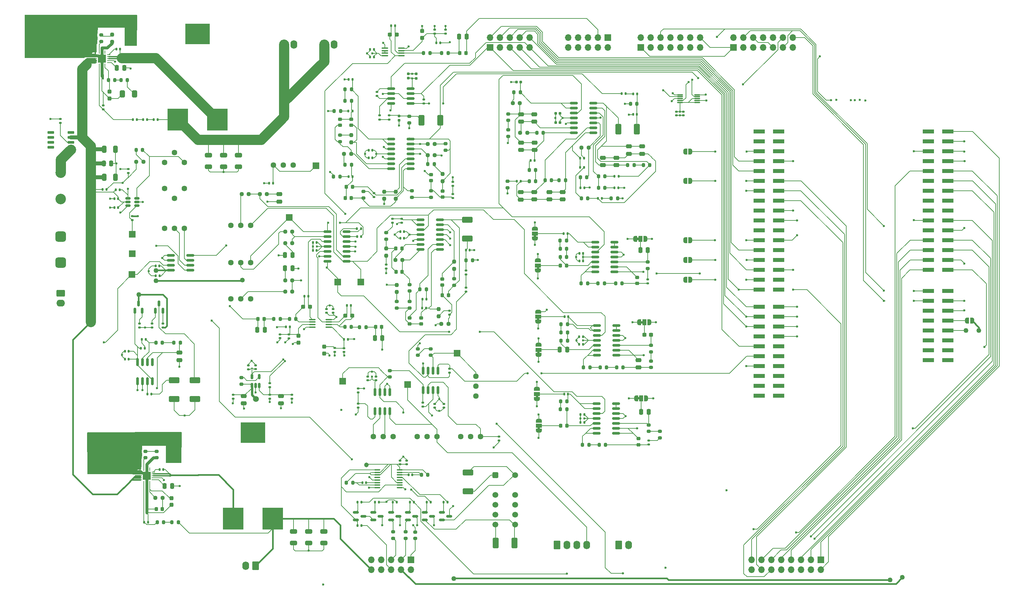
<source format=gbr>
%TF.GenerationSoftware,KiCad,Pcbnew,8.0.8*%
%TF.CreationDate,2025-03-13T09:52:43+00:00*%
%TF.ProjectId,Beehive_Monitor_main_PCB,42656568-6976-4655-9f4d-6f6e69746f72,rev?*%
%TF.SameCoordinates,Original*%
%TF.FileFunction,Copper,L1,Top*%
%TF.FilePolarity,Positive*%
%FSLAX46Y46*%
G04 Gerber Fmt 4.6, Leading zero omitted, Abs format (unit mm)*
G04 Created by KiCad (PCBNEW 8.0.8) date 2025-03-13 09:52:43*
%MOMM*%
%LPD*%
G01*
G04 APERTURE LIST*
G04 Aperture macros list*
%AMRoundRect*
0 Rectangle with rounded corners*
0 $1 Rounding radius*
0 $2 $3 $4 $5 $6 $7 $8 $9 X,Y pos of 4 corners*
0 Add a 4 corners polygon primitive as box body*
4,1,4,$2,$3,$4,$5,$6,$7,$8,$9,$2,$3,0*
0 Add four circle primitives for the rounded corners*
1,1,$1+$1,$2,$3*
1,1,$1+$1,$4,$5*
1,1,$1+$1,$6,$7*
1,1,$1+$1,$8,$9*
0 Add four rect primitives between the rounded corners*
20,1,$1+$1,$2,$3,$4,$5,0*
20,1,$1+$1,$4,$5,$6,$7,0*
20,1,$1+$1,$6,$7,$8,$9,0*
20,1,$1+$1,$8,$9,$2,$3,0*%
%AMFreePoly0*
4,1,19,0.500000,-0.750000,0.000000,-0.750000,0.000000,-0.744911,-0.071157,-0.744911,-0.207708,-0.704816,-0.327430,-0.627875,-0.420627,-0.520320,-0.479746,-0.390866,-0.500000,-0.250000,-0.500000,0.250000,-0.479746,0.390866,-0.420627,0.520320,-0.327430,0.627875,-0.207708,0.704816,-0.071157,0.744911,0.000000,0.744911,0.000000,0.750000,0.500000,0.750000,0.500000,-0.750000,0.500000,-0.750000,
$1*%
%AMFreePoly1*
4,1,19,0.000000,0.744911,0.071157,0.744911,0.207708,0.704816,0.327430,0.627875,0.420627,0.520320,0.479746,0.390866,0.500000,0.250000,0.500000,-0.250000,0.479746,-0.390866,0.420627,-0.520320,0.327430,-0.627875,0.207708,-0.704816,0.071157,-0.744911,0.000000,-0.744911,0.000000,-0.750000,-0.500000,-0.750000,-0.500000,0.750000,0.000000,0.750000,0.000000,0.744911,0.000000,0.744911,
$1*%
%AMFreePoly2*
4,1,19,0.550000,-0.750000,0.000000,-0.750000,0.000000,-0.744911,-0.071157,-0.744911,-0.207708,-0.704816,-0.327430,-0.627875,-0.420627,-0.520320,-0.479746,-0.390866,-0.500000,-0.250000,-0.500000,0.250000,-0.479746,0.390866,-0.420627,0.520320,-0.327430,0.627875,-0.207708,0.704816,-0.071157,0.744911,0.000000,0.744911,0.000000,0.750000,0.550000,0.750000,0.550000,-0.750000,0.550000,-0.750000,
$1*%
%AMFreePoly3*
4,1,19,0.000000,0.744911,0.071157,0.744911,0.207708,0.704816,0.327430,0.627875,0.420627,0.520320,0.479746,0.390866,0.500000,0.250000,0.500000,-0.250000,0.479746,-0.390866,0.420627,-0.520320,0.327430,-0.627875,0.207708,-0.704816,0.071157,-0.744911,0.000000,-0.744911,0.000000,-0.750000,-0.550000,-0.750000,-0.550000,0.750000,0.000000,0.750000,0.000000,0.744911,0.000000,0.744911,
$1*%
G04 Aperture macros list end*
%TA.AperFunction,EtchedComponent*%
%ADD10C,0.000000*%
%TD*%
%TA.AperFunction,SMDPad,CuDef*%
%ADD11RoundRect,0.200000X0.275000X-0.200000X0.275000X0.200000X-0.275000X0.200000X-0.275000X-0.200000X0*%
%TD*%
%TA.AperFunction,SMDPad,CuDef*%
%ADD12RoundRect,0.200000X-0.200000X-0.275000X0.200000X-0.275000X0.200000X0.275000X-0.200000X0.275000X0*%
%TD*%
%TA.AperFunction,ComponentPad*%
%ADD13RoundRect,0.250000X-0.620000X-0.845000X0.620000X-0.845000X0.620000X0.845000X-0.620000X0.845000X0*%
%TD*%
%TA.AperFunction,ComponentPad*%
%ADD14O,1.740000X2.190000*%
%TD*%
%TA.AperFunction,SMDPad,CuDef*%
%ADD15RoundRect,0.237500X0.300000X0.237500X-0.300000X0.237500X-0.300000X-0.237500X0.300000X-0.237500X0*%
%TD*%
%TA.AperFunction,SMDPad,CuDef*%
%ADD16RoundRect,0.225000X0.250000X-0.225000X0.250000X0.225000X-0.250000X0.225000X-0.250000X-0.225000X0*%
%TD*%
%TA.AperFunction,SMDPad,CuDef*%
%ADD17RoundRect,0.150000X0.150000X-0.512500X0.150000X0.512500X-0.150000X0.512500X-0.150000X-0.512500X0*%
%TD*%
%TA.AperFunction,SMDPad,CuDef*%
%ADD18RoundRect,0.140000X-0.140000X-0.170000X0.140000X-0.170000X0.140000X0.170000X-0.140000X0.170000X0*%
%TD*%
%TA.AperFunction,SMDPad,CuDef*%
%ADD19RoundRect,0.250000X0.475000X-0.250000X0.475000X0.250000X-0.475000X0.250000X-0.475000X-0.250000X0*%
%TD*%
%TA.AperFunction,SMDPad,CuDef*%
%ADD20RoundRect,0.135000X-0.185000X0.135000X-0.185000X-0.135000X0.185000X-0.135000X0.185000X0.135000X0*%
%TD*%
%TA.AperFunction,ComponentPad*%
%ADD21C,1.440000*%
%TD*%
%TA.AperFunction,SMDPad,CuDef*%
%ADD22RoundRect,0.135000X0.135000X0.185000X-0.135000X0.185000X-0.135000X-0.185000X0.135000X-0.185000X0*%
%TD*%
%TA.AperFunction,SMDPad,CuDef*%
%ADD23RoundRect,0.150000X-0.825000X-0.150000X0.825000X-0.150000X0.825000X0.150000X-0.825000X0.150000X0*%
%TD*%
%TA.AperFunction,SMDPad,CuDef*%
%ADD24RoundRect,0.200000X-0.275000X0.200000X-0.275000X-0.200000X0.275000X-0.200000X0.275000X0.200000X0*%
%TD*%
%TA.AperFunction,SMDPad,CuDef*%
%ADD25RoundRect,0.225000X0.225000X0.250000X-0.225000X0.250000X-0.225000X-0.250000X0.225000X-0.250000X0*%
%TD*%
%TA.AperFunction,SMDPad,CuDef*%
%ADD26RoundRect,0.200000X0.200000X0.275000X-0.200000X0.275000X-0.200000X-0.275000X0.200000X-0.275000X0*%
%TD*%
%TA.AperFunction,SMDPad,CuDef*%
%ADD27RoundRect,0.225000X-0.225000X-0.250000X0.225000X-0.250000X0.225000X0.250000X-0.225000X0.250000X0*%
%TD*%
%TA.AperFunction,SMDPad,CuDef*%
%ADD28RoundRect,0.140000X0.170000X-0.140000X0.170000X0.140000X-0.170000X0.140000X-0.170000X-0.140000X0*%
%TD*%
%TA.AperFunction,SMDPad,CuDef*%
%ADD29FreePoly0,180.000000*%
%TD*%
%TA.AperFunction,SMDPad,CuDef*%
%ADD30FreePoly1,180.000000*%
%TD*%
%TA.AperFunction,SMDPad,CuDef*%
%ADD31RoundRect,0.250000X-0.650000X0.325000X-0.650000X-0.325000X0.650000X-0.325000X0.650000X0.325000X0*%
%TD*%
%TA.AperFunction,SMDPad,CuDef*%
%ADD32RoundRect,0.155000X0.155000X-0.212500X0.155000X0.212500X-0.155000X0.212500X-0.155000X-0.212500X0*%
%TD*%
%TA.AperFunction,SMDPad,CuDef*%
%ADD33RoundRect,0.150000X0.825000X0.150000X-0.825000X0.150000X-0.825000X-0.150000X0.825000X-0.150000X0*%
%TD*%
%TA.AperFunction,SMDPad,CuDef*%
%ADD34RoundRect,0.140000X-0.170000X0.140000X-0.170000X-0.140000X0.170000X-0.140000X0.170000X0.140000X0*%
%TD*%
%TA.AperFunction,SMDPad,CuDef*%
%ADD35RoundRect,0.135000X-0.135000X-0.185000X0.135000X-0.185000X0.135000X0.185000X-0.135000X0.185000X0*%
%TD*%
%TA.AperFunction,SMDPad,CuDef*%
%ADD36RoundRect,0.135000X0.185000X-0.135000X0.185000X0.135000X-0.185000X0.135000X-0.185000X-0.135000X0*%
%TD*%
%TA.AperFunction,SMDPad,CuDef*%
%ADD37RoundRect,0.225000X-0.250000X0.225000X-0.250000X-0.225000X0.250000X-0.225000X0.250000X0.225000X0*%
%TD*%
%TA.AperFunction,SMDPad,CuDef*%
%ADD38RoundRect,0.250000X-0.250000X-0.475000X0.250000X-0.475000X0.250000X0.475000X-0.250000X0.475000X0*%
%TD*%
%TA.AperFunction,SMDPad,CuDef*%
%ADD39RoundRect,0.250000X-0.475000X0.250000X-0.475000X-0.250000X0.475000X-0.250000X0.475000X0.250000X0*%
%TD*%
%TA.AperFunction,SMDPad,CuDef*%
%ADD40RoundRect,0.140000X0.140000X0.170000X-0.140000X0.170000X-0.140000X-0.170000X0.140000X-0.170000X0*%
%TD*%
%TA.AperFunction,SMDPad,CuDef*%
%ADD41FreePoly2,90.000000*%
%TD*%
%TA.AperFunction,SMDPad,CuDef*%
%ADD42R,1.500000X1.000000*%
%TD*%
%TA.AperFunction,SMDPad,CuDef*%
%ADD43FreePoly3,90.000000*%
%TD*%
%TA.AperFunction,ComponentPad*%
%ADD44R,1.700000X1.700000*%
%TD*%
%TA.AperFunction,ComponentPad*%
%ADD45RoundRect,0.250500X-0.499500X-0.499500X0.499500X-0.499500X0.499500X0.499500X-0.499500X0.499500X0*%
%TD*%
%TA.AperFunction,ComponentPad*%
%ADD46C,1.500000*%
%TD*%
%TA.AperFunction,SMDPad,CuDef*%
%ADD47R,6.360000X5.280000*%
%TD*%
%TA.AperFunction,SMDPad,CuDef*%
%ADD48R,5.330000X5.590000*%
%TD*%
%TA.AperFunction,SMDPad,CuDef*%
%ADD49RoundRect,0.237500X-0.237500X0.300000X-0.237500X-0.300000X0.237500X-0.300000X0.237500X0.300000X0*%
%TD*%
%TA.AperFunction,SMDPad,CuDef*%
%ADD50RoundRect,0.100000X-0.712500X-0.100000X0.712500X-0.100000X0.712500X0.100000X-0.712500X0.100000X0*%
%TD*%
%TA.AperFunction,SMDPad,CuDef*%
%ADD51RoundRect,0.250000X0.250000X0.475000X-0.250000X0.475000X-0.250000X-0.475000X0.250000X-0.475000X0*%
%TD*%
%TA.AperFunction,ComponentPad*%
%ADD52O,1.700000X1.700000*%
%TD*%
%TA.AperFunction,SMDPad,CuDef*%
%ADD53RoundRect,0.237500X-0.250000X-0.237500X0.250000X-0.237500X0.250000X0.237500X-0.250000X0.237500X0*%
%TD*%
%TA.AperFunction,SMDPad,CuDef*%
%ADD54R,0.280000X0.850000*%
%TD*%
%TA.AperFunction,SMDPad,CuDef*%
%ADD55R,0.850000X0.280000*%
%TD*%
%TA.AperFunction,ComponentPad*%
%ADD56C,0.600000*%
%TD*%
%TA.AperFunction,SMDPad,CuDef*%
%ADD57R,2.050000X2.050000*%
%TD*%
%TA.AperFunction,SMDPad,CuDef*%
%ADD58RoundRect,0.150000X-0.587500X-0.150000X0.587500X-0.150000X0.587500X0.150000X-0.587500X0.150000X0*%
%TD*%
%TA.AperFunction,SMDPad,CuDef*%
%ADD59RoundRect,0.237500X-0.300000X-0.237500X0.300000X-0.237500X0.300000X0.237500X-0.300000X0.237500X0*%
%TD*%
%TA.AperFunction,SMDPad,CuDef*%
%ADD60RoundRect,0.150000X-0.150000X0.825000X-0.150000X-0.825000X0.150000X-0.825000X0.150000X0.825000X0*%
%TD*%
%TA.AperFunction,SMDPad,CuDef*%
%ADD61RoundRect,0.237500X0.250000X0.237500X-0.250000X0.237500X-0.250000X-0.237500X0.250000X-0.237500X0*%
%TD*%
%TA.AperFunction,SMDPad,CuDef*%
%ADD62RoundRect,0.237500X-0.237500X0.250000X-0.237500X-0.250000X0.237500X-0.250000X0.237500X0.250000X0*%
%TD*%
%TA.AperFunction,SMDPad,CuDef*%
%ADD63RoundRect,0.100000X-0.637500X-0.100000X0.637500X-0.100000X0.637500X0.100000X-0.637500X0.100000X0*%
%TD*%
%TA.AperFunction,SMDPad,CuDef*%
%ADD64RoundRect,0.237500X0.237500X-0.300000X0.237500X0.300000X-0.237500X0.300000X-0.237500X-0.300000X0*%
%TD*%
%TA.AperFunction,SMDPad,CuDef*%
%ADD65R,3.000000X1.000000*%
%TD*%
%TA.AperFunction,SMDPad,CuDef*%
%ADD66RoundRect,0.250000X1.100000X-0.500000X1.100000X0.500000X-1.100000X0.500000X-1.100000X-0.500000X0*%
%TD*%
%TA.AperFunction,ComponentPad*%
%ADD67RoundRect,0.675000X0.675000X-0.675000X0.675000X0.675000X-0.675000X0.675000X-0.675000X-0.675000X0*%
%TD*%
%TA.AperFunction,ComponentPad*%
%ADD68C,2.700000*%
%TD*%
%TA.AperFunction,SMDPad,CuDef*%
%ADD69RoundRect,0.237500X0.237500X-0.250000X0.237500X0.250000X-0.237500X0.250000X-0.237500X-0.250000X0*%
%TD*%
%TA.AperFunction,SMDPad,CuDef*%
%ADD70RoundRect,0.155000X-0.212500X-0.155000X0.212500X-0.155000X0.212500X0.155000X-0.212500X0.155000X0*%
%TD*%
%TA.AperFunction,SMDPad,CuDef*%
%ADD71RoundRect,0.250000X-0.500000X-1.100000X0.500000X-1.100000X0.500000X1.100000X-0.500000X1.100000X0*%
%TD*%
%TA.AperFunction,SMDPad,CuDef*%
%ADD72RoundRect,0.250000X-0.325000X-0.650000X0.325000X-0.650000X0.325000X0.650000X-0.325000X0.650000X0*%
%TD*%
%TA.AperFunction,SMDPad,CuDef*%
%ADD73RoundRect,0.150000X0.512500X0.150000X-0.512500X0.150000X-0.512500X-0.150000X0.512500X-0.150000X0*%
%TD*%
%TA.AperFunction,SMDPad,CuDef*%
%ADD74RoundRect,0.150000X0.725000X0.150000X-0.725000X0.150000X-0.725000X-0.150000X0.725000X-0.150000X0*%
%TD*%
%TA.AperFunction,ComponentPad*%
%ADD75RoundRect,0.250000X-0.845000X0.620000X-0.845000X-0.620000X0.845000X-0.620000X0.845000X0.620000X0*%
%TD*%
%TA.AperFunction,ComponentPad*%
%ADD76O,2.190000X1.740000*%
%TD*%
%TA.AperFunction,SMDPad,CuDef*%
%ADD77RoundRect,0.250000X0.500000X1.100000X-0.500000X1.100000X-0.500000X-1.100000X0.500000X-1.100000X0*%
%TD*%
%TA.AperFunction,SMDPad,CuDef*%
%ADD78RoundRect,0.155000X-0.155000X0.212500X-0.155000X-0.212500X0.155000X-0.212500X0.155000X0.212500X0*%
%TD*%
%TA.AperFunction,SMDPad,CuDef*%
%ADD79RoundRect,0.075000X-0.650000X-0.075000X0.650000X-0.075000X0.650000X0.075000X-0.650000X0.075000X0*%
%TD*%
%TA.AperFunction,ComponentPad*%
%ADD80RoundRect,0.250000X0.620000X0.845000X-0.620000X0.845000X-0.620000X-0.845000X0.620000X-0.845000X0*%
%TD*%
%TA.AperFunction,SMDPad,CuDef*%
%ADD81RoundRect,0.250000X0.412500X0.650000X-0.412500X0.650000X-0.412500X-0.650000X0.412500X-0.650000X0*%
%TD*%
%TA.AperFunction,SMDPad,CuDef*%
%ADD82RoundRect,0.150000X0.150000X-0.587500X0.150000X0.587500X-0.150000X0.587500X-0.150000X-0.587500X0*%
%TD*%
%TA.AperFunction,SMDPad,CuDef*%
%ADD83FreePoly2,0.000000*%
%TD*%
%TA.AperFunction,SMDPad,CuDef*%
%ADD84R,1.000000X1.500000*%
%TD*%
%TA.AperFunction,SMDPad,CuDef*%
%ADD85FreePoly3,0.000000*%
%TD*%
%TA.AperFunction,SMDPad,CuDef*%
%ADD86RoundRect,0.100000X0.712500X0.100000X-0.712500X0.100000X-0.712500X-0.100000X0.712500X-0.100000X0*%
%TD*%
%TA.AperFunction,SMDPad,CuDef*%
%ADD87RoundRect,0.155000X0.212500X0.155000X-0.212500X0.155000X-0.212500X-0.155000X0.212500X-0.155000X0*%
%TD*%
%TA.AperFunction,SMDPad,CuDef*%
%ADD88RoundRect,0.150000X0.150000X-0.825000X0.150000X0.825000X-0.150000X0.825000X-0.150000X-0.825000X0*%
%TD*%
%TA.AperFunction,ViaPad*%
%ADD89C,0.600000*%
%TD*%
%TA.AperFunction,ViaPad*%
%ADD90C,1.500000*%
%TD*%
%TA.AperFunction,ViaPad*%
%ADD91C,1.250000*%
%TD*%
%TA.AperFunction,ViaPad*%
%ADD92C,1.200000*%
%TD*%
%TA.AperFunction,Conductor*%
%ADD93C,0.200000*%
%TD*%
%TA.AperFunction,Conductor*%
%ADD94C,0.250000*%
%TD*%
%TA.AperFunction,Conductor*%
%ADD95C,0.500000*%
%TD*%
%TA.AperFunction,Conductor*%
%ADD96C,0.800000*%
%TD*%
%TA.AperFunction,Conductor*%
%ADD97C,0.600000*%
%TD*%
%TA.AperFunction,Conductor*%
%ADD98C,0.300000*%
%TD*%
%TA.AperFunction,Conductor*%
%ADD99C,1.000000*%
%TD*%
%TA.AperFunction,Conductor*%
%ADD100C,0.400000*%
%TD*%
%TA.AperFunction,Conductor*%
%ADD101C,2.640000*%
%TD*%
G04 APERTURE END LIST*
D10*
%TA.AperFunction,EtchedComponent*%
%TO.C,JP5*%
G36*
X183547500Y-150460000D02*
G01*
X182947500Y-150460000D01*
X182947500Y-149960000D01*
X183547500Y-149960000D01*
X183547500Y-150460000D01*
G37*
%TD.AperFunction*%
%TA.AperFunction,EtchedComponent*%
%TO.C,JP8*%
G36*
X183990000Y-158600000D02*
G01*
X183390000Y-158600000D01*
X183390000Y-158100000D01*
X183990000Y-158100000D01*
X183990000Y-158600000D01*
G37*
%TD.AperFunction*%
%TA.AperFunction,EtchedComponent*%
%TO.C,JP4*%
G36*
X183792499Y-117432500D02*
G01*
X183192499Y-117432500D01*
X183192499Y-116932500D01*
X183792499Y-116932500D01*
X183792499Y-117432500D01*
G37*
%TD.AperFunction*%
%TA.AperFunction,EtchedComponent*%
%TO.C,JP11*%
G36*
X183925000Y-139090000D02*
G01*
X183325000Y-139090000D01*
X183325000Y-138590000D01*
X183925000Y-138590000D01*
X183925000Y-139090000D01*
G37*
%TD.AperFunction*%
%TA.AperFunction,EtchedComponent*%
%TO.C,JP10*%
G36*
X183815000Y-130590000D02*
G01*
X183215000Y-130590000D01*
X183215000Y-130090000D01*
X183815000Y-130090000D01*
X183815000Y-130590000D01*
G37*
%TD.AperFunction*%
%TA.AperFunction,EtchedComponent*%
%TO.C,JP7*%
G36*
X209372499Y-110000000D02*
G01*
X208872499Y-110000000D01*
X208872499Y-109400000D01*
X209372499Y-109400000D01*
X209372499Y-110000000D01*
G37*
%TD.AperFunction*%
%TA.AperFunction,EtchedComponent*%
%TO.C,JP9*%
G36*
X209570000Y-150940000D02*
G01*
X209070000Y-150940000D01*
X209070000Y-150340000D01*
X209570000Y-150340000D01*
X209570000Y-150940000D01*
G37*
%TD.AperFunction*%
%TA.AperFunction,EtchedComponent*%
%TO.C,JP3*%
G36*
X183007500Y-109252500D02*
G01*
X182407500Y-109252500D01*
X182407500Y-108752500D01*
X183007500Y-108752500D01*
X183007500Y-109252500D01*
G37*
%TD.AperFunction*%
%TA.AperFunction,EtchedComponent*%
%TO.C,JP12*%
G36*
X210395000Y-131440000D02*
G01*
X209895000Y-131440000D01*
X209895000Y-130840000D01*
X210395000Y-130840000D01*
X210395000Y-131440000D01*
G37*
%TD.AperFunction*%
%TD*%
D11*
%TO.P,R172,1*%
%TO.N,Net-(R172-Pad1)*%
X211880000Y-159175000D03*
%TO.P,R172,2*%
%TO.N,Net-(U7C-+)*%
X211880000Y-157525000D03*
%TD*%
D12*
%TO.P,R153,1*%
%TO.N,Net-(R153-Pad1)*%
X203415000Y-121120000D03*
%TO.P,R153,2*%
%TO.N,Net-(C113-Pad1)*%
X205065000Y-121120000D03*
%TD*%
D13*
%TO.P,PI_PWR1,1,Pin_1*%
%TO.N,5_V*%
X118300000Y-59770000D03*
D14*
%TO.P,PI_PWR1,2,Pin_2*%
%TO.N,GND*%
X120840000Y-59770000D03*
%TD*%
D15*
%TO.P,C95,1*%
%TO.N,Net-(U6C-+)*%
X212515000Y-134350000D03*
%TO.P,C95,2*%
%TO.N,Net-(JP12-C)*%
X210790000Y-134350000D03*
%TD*%
D12*
%TO.P,R47,1*%
%TO.N,Net-(R47-Pad1)*%
X133980000Y-74210000D03*
%TO.P,R47,2*%
%TO.N,Net-(C58-Pad1)*%
X135630000Y-74210000D03*
%TD*%
D16*
%TO.P,C84,1*%
%TO.N,Net-(C84-Pad1)*%
X150531250Y-131567500D03*
%TO.P,C84,2*%
%TO.N,Net-(U4C--)*%
X150531250Y-130017500D03*
%TD*%
D17*
%TO.P,IC4,1,VOUT*%
%TO.N,Vref*%
X110025000Y-147385000D03*
%TO.P,IC4,2,-VS*%
%TO.N,GND*%
X110975000Y-147385000D03*
%TO.P,IC4,3,+IN*%
%TO.N,Net-(IC4-+IN)*%
X111925000Y-147385000D03*
%TO.P,IC4,4,-IN*%
%TO.N,Net-(IC4--IN)*%
X111925000Y-145110000D03*
%TO.P,IC4,5,+VS*%
%TO.N,LDR_pin_1*%
X110025000Y-145110000D03*
%TD*%
D18*
%TO.P,Cboot1,1*%
%TO.N,Net-(IC5-BOOT)*%
X86340000Y-169000000D03*
%TO.P,Cboot1,2*%
%TO.N,Net-(IC5-PH_1)*%
X87300000Y-169000000D03*
%TD*%
D19*
%TO.P,C77,1*%
%TO.N,Net-(C15-Pad1)*%
X210240000Y-87825907D03*
%TO.P,C77,2*%
%TO.N,Net-(D2-A)*%
X210240000Y-85925907D03*
%TD*%
D20*
%TO.P,R17,1*%
%TO.N,LDR_pin_1*%
X114650000Y-146740000D03*
%TO.P,R17,2*%
%TO.N,Net-(IC4-+IN)*%
X114650000Y-147760000D03*
%TD*%
D21*
%TO.P,RV7,1,1*%
%TO.N,unconnected-(RV7-Pad1)*%
X120665000Y-90760000D03*
%TO.P,RV7,2,2*%
%TO.N,GND*%
X118125000Y-90760000D03*
%TO.P,RV7,3,3*%
%TO.N,Cref*%
X115585000Y-90760000D03*
%TD*%
D12*
%TO.P,R141,1*%
%TO.N,Net-(L3-DISCHARGE)*%
X85390000Y-136370000D03*
%TO.P,R141,2*%
%TO.N,Net-(R141-Pad2)*%
X87040000Y-136370000D03*
%TD*%
D11*
%TO.P,R60,1*%
%TO.N,Net-(R60-Pad1)*%
X151110000Y-98995000D03*
%TO.P,R60,2*%
%TO.N,Net-(C61-Pad2)*%
X151110000Y-97345000D03*
%TD*%
D22*
%TO.P,R82,1*%
%TO.N,Net-(C17-Pad1)*%
X179090000Y-94845907D03*
%TO.P,R82,2*%
%TO.N,Net-(R82-Pad2)*%
X178070000Y-94845907D03*
%TD*%
D23*
%TO.P,U1,1*%
%TO.N,Net-(U1A--)*%
X145830000Y-84050000D03*
%TO.P,U1,2,-*%
X145830000Y-85320000D03*
%TO.P,U1,3,+*%
%TO.N,LNA_MF_out*%
X145830000Y-86590000D03*
%TO.P,U1,4,V+*%
%TO.N,LDR_pin_1*%
X145830000Y-87860000D03*
%TO.P,U1,5,+*%
%TO.N,Vref*%
X145830000Y-89130000D03*
%TO.P,U1,6,-*%
%TO.N,Net-(U1B--)*%
X145830000Y-90400000D03*
%TO.P,U1,7*%
%TO.N,Net-(C59-Pad2)*%
X145830000Y-91670000D03*
%TO.P,U1,8*%
%TO.N,Net-(C61-Pad2)*%
X150780000Y-91670000D03*
%TO.P,U1,9,-*%
%TO.N,Net-(U1C--)*%
X150780000Y-90400000D03*
%TO.P,U1,10,+*%
%TO.N,Net-(U1C-+)*%
X150780000Y-89130000D03*
%TO.P,U1,11,V-*%
%TO.N,GND*%
X150780000Y-87860000D03*
%TO.P,U1,12,+*%
%TO.N,Net-(U1D-+)*%
X150780000Y-86590000D03*
%TO.P,U1,13,-*%
%TO.N,Net-(U1D--)*%
X150780000Y-85320000D03*
%TO.P,U1,14*%
%TO.N,6.11_kHz_AA_out_MCU*%
X150780000Y-84050000D03*
%TD*%
D24*
%TO.P,R113,1*%
%TO.N,Net-(R111-Pad2)*%
X150531250Y-125787500D03*
%TO.P,R113,2*%
%TO.N,Net-(C84-Pad1)*%
X150531250Y-127437500D03*
%TD*%
D16*
%TO.P,C63,1*%
%TO.N,Net-(C62-Pad1)*%
X158990000Y-98965000D03*
%TO.P,C63,2*%
%TO.N,6.11_kHz_AA_out_MCU*%
X158990000Y-97415000D03*
%TD*%
D25*
%TO.P,C111,1*%
%TO.N,Net-(U8B-+)*%
X190802499Y-116532500D03*
%TO.P,C111,2*%
%TO.N,Net-(JP4-C)*%
X189252499Y-116532500D03*
%TD*%
D26*
%TO.P,R79,1*%
%TO.N,Net-(C65-Pad2)*%
X184840000Y-82430000D03*
%TO.P,R79,2*%
%TO.N,Net-(R78-Pad1)*%
X183190000Y-82430000D03*
%TD*%
D27*
%TO.P,C31,1*%
%TO.N,Front_mic_pin*%
X111610000Y-130290000D03*
%TO.P,C31,2*%
%TO.N,Net-(C30-Pad2)*%
X113160000Y-130290000D03*
%TD*%
D28*
%TO.P,C24,1*%
%TO.N,LDR_pin_1*%
X130900000Y-128660000D03*
%TO.P,C24,2*%
%TO.N,GND*%
X130900000Y-127700000D03*
%TD*%
D29*
%TO.P,JP1,1,A*%
%TO.N,5_V*%
X294960000Y-130690000D03*
D30*
%TO.P,JP1,2,B*%
%TO.N,Net-(J1-Pin_10)*%
X293660000Y-130690000D03*
%TD*%
D18*
%TO.P,C97,1*%
%TO.N,Net-(IC9-2REXT{slash}CEXT)*%
X138420000Y-172310000D03*
%TO.P,C97,2*%
%TO.N,Net-(IC9-2CEXT)*%
X139380000Y-172310000D03*
%TD*%
D31*
%TO.P,C20,1*%
%TO.N,3.3_V_out*%
X128525000Y-184900000D03*
%TO.P,C20,2*%
%TO.N,GND*%
X128525000Y-187850000D03*
%TD*%
D32*
%TO.P,C68,1*%
%TO.N,LDR_pin_1*%
X150205000Y-68417500D03*
%TO.P,C68,2*%
%TO.N,GND*%
X150205000Y-67282500D03*
%TD*%
D23*
%TO.P,U3,1*%
%TO.N,Net-(U3A--)*%
X192740000Y-74795907D03*
%TO.P,U3,2,-*%
X192740000Y-76065907D03*
%TO.P,U3,3,+*%
%TO.N,LNA_MF_out*%
X192740000Y-77335907D03*
%TO.P,U3,4,V+*%
%TO.N,LDR_pin_1*%
X192740000Y-78605907D03*
%TO.P,U3,5,+*%
%TO.N,Vref*%
X192740000Y-79875907D03*
%TO.P,U3,6,-*%
%TO.N,Net-(U3B--)*%
X192740000Y-81145907D03*
%TO.P,U3,7*%
%TO.N,Net-(C65-Pad2)*%
X192740000Y-82415907D03*
%TO.P,U3,8*%
%TO.N,Net-(C17-Pad2)*%
X197690000Y-82415907D03*
%TO.P,U3,9,-*%
%TO.N,Net-(U3C--)*%
X197690000Y-81145907D03*
%TO.P,U3,10,+*%
%TO.N,Net-(U3C-+)*%
X197690000Y-79875907D03*
%TO.P,U3,11,V-*%
%TO.N,GND*%
X197690000Y-78605907D03*
%TO.P,U3,12,+*%
%TO.N,Net-(U3D-+)*%
X197690000Y-77335907D03*
%TO.P,U3,13,-*%
%TO.N,Net-(U3D--)*%
X197690000Y-76065907D03*
%TO.P,U3,14*%
%TO.N,Net-(D2-A)*%
X197690000Y-74795907D03*
%TD*%
D33*
%TO.P,IC2,1,-IN*%
%TO.N,Vtest*%
X94220000Y-117770000D03*
%TO.P,IC2,2,RG_1*%
%TO.N,Net-(IC2-RG_1)*%
X94220000Y-116500000D03*
%TO.P,IC2,3,RG_2*%
%TO.N,Net-(IC2-RG_2)*%
X94220000Y-115230000D03*
%TO.P,IC2,4,+IN*%
%TO.N,Vref*%
X94220000Y-113960000D03*
%TO.P,IC2,5,-VS*%
%TO.N,GND*%
X89270000Y-113960000D03*
%TO.P,IC2,6,REF*%
X89270000Y-115230000D03*
%TO.P,IC2,7,VOUT*%
%TO.N,Vcharge_MCU*%
X89270000Y-116500000D03*
%TO.P,IC2,8,+VS*%
%TO.N,LDR_pin_1*%
X89270000Y-117770000D03*
%TD*%
D34*
%TO.P,C89,1*%
%TO.N,LDR_pin_1*%
X159325000Y-152107500D03*
%TO.P,C89,2*%
%TO.N,GND*%
X159325000Y-153067500D03*
%TD*%
D35*
%TO.P,R146,1*%
%TO.N,555_out*%
X83225552Y-149554448D03*
%TO.P,R146,2*%
%TO.N,Net-(D5-A)*%
X84245552Y-149554448D03*
%TD*%
D36*
%TO.P,R71,1*%
%TO.N,Net-(U2A-+)*%
X142145000Y-72940000D03*
%TO.P,R71,2*%
%TO.N,6.11_kHz_out_MCU*%
X142145000Y-71920000D03*
%TD*%
D12*
%TO.P,R13,1*%
%TO.N,Net-(R13-Pad1)*%
X80340000Y-86810000D03*
%TO.P,R13,2*%
%TO.N,Net-(IC1-+INA)*%
X81990000Y-86810000D03*
%TD*%
%TO.P,R154,1*%
%TO.N,Net-(R112-Pad2)*%
X189425000Y-133710000D03*
%TO.P,R154,2*%
%TO.N,Net-(R154-Pad2)*%
X191075000Y-133710000D03*
%TD*%
D37*
%TO.P,C59,1*%
%TO.N,Net-(C58-Pad1)*%
X132690000Y-78975000D03*
%TO.P,C59,2*%
%TO.N,Net-(C59-Pad2)*%
X132690000Y-80525000D03*
%TD*%
D18*
%TO.P,C57,1*%
%TO.N,GND*%
X134895000Y-68690000D03*
%TO.P,C57,2*%
%TO.N,Net-(U1A--)*%
X135855000Y-68690000D03*
%TD*%
D38*
%TO.P,C2,1*%
%TO.N,Vreg_in*%
X72025000Y-90275000D03*
%TO.P,C2,2*%
%TO.N,GND*%
X73925000Y-90275000D03*
%TD*%
D12*
%TO.P,R132,1*%
%TO.N,Net-(D3-K)*%
X165016250Y-115172500D03*
%TO.P,R132,2*%
%TO.N,GND*%
X166666250Y-115172500D03*
%TD*%
D26*
%TO.P,R92,1*%
%TO.N,Net-(R104-Pad2)*%
X200677500Y-96585907D03*
%TO.P,R92,2*%
%TO.N,Net-(U3D-+)*%
X199027500Y-96585907D03*
%TD*%
D39*
%TO.P,C72,1*%
%TO.N,Net-(C54-Pad1)*%
X182520000Y-77670907D03*
%TO.P,C72,2*%
%TO.N,Net-(U3B--)*%
X182520000Y-79570907D03*
%TD*%
D40*
%TO.P,C93,1*%
%TO.N,Net-(U6A--)*%
X191265000Y-129680000D03*
%TO.P,C93,2*%
%TO.N,Net-(JP10-C)*%
X190305000Y-129680000D03*
%TD*%
D41*
%TO.P,JP5,1,A*%
%TO.N,GND*%
X183247500Y-150860000D03*
D42*
%TO.P,JP5,2,C*%
%TO.N,Net-(JP5-C)*%
X183247500Y-149560000D03*
D43*
%TO.P,JP5,3,B*%
%TO.N,Vref*%
X183247500Y-148260000D03*
%TD*%
D12*
%TO.P,R116,1*%
%TO.N,Net-(U6B--)*%
X195170000Y-142730000D03*
%TO.P,R116,2*%
%TO.N,Net-(R116-Pad2)*%
X196820000Y-142730000D03*
%TD*%
D11*
%TO.P,R167,1*%
%TO.N,Cref2*%
X155940000Y-139625000D03*
%TO.P,R167,2*%
%TO.N,Net-(R110-Pad1)*%
X155940000Y-137975000D03*
%TD*%
D35*
%TO.P,R96,1*%
%TO.N,Net-(R95-Pad2)*%
X203155000Y-93635907D03*
%TO.P,R96,2*%
%TO.N,Net-(D2-A)*%
X204175000Y-93635907D03*
%TD*%
D22*
%TO.P,R168,1*%
%TO.N,Net-(R118-Pad2)*%
X154836250Y-125187500D03*
%TO.P,R168,2*%
%TO.N,Net-(R119-Pad1)*%
X153816250Y-125187500D03*
%TD*%
D40*
%TO.P,C56,1*%
%TO.N,LDR_pin_1*%
X140992500Y-86900000D03*
%TO.P,C56,2*%
%TO.N,GND*%
X140032500Y-86900000D03*
%TD*%
D12*
%TO.P,R118,1*%
%TO.N,Net-(U4C--)*%
X153201250Y-122687500D03*
%TO.P,R118,2*%
%TO.N,Net-(R118-Pad2)*%
X154851250Y-122687500D03*
%TD*%
D11*
%TO.P,R50,1*%
%TO.N,Net-(C59-Pad2)*%
X132690000Y-84700000D03*
%TO.P,R50,2*%
%TO.N,Net-(R48-Pad1)*%
X132690000Y-83050000D03*
%TD*%
D22*
%TO.P,R28,1*%
%TO.N,LDR_pin_1*%
X134740000Y-135480000D03*
%TO.P,R28,2*%
%TO.N,IC6_inB+*%
X133720000Y-135480000D03*
%TD*%
D36*
%TO.P,R149,1*%
%TO.N,LDR_pin_1*%
X173500000Y-161510000D03*
%TO.P,R149,2*%
%TO.N,Net-(U5B--)*%
X173500000Y-160490000D03*
%TD*%
D11*
%TO.P,R121,1*%
%TO.N,M_LED_1_cathode*%
X149495000Y-186635000D03*
%TO.P,R121,2*%
%TO.N,Net-(Q1-C)*%
X149495000Y-184985000D03*
%TD*%
D40*
%TO.P,C102,1*%
%TO.N,V_555*%
X78400000Y-140604448D03*
%TO.P,C102,2*%
%TO.N,GND*%
X77440000Y-140604448D03*
%TD*%
D44*
%TO.P,TP_4,1,Pin_1*%
%TO.N,LNA_MF_out*%
X119620000Y-104200000D03*
%TD*%
D40*
%TO.P,C44,1*%
%TO.N,LDR_pin_1*%
X86320000Y-119210000D03*
%TO.P,C44,2*%
%TO.N,GND*%
X85360000Y-119210000D03*
%TD*%
D41*
%TO.P,JP8,1,A*%
%TO.N,GND*%
X183690000Y-159000000D03*
D42*
%TO.P,JP8,2,C*%
%TO.N,Net-(JP8-C)*%
X183690000Y-157700000D03*
D43*
%TO.P,JP8,3,B*%
%TO.N,Vref*%
X183690000Y-156400000D03*
%TD*%
D12*
%TO.P,R95,1*%
%TO.N,Net-(U3D-+)*%
X199040000Y-93635907D03*
%TO.P,R95,2*%
%TO.N,Net-(R95-Pad2)*%
X200690000Y-93635907D03*
%TD*%
D44*
%TO.P,TP_2,1,Pin_1*%
%TO.N,Vt_bat_trig_MCU*%
X79300000Y-108480000D03*
%TD*%
D20*
%TO.P,R133,1*%
%TO.N,Net-(D3-K)*%
X165011250Y-117842500D03*
%TO.P,R133,2*%
%TO.N,Net-(R133-Pad2)*%
X165011250Y-118862500D03*
%TD*%
D29*
%TO.P,PE_9,1,A*%
%TO.N,Net-(J4-Pin_3)*%
X222600000Y-120180000D03*
D30*
%TO.P,PE_9,2,B*%
%TO.N,unconnected-(PE_9-B-Pad2)*%
X221300000Y-120180000D03*
%TD*%
D36*
%TO.P,R143,1*%
%TO.N,Vt_bat_trig_MCU*%
X81190000Y-132470000D03*
%TO.P,R143,2*%
%TO.N,Net-(Q8-B)*%
X81190000Y-131450000D03*
%TD*%
D45*
%TO.P,K2,1,SET+*%
%TO.N,5_V*%
X172530000Y-170365000D03*
D46*
%TO.P,K2,3,NC_1*%
%TO.N,LDR_pin_1*%
X172530000Y-175445000D03*
%TO.P,K2,4,COM_1*%
%TO.N,3.3_V_out*%
X172530000Y-177985000D03*
%TO.P,K2,5,NO_1*%
%TO.N,unconnected-(K2-NO_1-Pad5)*%
X172530000Y-180525000D03*
%TO.P,K2,6,RESET+*%
%TO.N,5_V*%
X172530000Y-183065000D03*
%TO.P,K2,7,RESET-*%
%TO.N,Net-(D8-A)*%
X177610000Y-183065000D03*
%TO.P,K2,8,NO_2*%
%TO.N,unconnected-(K2-NO_2-Pad8)*%
X177610000Y-180525000D03*
%TO.P,K2,9,COM_2*%
%TO.N,unconnected-(K2-COM_2-Pad9)*%
X177610000Y-177985000D03*
%TO.P,K2,10,NC_2*%
%TO.N,unconnected-(K2-NC_2-Pad10)*%
X177610000Y-175445000D03*
%TO.P,K2,12,SET-*%
%TO.N,Net-(D7-A)*%
X177610000Y-170365000D03*
%TD*%
D36*
%TO.P,R500,1*%
%TO.N,Vtest*%
X78340000Y-92750000D03*
%TO.P,R500,2*%
%TO.N,Ven*%
X78340000Y-91730000D03*
%TD*%
D24*
%TO.P,R6,1*%
%TO.N,Net-(R6-Pad1)*%
X71350000Y-57312500D03*
%TO.P,R6,2*%
%TO.N,Net-(IC3-RT{slash}CLK)*%
X71350000Y-58962500D03*
%TD*%
D47*
%TO.P,L1,*%
%TO.N,*%
X96125000Y-57000000D03*
D48*
%TO.P,L1,1,1*%
%TO.N,5_V*%
X91050000Y-79075000D03*
%TO.P,L1,2,2*%
%TO.N,Net-(IC3-PH_1)*%
X101200000Y-79075000D03*
%TD*%
D12*
%TO.P,R156,1*%
%TO.N,Net-(R116-Pad2)*%
X199435000Y-142730000D03*
%TO.P,R156,2*%
%TO.N,Net-(R156-Pad2)*%
X201085000Y-142730000D03*
%TD*%
D21*
%TO.P,RV5,1,1*%
%TO.N,LNA_MR_out*%
X109730000Y-125130000D03*
%TO.P,RV5,2,2*%
%TO.N,Net-(R25-Pad1)*%
X107190000Y-125130000D03*
%TO.P,RV5,3,3*%
%TO.N,unconnected-(RV5-Pad3)*%
X104650000Y-125130000D03*
%TD*%
D22*
%TO.P,R46,1*%
%TO.N,Net-(C58-Pad1)*%
X135850000Y-76840000D03*
%TO.P,R46,2*%
%TO.N,Net-(R46-Pad2)*%
X134830000Y-76840000D03*
%TD*%
D49*
%TO.P,C7,1*%
%TO.N,Net-(IC3-COMP)*%
X73500000Y-71875000D03*
%TO.P,C7,2*%
%TO.N,GND*%
X73500000Y-73600000D03*
%TD*%
D20*
%TO.P,R150,1*%
%TO.N,Net-(U5B-+)*%
X153915000Y-151747500D03*
%TO.P,R150,2*%
%TO.N,LDR_TRIG_out_MCU*%
X153915000Y-152767500D03*
%TD*%
D35*
%TO.P,R36,1*%
%TO.N,IC6_inA-*%
X123553750Y-124426250D03*
%TO.P,R36,2*%
%TO.N,IC6_outA*%
X124573750Y-124426250D03*
%TD*%
D26*
%TO.P,R91,1*%
%TO.N,Vref*%
X203960000Y-99285907D03*
%TO.P,R91,2*%
%TO.N,Net-(R90-Pad1)*%
X202310000Y-99285907D03*
%TD*%
D39*
%TO.P,C14,1*%
%TO.N,Vref*%
X107975000Y-150080000D03*
%TO.P,C14,2*%
%TO.N,GND*%
X107975000Y-151980000D03*
%TD*%
D20*
%TO.P,R4,1*%
%TO.N,LDR_pin_1*%
X79300000Y-103880000D03*
%TO.P,R4,2*%
%TO.N,Vt_bat_trig_MCU*%
X79300000Y-104900000D03*
%TD*%
D50*
%TO.P,IC6,1,OUTA*%
%TO.N,IC6_outA*%
X125552500Y-130410000D03*
%TO.P,IC6,2,INA-*%
%TO.N,IC6_inA-*%
X125552500Y-131060000D03*
%TO.P,IC6,3,INA+*%
%TO.N,IC6_inA+*%
X125552500Y-131710000D03*
%TO.P,IC6,4,GND*%
%TO.N,GND*%
X125552500Y-132360000D03*
%TO.P,IC6,5,INB+*%
%TO.N,IC6_inB+*%
X129777500Y-132360000D03*
%TO.P,IC6,6,INB-*%
%TO.N,IC6_inB-*%
X129777500Y-131710000D03*
%TO.P,IC6,7,OUTB*%
%TO.N,IC6_outB*%
X129777500Y-131060000D03*
%TO.P,IC6,8,VDD*%
%TO.N,LDR_pin_1*%
X129777500Y-130410000D03*
%TD*%
D40*
%TO.P,C55,1*%
%TO.N,LDR_pin_1*%
X140992500Y-88870000D03*
%TO.P,C55,2*%
%TO.N,GND*%
X140032500Y-88870000D03*
%TD*%
D28*
%TO.P,C23,1*%
%TO.N,LDR_pin_1*%
X129202500Y-128660000D03*
%TO.P,C23,2*%
%TO.N,GND*%
X129202500Y-127700000D03*
%TD*%
%TO.P,C100,1*%
%TO.N,5_V*%
X149770000Y-167640000D03*
%TO.P,C100,2*%
%TO.N,GND*%
X149770000Y-166680000D03*
%TD*%
D26*
%TO.P,R155,1*%
%TO.N,Net-(R154-Pad2)*%
X191085000Y-135820000D03*
%TO.P,R155,2*%
%TO.N,Net-(U6B-+)*%
X189435000Y-135820000D03*
%TD*%
D51*
%TO.P,C112,1*%
%TO.N,Net-(U8C-+)*%
X211672499Y-112542500D03*
%TO.P,C112,2*%
%TO.N,Net-(JP7-C)*%
X209772499Y-112542500D03*
%TD*%
D44*
%TO.P,TC_1_2,1,Pin_1*%
%TO.N,MCU_TC_add_0*%
X209900000Y-60495000D03*
D52*
%TO.P,TC_1_2,2,Pin_2*%
%TO.N,GND*%
X209900000Y-57955000D03*
%TO.P,TC_1_2,3,Pin_3*%
%TO.N,TC_EN_1*%
X212440000Y-60495000D03*
%TO.P,TC_1_2,4,Pin_4*%
%TO.N,MCU_TC_add_1*%
X212440000Y-57955000D03*
%TO.P,TC_1_2,5,Pin_5*%
%TO.N,LDR_pin_1*%
X214980000Y-60495000D03*
%TO.P,TC_1_2,6,Pin_6*%
%TO.N,TC_Sig_1*%
X214980000Y-57955000D03*
%TO.P,TC_1_2,7,Pin_7*%
%TO.N,unconnected-(TC_1_2-Pin_7-Pad7)*%
X217520000Y-60495000D03*
%TO.P,TC_1_2,8,Pin_8*%
%TO.N,unconnected-(TC_1_2-Pin_8-Pad8)*%
X217520000Y-57955000D03*
%TO.P,TC_1_2,9,Pin_9*%
%TO.N,TC_Sig_1*%
X220060000Y-60495000D03*
%TO.P,TC_1_2,10,Pin_10*%
%TO.N,LDR_pin_1*%
X220060000Y-57955000D03*
%TO.P,TC_1_2,11,Pin_11*%
%TO.N,MCU_TC_add_1*%
X222600000Y-60495000D03*
%TO.P,TC_1_2,12,Pin_12*%
%TO.N,TC_EN_2*%
X222600000Y-57955000D03*
%TO.P,TC_1_2,13,Pin_13*%
%TO.N,GND*%
X225140000Y-60495000D03*
%TO.P,TC_1_2,14,Pin_14*%
%TO.N,MCU_TC_add_0*%
X225140000Y-57955000D03*
%TD*%
D20*
%TO.P,R55,1*%
%TO.N,Net-(U1C--)*%
X141380000Y-97900000D03*
%TO.P,R55,2*%
%TO.N,Net-(R55-Pad2)*%
X141380000Y-98920000D03*
%TD*%
D35*
%TO.P,R34,1*%
%TO.N,LDR_pin_1*%
X118778750Y-132320000D03*
%TO.P,R34,2*%
%TO.N,IC6_inA+*%
X119798750Y-132320000D03*
%TD*%
D12*
%TO.P,R11,1*%
%TO.N,Net-(R10-Pad2)*%
X76450000Y-68900000D03*
%TO.P,R11,2*%
%TO.N,Net-(C6-Pad1)*%
X78100000Y-68900000D03*
%TD*%
D15*
%TO.P,C39,1*%
%TO.N,IC7_inA-*%
X147200000Y-57170000D03*
%TO.P,C39,2*%
%TO.N,IC7_outA*%
X145475000Y-57170000D03*
%TD*%
D53*
%TO.P,R16,1*%
%TO.N,Net-(IC5-COMP)*%
X85300000Y-176225000D03*
%TO.P,R16,2*%
%TO.N,Net-(C4-Pad1)*%
X87125000Y-176225000D03*
%TD*%
D11*
%TO.P,R158,1*%
%TO.N,Net-(R117-Pad2)*%
X212525000Y-138715000D03*
%TO.P,R158,2*%
%TO.N,Net-(U6C-+)*%
X212525000Y-137065000D03*
%TD*%
D49*
%TO.P,C27,1*%
%TO.N,IC6_inB+*%
X128650000Y-137397500D03*
%TO.P,C27,2*%
%TO.N,GND*%
X128650000Y-139122500D03*
%TD*%
D22*
%TO.P,R72,1*%
%TO.N,Cref*%
X115525000Y-95360000D03*
%TO.P,R72,2*%
%TO.N,LDR_pin_1*%
X114505000Y-95360000D03*
%TD*%
D12*
%TO.P,R86,1*%
%TO.N,Net-(R85-Pad2)*%
X188920000Y-94625907D03*
%TO.P,R86,2*%
%TO.N,Net-(C17-Pad2)*%
X190570000Y-94625907D03*
%TD*%
D54*
%TO.P,IC3,1,RT/CLK*%
%TO.N,Net-(IC3-RT{slash}CLK)*%
X70825000Y-61650000D03*
D55*
%TO.P,IC3,2,GND_1*%
%TO.N,GND*%
X69850000Y-62375000D03*
%TO.P,IC3,3,GND_2*%
X69850000Y-62875000D03*
%TO.P,IC3,4,PVIN_1*%
%TO.N,Vreg_in*%
X69850000Y-63375000D03*
%TO.P,IC3,5,PVIN_2*%
X69850000Y-63875000D03*
%TO.P,IC3,6,VIN*%
X69850000Y-64375000D03*
D54*
%TO.P,IC3,7,VSENSE*%
%TO.N,Vsens_5*%
X70825000Y-65100000D03*
%TO.P,IC3,8,COMP*%
%TO.N,Net-(IC3-COMP)*%
X72325000Y-65100000D03*
D55*
%TO.P,IC3,9,SS/TR*%
%TO.N,Net-(IC3-SS{slash}TR)*%
X73300000Y-64375000D03*
%TO.P,IC3,10,EN*%
%TO.N,Ven*%
X73300000Y-63875000D03*
%TO.P,IC3,11,PH_1*%
%TO.N,Net-(IC3-PH_1)*%
X73300000Y-63375000D03*
%TO.P,IC3,12,PH_2*%
X73300000Y-62875000D03*
%TO.P,IC3,13,BOOT*%
%TO.N,Net-(IC3-BOOT)*%
X73300000Y-62375000D03*
D54*
%TO.P,IC3,14,PWRGD*%
%TO.N,unconnected-(IC3-PWRGD-Pad14)*%
X72325000Y-61650000D03*
D56*
%TO.P,IC3,15,EP*%
%TO.N,GND*%
X71075000Y-62875000D03*
X71075000Y-63875000D03*
D57*
X71575000Y-63375000D03*
D56*
X72075000Y-62875000D03*
X72075000Y-63875000D03*
%TD*%
D12*
%TO.P,R173,1*%
%TO.N,Net-(U7B--)*%
X194920000Y-162580000D03*
%TO.P,R173,2*%
%TO.N,Net-(R173-Pad2)*%
X196570000Y-162580000D03*
%TD*%
D58*
%TO.P,Q3,1,B*%
%TO.N,Net-(Q3-B)*%
X136770000Y-180010000D03*
%TO.P,Q3,2,C*%
%TO.N,Net-(IC9-1~{A})*%
X136770000Y-181910000D03*
%TO.P,Q3,3,E*%
%TO.N,Net-(Q3-E)*%
X138645000Y-180960000D03*
%TD*%
D51*
%TO.P,C117,1*%
%TO.N,Net-(U7C-+)*%
X211880000Y-154110000D03*
%TO.P,C117,2*%
%TO.N,Net-(JP9-C)*%
X209980000Y-154110000D03*
%TD*%
D28*
%TO.P,C99,1*%
%TO.N,5_V*%
X148120000Y-167640000D03*
%TO.P,C99,2*%
%TO.N,GND*%
X148120000Y-166680000D03*
%TD*%
D22*
%TO.P,R104,1*%
%TO.N,Vref*%
X204162500Y-96585907D03*
%TO.P,R104,2*%
%TO.N,Net-(R104-Pad2)*%
X203142500Y-96585907D03*
%TD*%
D36*
%TO.P,R142,1*%
%TO.N,Vt_bat_trig_MCU*%
X84425552Y-132470000D03*
%TO.P,R142,2*%
%TO.N,Net-(Q7-B)*%
X84425552Y-131450000D03*
%TD*%
D40*
%TO.P,C114,1*%
%TO.N,LDR_pin_1*%
X195390000Y-156820000D03*
%TO.P,C114,2*%
%TO.N,GND*%
X194430000Y-156820000D03*
%TD*%
D21*
%TO.P,RV11,1,1*%
%TO.N,Net-(U5B--)*%
X168710000Y-160487500D03*
%TO.P,RV11,2,2*%
%TO.N,GND*%
X166170000Y-160487500D03*
%TO.P,RV11,3,3*%
%TO.N,unconnected-(RV11-Pad3)*%
X163630000Y-160487500D03*
%TD*%
D44*
%TO.P,LEDs1,1,Pin_1*%
%TO.N,Pwr_LED_Cathode*%
X150890000Y-192125000D03*
D52*
%TO.P,LEDs1,2,Pin_2*%
%TO.N,Pwr_LED_Anode*%
X150890000Y-194665000D03*
%TO.P,LEDs1,3,Pin_3*%
%TO.N,M_LED_1_cathode*%
X148350000Y-192125000D03*
%TO.P,LEDs1,4,Pin_4*%
%TO.N,5_V*%
X148350000Y-194665000D03*
%TO.P,LEDs1,5,Pin_5*%
%TO.N,M_LED_2_cathode*%
X145810000Y-192125000D03*
%TO.P,LEDs1,6,Pin_6*%
%TO.N,5_V*%
X145810000Y-194665000D03*
%TO.P,LEDs1,7,Pin_7*%
%TO.N,unconnected-(LEDs1-Pin_7-Pad7)*%
X143270000Y-192125000D03*
%TO.P,LEDs1,8,Pin_8*%
%TO.N,unconnected-(LEDs1-Pin_8-Pad8)*%
X143270000Y-194665000D03*
%TO.P,LEDs1,9,Pin_9*%
%TO.N,Maintainance _int*%
X140730000Y-192125000D03*
%TO.P,LEDs1,10,Pin_10*%
%TO.N,3.3_V_out*%
X140730000Y-194665000D03*
%TD*%
D53*
%TO.P,R42,1*%
%TO.N,Net-(R42-Pad1)*%
X107407500Y-98200000D03*
%TO.P,R42,2*%
%TO.N,Net-(IC8--IN_C)*%
X109232500Y-98200000D03*
%TD*%
D24*
%TO.P,R15,1*%
%TO.N,Net-(R14-Pad2)*%
X82750000Y-164300000D03*
%TO.P,R15,2*%
%TO.N,Net-(IC5-RT{slash}CLK)*%
X82750000Y-165950000D03*
%TD*%
D40*
%TO.P,C109,1*%
%TO.N,LDR_pin_1*%
X195062499Y-115372500D03*
%TO.P,C109,2*%
%TO.N,GND*%
X194102499Y-115372500D03*
%TD*%
D59*
%TO.P,C34,1*%
%TO.N,IC6_inA-*%
X123201250Y-127166250D03*
%TO.P,C34,2*%
%TO.N,IC6_outA*%
X124926250Y-127166250D03*
%TD*%
D25*
%TO.P,C116,1*%
%TO.N,Net-(U7B-+)*%
X190885000Y-157700000D03*
%TO.P,C116,2*%
%TO.N,Net-(JP8-C)*%
X189335000Y-157700000D03*
%TD*%
D19*
%TO.P,C17,1*%
%TO.N,Net-(C17-Pad1)*%
X186450000Y-99565907D03*
%TO.P,C17,2*%
%TO.N,Net-(C17-Pad2)*%
X186450000Y-97665907D03*
%TD*%
D60*
%TO.P,U5,1*%
%TO.N,Acc_420_Hz_out_MCU*%
X157800000Y-143587500D03*
%TO.P,U5,2,-*%
%TO.N,Cref2*%
X156530000Y-143587500D03*
%TO.P,U5,3,+*%
%TO.N,Net-(U5A-+)*%
X155260000Y-143587500D03*
%TO.P,U5,4,V-*%
%TO.N,GND*%
X153990000Y-143587500D03*
%TO.P,U5,5,+*%
%TO.N,Net-(U5B-+)*%
X153990000Y-148537500D03*
%TO.P,U5,6,-*%
%TO.N,Net-(U5B--)*%
X155260000Y-148537500D03*
%TO.P,U5,7*%
%TO.N,LDR_TRIG_out_MCU*%
X156530000Y-148537500D03*
%TO.P,U5,8,V+*%
%TO.N,LDR_pin_1*%
X157800000Y-148537500D03*
%TD*%
D61*
%TO.P,R26,1*%
%TO.N,Net-(IC8--IN_B)*%
X120420000Y-120360000D03*
%TO.P,R26,2*%
%TO.N,Net-(C51-Pad1)*%
X118595000Y-120360000D03*
%TD*%
D18*
%TO.P,Cboot5,1*%
%TO.N,Net-(IC3-BOOT)*%
X75270000Y-60925000D03*
%TO.P,Cboot5,2*%
%TO.N,Net-(IC3-PH_1)*%
X76230000Y-60925000D03*
%TD*%
D62*
%TO.P,R63,1*%
%TO.N,Net-(R63-Pad1)*%
X159000000Y-93025000D03*
%TO.P,R63,2*%
%TO.N,6.11_kHz_AA_out_MCU*%
X159000000Y-94850000D03*
%TD*%
D22*
%TO.P,R125,1*%
%TO.N,MCU_LED_IN*%
X138217500Y-177385000D03*
%TO.P,R125,2*%
%TO.N,Net-(Q3-B)*%
X137197500Y-177385000D03*
%TD*%
D53*
%TO.P,R75,1*%
%TO.N,Net-(R74-Pad2)*%
X177027500Y-74845907D03*
%TO.P,R75,2*%
%TO.N,Net-(C54-Pad1)*%
X178852500Y-74845907D03*
%TD*%
D24*
%TO.P,R111,1*%
%TO.N,Net-(C83-Pad2)*%
X150531250Y-121447500D03*
%TO.P,R111,2*%
%TO.N,Net-(R111-Pad2)*%
X150531250Y-123097500D03*
%TD*%
D63*
%TO.P,IC9,1,1~{A}*%
%TO.N,Net-(IC9-1~{A})*%
X142245000Y-169060000D03*
%TO.P,IC9,2,1B*%
%TO.N,5_V*%
X142245000Y-169710000D03*
%TO.P,IC9,3,1~{CLR}*%
X142245000Y-170360000D03*
%TO.P,IC9,4,1~{Q}*%
%TO.N,unconnected-(IC9-1~{Q}-Pad4)*%
X142245000Y-171010000D03*
%TO.P,IC9,5,2Q*%
%TO.N,Relay_close*%
X142245000Y-171660000D03*
%TO.P,IC9,6,2CEXT*%
%TO.N,Net-(IC9-2CEXT)*%
X142245000Y-172310000D03*
%TO.P,IC9,7,2REXT/CEXT*%
%TO.N,Net-(IC9-2REXT{slash}CEXT)*%
X142245000Y-172960000D03*
%TO.P,IC9,8,GND*%
%TO.N,GND*%
X142245000Y-173610000D03*
%TO.P,IC9,9,2~{A}*%
X147970000Y-173610000D03*
%TO.P,IC9,10,2B*%
%TO.N,Net-(IC9-1~{A})*%
X147970000Y-172960000D03*
%TO.P,IC9,11,2~{CLR}*%
%TO.N,5_V*%
X147970000Y-172310000D03*
%TO.P,IC9,12,2~{Q}*%
%TO.N,unconnected-(IC9-2~{Q}-Pad12)*%
X147970000Y-171660000D03*
%TO.P,IC9,13,1Q*%
%TO.N,Relay_open*%
X147970000Y-171010000D03*
%TO.P,IC9,14,1CEXT*%
%TO.N,Net-(IC9-1CEXT)*%
X147970000Y-170360000D03*
%TO.P,IC9,15,1REXT/CEXT*%
%TO.N,Net-(IC9-1REXT{slash}CEXT)*%
X147970000Y-169710000D03*
%TO.P,IC9,16,VCC*%
%TO.N,5_V*%
X147970000Y-169060000D03*
%TD*%
D58*
%TO.P,Q1,1,B*%
%TO.N,Net-(Q1-B)*%
X150095000Y-180010000D03*
%TO.P,Q1,2,C*%
%TO.N,Net-(Q1-C)*%
X150095000Y-181910000D03*
%TO.P,Q1,3,E*%
%TO.N,GND*%
X151970000Y-180960000D03*
%TD*%
D15*
%TO.P,C28,1*%
%TO.N,IC6_inB-*%
X135782500Y-129426250D03*
%TO.P,C28,2*%
%TO.N,IC6_outB*%
X134057500Y-129426250D03*
%TD*%
D22*
%TO.P,R39,1*%
%TO.N,LDR_pin_1*%
X158415000Y-59317500D03*
%TO.P,R39,2*%
%TO.N,IC7_inA+*%
X157395000Y-59317500D03*
%TD*%
D13*
%TO.P,mic_1_LDR1,1,Pin_1*%
%TO.N,Front_mic_pin*%
X188360000Y-188360000D03*
D14*
%TO.P,mic_1_LDR1,2,Pin_2*%
%TO.N,GND*%
X190900000Y-188360000D03*
%TO.P,mic_1_LDR1,3,Pin_3*%
%TO.N,LDR_pin_1*%
X193440000Y-188360000D03*
%TO.P,mic_1_LDR1,4,Pin_4*%
%TO.N,LDR_pin_2*%
X195980000Y-188360000D03*
%TD*%
D64*
%TO.P,C38,1*%
%TO.N,IC7_inA+*%
X153790000Y-58032500D03*
%TO.P,C38,2*%
%TO.N,GND*%
X153790000Y-56307500D03*
%TD*%
D13*
%TO.P,mic_2,1,Pin_1*%
%TO.N,Rear_mic_pin*%
X204230000Y-188360000D03*
D14*
%TO.P,mic_2,2,Pin_2*%
%TO.N,GND*%
X206770000Y-188360000D03*
%TD*%
D19*
%TO.P,C74,1*%
%TO.N,Net-(C17-Pad1)*%
X179050000Y-99595907D03*
%TO.P,C74,2*%
%TO.N,Net-(U3C--)*%
X179050000Y-97695907D03*
%TD*%
D16*
%TO.P,C86,1*%
%TO.N,Net-(C86-Pad1)*%
X158936250Y-121572500D03*
%TO.P,C86,2*%
%TO.N,Net-(U4D--)*%
X158936250Y-120022500D03*
%TD*%
D24*
%TO.P,R65,1*%
%TO.N,Net-(C62-Pad1)*%
X156040000Y-97360000D03*
%TO.P,R65,2*%
%TO.N,Net-(R60-Pad1)*%
X156040000Y-99010000D03*
%TD*%
D11*
%TO.P,R110,1*%
%TO.N,Net-(R110-Pad1)*%
X152645000Y-139605000D03*
%TO.P,R110,2*%
%TO.N,LDR_pin_1*%
X152645000Y-137955000D03*
%TD*%
D32*
%TO.P,C67,1*%
%TO.N,LDR_pin_1*%
X152195000Y-68427500D03*
%TO.P,C67,2*%
%TO.N,GND*%
X152195000Y-67292500D03*
%TD*%
D38*
%TO.P,Css5,1*%
%TO.N,Net-(IC3-SS{slash}TR)*%
X75375000Y-65750000D03*
%TO.P,Css5,2*%
%TO.N,GND*%
X77275000Y-65750000D03*
%TD*%
D12*
%TO.P,R33,1*%
%TO.N,Net-(R32-Pad2)*%
X119695000Y-130290000D03*
%TO.P,R33,2*%
%TO.N,IC6_inA-*%
X121345000Y-130290000D03*
%TD*%
D47*
%TO.P,L2,*%
%TO.N,*%
X110350000Y-159480000D03*
D48*
%TO.P,L2,1,1*%
%TO.N,Net-(IC5-PH_1)*%
X105275000Y-181555000D03*
%TO.P,L2,2,2*%
%TO.N,3.3_V_out*%
X115425000Y-181555000D03*
%TD*%
D29*
%TO.P,PF_14,1,A*%
%TO.N,Net-(J4-Pin_7)*%
X222600000Y-115090000D03*
D30*
%TO.P,PF_14,2,B*%
%TO.N,unconnected-(PF_14-B-Pad2)*%
X221300000Y-115090000D03*
%TD*%
D12*
%TO.P,R93,1*%
%TO.N,Net-(U3D--)*%
X206520000Y-90735907D03*
%TO.P,R93,2*%
%TO.N,Net-(R93-Pad2)*%
X208170000Y-90735907D03*
%TD*%
D39*
%TO.P,C73,1*%
%TO.N,Net-(C54-Pad1)*%
X179160000Y-84975907D03*
%TO.P,C73,2*%
%TO.N,Net-(C65-Pad2)*%
X179160000Y-86875907D03*
%TD*%
D23*
%TO.P,IC8,1,OUT_A*%
%TO.N,LNA_MF_out*%
X129430000Y-107830000D03*
%TO.P,IC8,2,-IN_A*%
%TO.N,Net-(IC8--IN_A)*%
X129430000Y-109100000D03*
%TO.P,IC8,3,+IN_A*%
%TO.N,IC6_outA*%
X129430000Y-110370000D03*
%TO.P,IC8,4,V+*%
%TO.N,LDR_pin_1*%
X129430000Y-111640000D03*
%TO.P,IC8,5,+IN_B*%
%TO.N,IC6_outB*%
X129430000Y-112910000D03*
%TO.P,IC8,6,-IN_B*%
%TO.N,Net-(IC8--IN_B)*%
X129430000Y-114180000D03*
%TO.P,IC8,7,OUT_B*%
%TO.N,LNA_MR_out*%
X129430000Y-115450000D03*
%TO.P,IC8,8,OUT_C*%
%TO.N,LNA_Acc_out*%
X134380000Y-115450000D03*
%TO.P,IC8,9,-IN_C*%
%TO.N,Net-(IC8--IN_C)*%
X134380000Y-114180000D03*
%TO.P,IC8,10,+IN_C*%
%TO.N,IC7_outA*%
X134380000Y-112910000D03*
%TO.P,IC8,11,V-*%
%TO.N,GND*%
X134380000Y-111640000D03*
%TO.P,IC8,12,+IN_D*%
%TO.N,Vref*%
X134380000Y-110370000D03*
%TO.P,IC8,13,-IN_D*%
%TO.N,Net-(IC8--IN_D)*%
X134380000Y-109100000D03*
%TO.P,IC8,14,OUT_D*%
%TO.N,Mic_out_to_AA*%
X134380000Y-107830000D03*
%TD*%
D22*
%TO.P,R88,1*%
%TO.N,Net-(R88-Pad1)*%
X195350000Y-91315907D03*
%TO.P,R88,2*%
%TO.N,Net-(C17-Pad2)*%
X194330000Y-91315907D03*
%TD*%
D12*
%TO.P,R157,1*%
%TO.N,Net-(R156-Pad2)*%
X203685000Y-142720000D03*
%TO.P,R157,2*%
%TO.N,Net-(C96-Pad1)*%
X205335000Y-142720000D03*
%TD*%
D53*
%TO.P,R25,1*%
%TO.N,Net-(R25-Pad1)*%
X118595000Y-123250000D03*
%TO.P,R25,2*%
%TO.N,Net-(IC8--IN_B)*%
X120420000Y-123250000D03*
%TD*%
D16*
%TO.P,C62,1*%
%TO.N,Net-(C62-Pad1)*%
X156040000Y-94715000D03*
%TO.P,C62,2*%
%TO.N,Net-(U1D--)*%
X156040000Y-93165000D03*
%TD*%
D20*
%TO.P,R105,1*%
%TO.N,Net-(U4A--)*%
X146101250Y-104542500D03*
%TO.P,R105,2*%
%TO.N,Net-(R105-Pad2)*%
X146101250Y-105562500D03*
%TD*%
D11*
%TO.P,R151,1*%
%TO.N,LDR_out_MCU*%
X145485000Y-145182500D03*
%TO.P,R151,2*%
%TO.N,Net-(U5B-+)*%
X145485000Y-143532500D03*
%TD*%
D12*
%TO.P,R101,1*%
%TO.N,Net-(R101-Pad1)*%
X181270000Y-92015907D03*
%TO.P,R101,2*%
%TO.N,Net-(R101-Pad2)*%
X182920000Y-92015907D03*
%TD*%
%TO.P,R32,1*%
%TO.N,Net-(C30-Pad2)*%
X115675000Y-130290000D03*
%TO.P,R32,2*%
%TO.N,Net-(R32-Pad2)*%
X117325000Y-130290000D03*
%TD*%
D27*
%TO.P,C60,1*%
%TO.N,Net-(C60-Pad1)*%
X134310000Y-96340000D03*
%TO.P,C60,2*%
%TO.N,Net-(U1C--)*%
X135860000Y-96340000D03*
%TD*%
D21*
%TO.P,RV6,1,1*%
%TO.N,LNA_Acc_out*%
X109730000Y-106250000D03*
%TO.P,RV6,2,2*%
%TO.N,Net-(R42-Pad1)*%
X107190000Y-106250000D03*
%TO.P,RV6,3,3*%
%TO.N,unconnected-(RV6-Pad3)*%
X104650000Y-106250000D03*
%TD*%
D65*
%TO.P,J1,1,Pin_1*%
%TO.N,unconnected-(J1-Pin_1-Pad1)*%
X283680000Y-140840000D03*
%TO.P,J1,2,Pin_2*%
%TO.N,unconnected-(J1-Pin_2-Pad2)*%
X288720000Y-140840000D03*
%TO.P,J1,3,Pin_3*%
%TO.N,unconnected-(J1-Pin_3-Pad3)*%
X283680000Y-138300000D03*
%TO.P,J1,4,Pin_4*%
%TO.N,unconnected-(J1-Pin_4-Pad4)*%
X288720000Y-138300000D03*
%TO.P,J1,5,Pin_5*%
%TO.N,unconnected-(J1-Pin_5-Pad5)*%
X283680000Y-135760000D03*
%TO.P,J1,6,Pin_6*%
%TO.N,unconnected-(J1-Pin_6-Pad6)*%
X288720000Y-135760000D03*
%TO.P,J1,7,Pin_7*%
%TO.N,unconnected-(J1-Pin_7-Pad7)*%
X283680000Y-133220000D03*
%TO.P,J1,8,Pin_8*%
%TO.N,3.3_V_out*%
X288720000Y-133220000D03*
%TO.P,J1,9,Pin_9*%
%TO.N,unconnected-(J1-Pin_9-Pad9)*%
X283680000Y-130680000D03*
%TO.P,J1,10,Pin_10*%
%TO.N,Net-(J1-Pin_10)*%
X288720000Y-130680000D03*
%TO.P,J1,11,Pin_11*%
%TO.N,unconnected-(J1-Pin_11-Pad11)*%
X283680000Y-128140000D03*
%TO.P,J1,12,Pin_12*%
%TO.N,GND*%
X288720000Y-128140000D03*
%TO.P,J1,13,Pin_13*%
%TO.N,MCU_TC_add_0*%
X283680000Y-125600000D03*
%TO.P,J1,14,Pin_14*%
%TO.N,GND*%
X288720000Y-125600000D03*
%TO.P,J1,15,Pin_15*%
%TO.N,MCU_TC_add_1*%
X283680000Y-123060000D03*
%TO.P,J1,16,Pin_16*%
%TO.N,unconnected-(J1-Pin_16-Pad16)*%
X288720000Y-123060000D03*
%TD*%
D26*
%TO.P,R37,1*%
%TO.N,Net-(C35-Pad2)*%
X160415000Y-61957500D03*
%TO.P,R37,2*%
%TO.N,Net-(R37-Pad2)*%
X158765000Y-61957500D03*
%TD*%
%TO.P,R159,1*%
%TO.N,Net-(U8A--)*%
X190822499Y-110142500D03*
%TO.P,R159,2*%
%TO.N,Net-(R159-Pad2)*%
X189172499Y-110142500D03*
%TD*%
D66*
%TO.P,D4,1,K*%
%TO.N,Pwr_LED_Anode*%
X95390000Y-150820000D03*
%TO.P,D4,2,A*%
%TO.N,V_LED*%
X95390000Y-146020000D03*
%TD*%
D22*
%TO.P,R56,1*%
%TO.N,Net-(C60-Pad1)*%
X135865000Y-93700000D03*
%TO.P,R56,2*%
%TO.N,Net-(R56-Pad2)*%
X134845000Y-93700000D03*
%TD*%
D23*
%TO.P,U4,1*%
%TO.N,Net-(U4A--)*%
X153366250Y-104800000D03*
%TO.P,U4,2,-*%
X153366250Y-106070000D03*
%TO.P,U4,3,+*%
%TO.N,LNA_Acc_out*%
X153366250Y-107340000D03*
%TO.P,U4,4,V+*%
%TO.N,LDR_pin_1*%
X153366250Y-108610000D03*
%TO.P,U4,5,+*%
%TO.N,Vref*%
X153366250Y-109880000D03*
%TO.P,U4,6,-*%
%TO.N,Net-(U4B--)*%
X153366250Y-111150000D03*
%TO.P,U4,7*%
%TO.N,Net-(C83-Pad2)*%
X153366250Y-112420000D03*
%TO.P,U4,8*%
%TO.N,Net-(C85-Pad2)*%
X158316250Y-112420000D03*
%TO.P,U4,9,-*%
%TO.N,Net-(U4C--)*%
X158316250Y-111150000D03*
%TO.P,U4,10,+*%
%TO.N,Vref*%
X158316250Y-109880000D03*
%TO.P,U4,11,V-*%
%TO.N,GND*%
X158316250Y-108610000D03*
%TO.P,U4,12,+*%
%TO.N,Vref*%
X158316250Y-107340000D03*
%TO.P,U4,13,-*%
%TO.N,Net-(U4D--)*%
X158316250Y-106070000D03*
%TO.P,U4,14*%
%TO.N,Net-(D3-A)*%
X158316250Y-104800000D03*
%TD*%
D34*
%TO.P,C107,1*%
%TO.N,LDR_pin_1*%
X220845000Y-77020000D03*
%TO.P,C107,2*%
%TO.N,GND*%
X220845000Y-77980000D03*
%TD*%
D26*
%TO.P,R38,1*%
%TO.N,Net-(R37-Pad2)*%
X155755000Y-61957500D03*
%TO.P,R38,2*%
%TO.N,IC7_inA-*%
X154105000Y-61957500D03*
%TD*%
D40*
%TO.P,C41,1*%
%TO.N,LDR_pin_1*%
X141377500Y-62972500D03*
%TO.P,C41,2*%
%TO.N,GND*%
X140417500Y-62972500D03*
%TD*%
D26*
%TO.P,R89,1*%
%TO.N,Net-(C15-Pad1)*%
X196275000Y-99275907D03*
%TO.P,R89,2*%
%TO.N,Net-(R88-Pad1)*%
X194625000Y-99275907D03*
%TD*%
D67*
%TO.P,F1,1*%
%TO.N,12 V_in*%
X61000000Y-115825000D03*
X61000000Y-109065000D03*
D68*
%TO.P,F1,2*%
%TO.N,Net-(Q9-D)*%
X61000000Y-99475000D03*
X61000000Y-92715000D03*
%TD*%
D19*
%TO.P,C75,1*%
%TO.N,Net-(C17-Pad1)*%
X189780000Y-99565907D03*
%TO.P,C75,2*%
%TO.N,Net-(C17-Pad2)*%
X189780000Y-97665907D03*
%TD*%
D53*
%TO.P,R102,1*%
%TO.N,Net-(R102-Pad1)*%
X194667500Y-86205907D03*
%TO.P,R102,2*%
%TO.N,Net-(U3C-+)*%
X196492500Y-86205907D03*
%TD*%
D36*
%TO.P,R175,1*%
%TO.N,Net-(C118-Pad1)*%
X211880000Y-162570000D03*
%TO.P,R175,2*%
%TO.N,Net-(R175-Pad2)*%
X211880000Y-161550000D03*
%TD*%
D28*
%TO.P,C81,1*%
%TO.N,GND*%
X148511250Y-105532500D03*
%TO.P,C81,2*%
%TO.N,Net-(U4A--)*%
X148511250Y-104572500D03*
%TD*%
D51*
%TO.P,C35,1*%
%TO.N,Acc_sig_in*%
X165170000Y-57707500D03*
%TO.P,C35,2*%
%TO.N,Net-(C35-Pad2)*%
X163270000Y-57707500D03*
%TD*%
D22*
%TO.P,R138,1*%
%TO.N,Relay_open*%
X160292500Y-177360000D03*
%TO.P,R138,2*%
%TO.N,Net-(Q6-B)*%
X159272500Y-177360000D03*
%TD*%
D69*
%TO.P,R115,1*%
%TO.N,Net-(R114-Pad2)*%
X147211250Y-123332500D03*
%TO.P,R115,2*%
%TO.N,Vref*%
X147211250Y-121507500D03*
%TD*%
%TO.P,R7,1*%
%TO.N,GND*%
X74150000Y-59050000D03*
%TO.P,R7,2*%
%TO.N,Net-(R6-Pad1)*%
X74150000Y-57225000D03*
%TD*%
D40*
%TO.P,C78,1*%
%TO.N,Net-(D2-K)*%
X208910000Y-77695907D03*
%TO.P,C78,2*%
%TO.N,GND*%
X207950000Y-77695907D03*
%TD*%
D53*
%TO.P,R62,1*%
%TO.N,Net-(U1D--)*%
X155175000Y-85320000D03*
%TO.P,R62,2*%
%TO.N,Net-(R62-Pad2)*%
X157000000Y-85320000D03*
%TD*%
D24*
%TO.P,R22,1*%
%TO.N,Net-(IC4--IN)*%
X107315000Y-145365000D03*
%TO.P,R22,2*%
%TO.N,Vref*%
X107315000Y-147015000D03*
%TD*%
D21*
%TO.P,RV8,1,1*%
%TO.N,unconnected-(RV8-Pad1)*%
X167585000Y-150077500D03*
%TO.P,RV8,2,2*%
%TO.N,GND*%
X167585000Y-147537500D03*
%TO.P,RV8,3,3*%
%TO.N,Cref2*%
X167585000Y-144997500D03*
%TD*%
D70*
%TO.P,C71,1*%
%TO.N,GND*%
X177962500Y-69393407D03*
%TO.P,C71,2*%
%TO.N,Net-(U3A--)*%
X179097500Y-69393407D03*
%TD*%
D36*
%TO.P,R100,1*%
%TO.N,Net-(U2B-+)*%
X154210000Y-74930000D03*
%TO.P,R100,2*%
%TO.N,240_Hz_out_MCU*%
X154210000Y-73910000D03*
%TD*%
D62*
%TO.P,R128,1*%
%TO.N,Net-(U4D--)*%
X161981250Y-115537500D03*
%TO.P,R128,2*%
%TO.N,Net-(R128-Pad2)*%
X161981250Y-117362500D03*
%TD*%
D71*
%TO.P,D1,1,K*%
%TO.N,Net-(D1-K)*%
X153600000Y-79200000D03*
%TO.P,D1,2,A*%
%TO.N,6.11_kHz_AA_out_MCU*%
X158400000Y-79200000D03*
%TD*%
D61*
%TO.P,R64,1*%
%TO.N,Vref*%
X157012500Y-88180000D03*
%TO.P,R64,2*%
%TO.N,Net-(U1D-+)*%
X155187500Y-88180000D03*
%TD*%
D22*
%TO.P,R139,1*%
%TO.N,Relay_close*%
X155995000Y-177385000D03*
%TO.P,R139,2*%
%TO.N,Net-(Q5-B)*%
X154975000Y-177385000D03*
%TD*%
D69*
%TO.P,R122,1*%
%TO.N,Net-(R122-Pad1)*%
X158001250Y-129555000D03*
%TO.P,R122,2*%
%TO.N,Net-(C85-Pad2)*%
X158001250Y-127730000D03*
%TD*%
D34*
%TO.P,C32,1*%
%TO.N,IC6_inA+*%
X117273750Y-134256250D03*
%TO.P,C32,2*%
%TO.N,GND*%
X117273750Y-135216250D03*
%TD*%
D11*
%TO.P,R77,1*%
%TO.N,Vref*%
X175870000Y-83335907D03*
%TO.P,R77,2*%
%TO.N,Net-(R76-Pad2)*%
X175870000Y-81685907D03*
%TD*%
D26*
%TO.P,R84,1*%
%TO.N,Net-(U3C-+)*%
X196030000Y-93875907D03*
%TO.P,R84,2*%
%TO.N,Net-(R103-Pad1)*%
X194380000Y-93875907D03*
%TD*%
D49*
%TO.P,C5,1*%
%TO.N,Net-(IC5-COMP)*%
X89425000Y-176337500D03*
%TO.P,C5,2*%
%TO.N,GND*%
X89425000Y-178062500D03*
%TD*%
D40*
%TO.P,C91,1*%
%TO.N,LDR_pin_1*%
X195055000Y-134810000D03*
%TO.P,C91,2*%
%TO.N,GND*%
X194095000Y-134810000D03*
%TD*%
D22*
%TO.P,R44,1*%
%TO.N,LNA_MF_out*%
X138060000Y-109100000D03*
%TO.P,R44,2*%
%TO.N,Net-(IC8--IN_D)*%
X137040000Y-109100000D03*
%TD*%
D38*
%TO.P,Css1,1*%
%TO.N,Net-(IC5-SS{slash}TR)*%
X87650000Y-173175000D03*
%TO.P,Css1,2*%
%TO.N,GND*%
X89550000Y-173175000D03*
%TD*%
D72*
%TO.P,C1,1*%
%TO.N,Vreg_in*%
X72100000Y-86675000D03*
%TO.P,C1,2*%
%TO.N,GND*%
X75050000Y-86675000D03*
%TD*%
D20*
%TO.P,R35,1*%
%TO.N,IC6_inA+*%
X119533750Y-134246250D03*
%TO.P,R35,2*%
%TO.N,GND*%
X119533750Y-135266250D03*
%TD*%
D11*
%TO.P,R117,1*%
%TO.N,Net-(C96-Pad1)*%
X212525000Y-142720000D03*
%TO.P,R117,2*%
%TO.N,Net-(R117-Pad2)*%
X212525000Y-141070000D03*
%TD*%
D73*
%TO.P,IC1,1,OUTA*%
%TO.N,Vt_bat_trig_MCU*%
X80497500Y-101162500D03*
%TO.P,IC1,2,GND*%
%TO.N,GND*%
X80497500Y-100212500D03*
%TO.P,IC1,3,+INA*%
%TO.N,Net-(IC1-+INA)*%
X80497500Y-99262500D03*
%TO.P,IC1,4,+INB*%
%TO.N,Net-(IC1-+INB)*%
X78222500Y-99262500D03*
%TO.P,IC1,5,VS*%
%TO.N,Vreg_in*%
X78222500Y-100212500D03*
%TO.P,IC1,6,OUTB*%
%TO.N,Ven*%
X78222500Y-101162500D03*
%TD*%
D12*
%TO.P,R10,1*%
%TO.N,Net-(IC3-COMP)*%
X73200000Y-68900000D03*
%TO.P,R10,2*%
%TO.N,Net-(R10-Pad2)*%
X74850000Y-68900000D03*
%TD*%
D29*
%TO.P,PE_15,1,A*%
%TO.N,Net-(J4-Pin_29)*%
X222600000Y-87240000D03*
D30*
%TO.P,PE_15,2,B*%
%TO.N,unconnected-(PE_15-B-Pad2)*%
X221300000Y-87240000D03*
%TD*%
D36*
%TO.P,R144,1*%
%TO.N,5_V*%
X87170000Y-132470000D03*
%TO.P,R144,2*%
%TO.N,Net-(Q7-C)*%
X87170000Y-131450000D03*
%TD*%
D11*
%TO.P,R14,1*%
%TO.N,GND*%
X85575000Y-165950000D03*
%TO.P,R14,2*%
%TO.N,Net-(R14-Pad2)*%
X85575000Y-164300000D03*
%TD*%
D12*
%TO.P,R162,1*%
%TO.N,Net-(U8B--)*%
X194602499Y-121122500D03*
%TO.P,R162,2*%
%TO.N,Net-(R162-Pad2)*%
X196252499Y-121122500D03*
%TD*%
D36*
%TO.P,R165,1*%
%TO.N,Net-(C113-Pad1)*%
X211692499Y-121152500D03*
%TO.P,R165,2*%
%TO.N,Net-(R165-Pad2)*%
X211692499Y-120132500D03*
%TD*%
D35*
%TO.P,R169,1*%
%TO.N,Net-(R140-Pad2)*%
X81750000Y-135510000D03*
%TO.P,R169,2*%
%TO.N,Net-(L3-DISCHARGE)*%
X82770000Y-135510000D03*
%TD*%
D51*
%TO.P,C94,1*%
%TO.N,Net-(U6B-+)*%
X190975000Y-138170000D03*
%TO.P,C94,2*%
%TO.N,Net-(JP11-C)*%
X189075000Y-138170000D03*
%TD*%
D39*
%TO.P,C54,1*%
%TO.N,Net-(C54-Pad1)*%
X179130000Y-77670907D03*
%TO.P,C54,2*%
%TO.N,Net-(U3B--)*%
X179130000Y-79570907D03*
%TD*%
D27*
%TO.P,C61,1*%
%TO.N,Net-(C60-Pad1)*%
X134030000Y-99170000D03*
%TO.P,C61,2*%
%TO.N,Net-(C61-Pad2)*%
X135580000Y-99170000D03*
%TD*%
D74*
%TO.P,Q9,1,D*%
%TO.N,Net-(Q9-D)*%
X63550000Y-86185000D03*
%TO.P,Q9,2,G*%
%TO.N,Net-(Q9-G)*%
X63550000Y-84915000D03*
%TO.P,Q9,3,S*%
%TO.N,Vreg_in*%
X63550000Y-83645000D03*
%TO.P,Q9,4*%
%TO.N,N/C*%
X63550000Y-82375000D03*
%TO.P,Q9,5*%
X58400000Y-82375000D03*
%TO.P,Q9,6*%
X58400000Y-83645000D03*
%TO.P,Q9,7*%
X58400000Y-84915000D03*
%TO.P,Q9,8*%
X58400000Y-86185000D03*
%TD*%
D25*
%TO.P,C4,1*%
%TO.N,Net-(C4-Pad1)*%
X87025000Y-179125000D03*
%TO.P,C4,2*%
%TO.N,GND*%
X85475000Y-179125000D03*
%TD*%
D24*
%TO.P,R129,1*%
%TO.N,Net-(R128-Pad2)*%
X161991250Y-119972500D03*
%TO.P,R129,2*%
%TO.N,Net-(D3-A)*%
X161991250Y-121622500D03*
%TD*%
D65*
%TO.P,J2,1,Pin_1*%
%TO.N,unconnected-(J2-Pin_1-Pad1)*%
X240270000Y-150040000D03*
%TO.P,J2,2,Pin_2*%
%TO.N,unconnected-(J2-Pin_2-Pad2)*%
X245310000Y-150040000D03*
%TO.P,J2,3,Pin_3*%
%TO.N,unconnected-(J2-Pin_3-Pad3)*%
X240270000Y-147500000D03*
%TO.P,J2,4,Pin_4*%
%TO.N,unconnected-(J2-Pin_4-Pad4)*%
X245310000Y-147500000D03*
%TO.P,J2,5,Pin_5*%
%TO.N,unconnected-(J2-Pin_5-Pad5)*%
X240270000Y-144960000D03*
%TO.P,J2,6,Pin_6*%
%TO.N,unconnected-(J2-Pin_6-Pad6)*%
X245310000Y-144960000D03*
%TO.P,J2,7,Pin_7*%
%TO.N,GND*%
X240270000Y-142420000D03*
%TO.P,J2,8,Pin_8*%
%TO.N,unconnected-(J2-Pin_8-Pad8)*%
X245310000Y-142420000D03*
%TO.P,J2,9,Pin_9*%
%TO.N,Acc_420_Hz_out_MCU*%
X240270000Y-139880000D03*
%TO.P,J2,10,Pin_10*%
%TO.N,unconnected-(J2-Pin_10-Pad10)*%
X245310000Y-139880000D03*
%TO.P,J2,11,Pin_11*%
%TO.N,240_Hz_out_MCU*%
X240270000Y-137340000D03*
%TO.P,J2,12,Pin_12*%
%TO.N,unconnected-(J2-Pin_12-Pad12)*%
X245310000Y-137340000D03*
%TO.P,J2,13,Pin_13*%
%TO.N,unconnected-(J2-Pin_13-Pad13)*%
X240270000Y-134800000D03*
%TO.P,J2,14,Pin_14*%
%TO.N,SD_CS*%
X245310000Y-134800000D03*
%TO.P,J2,15,Pin_15*%
%TO.N,Vt_bat_trig_MCU*%
X240270000Y-132260000D03*
%TO.P,J2,16,Pin_16*%
%TO.N,SD_MOSI*%
X245310000Y-132260000D03*
%TO.P,J2,17,Pin_17*%
%TO.N,LDR_TRIG_out_MCU*%
X240270000Y-129720000D03*
%TO.P,J2,18,Pin_18*%
%TO.N,SD_SCLK*%
X245310000Y-129720000D03*
%TO.P,J2,19,Pin_19*%
%TO.N,6.11_kHz_out_MCU*%
X240270000Y-127180000D03*
%TO.P,J2,20,Pin_20*%
%TO.N,SD_MISO*%
X245310000Y-127180000D03*
%TD*%
D22*
%TO.P,R131,1*%
%TO.N,5_V*%
X138217500Y-183385000D03*
%TO.P,R131,2*%
%TO.N,Net-(IC9-1~{A})*%
X137197500Y-183385000D03*
%TD*%
D44*
%TO.P,PI_IN1,1,Pin_1*%
%TO.N,240_Hz_out_MCU*%
X171195000Y-60495000D03*
D52*
%TO.P,PI_IN1,2,Pin_2*%
%TO.N,PI_MOSI*%
X171195000Y-57955000D03*
%TO.P,PI_IN1,3,Pin_3*%
%TO.N,PI_LED_IN*%
X173735000Y-60495000D03*
%TO.P,PI_IN1,4,Pin_4*%
%TO.N,PI_SCLK*%
X173735000Y-57955000D03*
%TO.P,PI_IN1,5,Pin_5*%
%TO.N,Vt_bat_trig_MCU*%
X176275000Y-60495000D03*
%TO.P,PI_IN1,6,Pin_6*%
%TO.N,PI_MISO*%
X176275000Y-57955000D03*
%TO.P,PI_IN1,7,Pin_7*%
%TO.N,LDR_TRIG_out_MCU*%
X178815000Y-60495000D03*
%TO.P,PI_IN1,8,Pin_8*%
%TO.N,PI_CS*%
X178815000Y-57955000D03*
%TO.P,PI_IN1,9,Pin_9*%
%TO.N,6.11_kHz_out_MCU*%
X181355000Y-60495000D03*
%TO.P,PI_IN1,10,Pin_10*%
%TO.N,Maintainance _int*%
X181355000Y-57955000D03*
%TD*%
D26*
%TO.P,R49,1*%
%TO.N,Net-(U1A--)*%
X135630000Y-71290000D03*
%TO.P,R49,2*%
%TO.N,Net-(R47-Pad1)*%
X133980000Y-71290000D03*
%TD*%
D53*
%TO.P,R43,1*%
%TO.N,Net-(IC8--IN_C)*%
X112067500Y-98200000D03*
%TO.P,R43,2*%
%TO.N,Net-(C52-Pad1)*%
X113892500Y-98200000D03*
%TD*%
D12*
%TO.P,R94,1*%
%TO.N,Net-(R93-Pad2)*%
X210525000Y-90745907D03*
%TO.P,R94,2*%
%TO.N,Net-(D2-A)*%
X212175000Y-90745907D03*
%TD*%
D71*
%TO.P,D8,1,K*%
%TO.N,5_V*%
X172620000Y-187860000D03*
%TO.P,D8,2,A*%
%TO.N,Net-(D8-A)*%
X177420000Y-187860000D03*
%TD*%
D23*
%TO.P,U2,1*%
%TO.N,6.11_kHz_out_MCU*%
X145800000Y-71120000D03*
%TO.P,U2,2,-*%
%TO.N,Cref*%
X145800000Y-72390000D03*
%TO.P,U2,3,+*%
%TO.N,Net-(U2A-+)*%
X145800000Y-73660000D03*
%TO.P,U2,4,V-*%
%TO.N,GND*%
X145800000Y-74930000D03*
%TO.P,U2,5,+*%
%TO.N,Net-(U2B-+)*%
X150750000Y-74930000D03*
%TO.P,U2,6,-*%
%TO.N,Cref*%
X150750000Y-73660000D03*
%TO.P,U2,7*%
%TO.N,240_Hz_out_MCU*%
X150750000Y-72390000D03*
%TO.P,U2,8,V+*%
%TO.N,LDR_pin_1*%
X150750000Y-71120000D03*
%TD*%
D40*
%TO.P,C103,1*%
%TO.N,V_555*%
X78409448Y-138560000D03*
%TO.P,C103,2*%
%TO.N,GND*%
X77449448Y-138560000D03*
%TD*%
D26*
%TO.P,R18,1*%
%TO.N,3.3_V_out*%
X91150000Y-182475000D03*
%TO.P,R18,2*%
%TO.N,Net-(R18-Pad2)*%
X89500000Y-182475000D03*
%TD*%
D20*
%TO.P,R134,1*%
%TO.N,Net-(R133-Pad2)*%
X165011250Y-122252500D03*
%TO.P,R134,2*%
%TO.N,Net-(U5A-+)*%
X165011250Y-123272500D03*
%TD*%
D25*
%TO.P,C29,1*%
%TO.N,Rear_mic_pin*%
X143360000Y-132320000D03*
%TO.P,C29,2*%
%TO.N,Net-(C25-Pad2)*%
X141810000Y-132320000D03*
%TD*%
D12*
%TO.P,R51,1*%
%TO.N,Vref*%
X131180000Y-76840000D03*
%TO.P,R51,2*%
%TO.N,Net-(R46-Pad2)*%
X132830000Y-76840000D03*
%TD*%
D40*
%TO.P,C80,1*%
%TO.N,LDR_pin_1*%
X149101250Y-107792500D03*
%TO.P,C80,2*%
%TO.N,GND*%
X148141250Y-107792500D03*
%TD*%
D28*
%TO.P,C104,1*%
%TO.N,LDR_pin_1*%
X139765000Y-146027500D03*
%TO.P,C104,2*%
%TO.N,GND*%
X139765000Y-145067500D03*
%TD*%
D35*
%TO.P,R87,1*%
%TO.N,Net-(C17-Pad2)*%
X194330000Y-88915907D03*
%TO.P,R87,2*%
%TO.N,Net-(R102-Pad1)*%
X195350000Y-88915907D03*
%TD*%
D41*
%TO.P,JP4,1,A*%
%TO.N,GND*%
X183492499Y-117832500D03*
D42*
%TO.P,JP4,2,C*%
%TO.N,Net-(JP4-C)*%
X183492499Y-116532500D03*
D43*
%TO.P,JP4,3,B*%
%TO.N,Vref*%
X183492499Y-115232500D03*
%TD*%
D11*
%TO.P,R166,1*%
%TO.N,Net-(R165-Pad2)*%
X211682499Y-117292500D03*
%TO.P,R166,2*%
%TO.N,Net-(U8C-+)*%
X211682499Y-115642500D03*
%TD*%
D40*
%TO.P,C79,1*%
%TO.N,LDR_pin_1*%
X149101250Y-109502500D03*
%TO.P,C79,2*%
%TO.N,GND*%
X148141250Y-109502500D03*
%TD*%
D49*
%TO.P,C33,1*%
%TO.N,IC6_inA+*%
X122043750Y-134613750D03*
%TO.P,C33,2*%
%TO.N,GND*%
X122043750Y-136338750D03*
%TD*%
D75*
%TO.P,12_V_PWR2,1,Pin_1*%
%TO.N,12 V_in*%
X60975000Y-123680000D03*
D76*
%TO.P,12_V_PWR2,2,Pin_2*%
%TO.N,GND*%
X60975000Y-126220000D03*
%TD*%
D26*
%TO.P,R112,1*%
%TO.N,Net-(U6A--)*%
X191080000Y-131630000D03*
%TO.P,R112,2*%
%TO.N,Net-(R112-Pad2)*%
X189430000Y-131630000D03*
%TD*%
D77*
%TO.P,D2,1,K*%
%TO.N,Net-(D2-K)*%
X208910000Y-81485907D03*
%TO.P,D2,2,A*%
%TO.N,Net-(D2-A)*%
X204110000Y-81485907D03*
%TD*%
D65*
%TO.P,J4,1,Pin_1*%
%TO.N,Maintainance _int*%
X240270000Y-122730000D03*
%TO.P,J4,2,Pin_2*%
%TO.N,unconnected-(J4-Pin_2-Pad2)*%
X245310000Y-122730000D03*
%TO.P,J4,3,Pin_3*%
%TO.N,Net-(J4-Pin_3)*%
X240270000Y-120190000D03*
%TO.P,J4,4,Pin_4*%
%TO.N,unconnected-(J4-Pin_4-Pad4)*%
X245310000Y-120190000D03*
%TO.P,J4,5,Pin_5*%
%TO.N,PI_CS*%
X240270000Y-117650000D03*
%TO.P,J4,6,Pin_6*%
%TO.N,GND*%
X245310000Y-117650000D03*
%TO.P,J4,7,Pin_7*%
%TO.N,Net-(J4-Pin_7)*%
X240270000Y-115110000D03*
%TO.P,J4,8,Pin_8*%
%TO.N,unconnected-(J4-Pin_8-Pad8)*%
X245310000Y-115110000D03*
%TO.P,J4,9,Pin_9*%
%TO.N,PI_MISO*%
X240270000Y-112570000D03*
%TO.P,J4,10,Pin_10*%
%TO.N,unconnected-(J4-Pin_10-Pad10)*%
X245310000Y-112570000D03*
%TO.P,J4,11,Pin_11*%
%TO.N,Net-(J4-Pin_11)*%
X240270000Y-110030000D03*
%TO.P,J4,12,Pin_12*%
%TO.N,Acc_tmp*%
X245310000Y-110030000D03*
%TO.P,J4,13,Pin_13*%
%TO.N,unconnected-(J4-Pin_13-Pad13)*%
X240270000Y-107490000D03*
%TO.P,J4,14,Pin_14*%
%TO.N,unconnected-(J4-Pin_14-Pad14)*%
X245310000Y-107490000D03*
%TO.P,J4,15,Pin_15*%
%TO.N,unconnected-(J4-Pin_15-Pad15)*%
X240270000Y-104950000D03*
%TO.P,J4,16,Pin_16*%
%TO.N,SD__detect*%
X245310000Y-104950000D03*
%TO.P,J4,17,Pin_17*%
%TO.N,unconnected-(J4-Pin_17-Pad17)*%
X240270000Y-102410000D03*
%TO.P,J4,18,Pin_18*%
%TO.N,GND*%
X245310000Y-102410000D03*
%TO.P,J4,19,Pin_19*%
%TO.N,unconnected-(J4-Pin_19-Pad19)*%
X240270000Y-99870000D03*
%TO.P,J4,20,Pin_20*%
%TO.N,EN*%
X245310000Y-99870000D03*
%TO.P,J4,21,Pin_21*%
%TO.N,GND*%
X240270000Y-97330000D03*
%TO.P,J4,22,Pin_22*%
%TO.N,RW*%
X245310000Y-97330000D03*
%TO.P,J4,23,Pin_23*%
%TO.N,Net-(J4-Pin_23)*%
X240270000Y-94790000D03*
%TO.P,J4,24,Pin_24*%
%TO.N,RS*%
X245310000Y-94790000D03*
%TO.P,J4,25,Pin_25*%
%TO.N,PI_SCLK*%
X240270000Y-92250000D03*
%TO.P,J4,26,Pin_26*%
%TO.N,unconnected-(J4-Pin_26-Pad26)*%
X245310000Y-92250000D03*
%TO.P,J4,27,Pin_27*%
%TO.N,PI_MOSI*%
X240270000Y-89710000D03*
%TO.P,J4,28,Pin_28*%
%TO.N,GND*%
X245310000Y-89710000D03*
%TO.P,J4,29,Pin_29*%
%TO.N,Net-(J4-Pin_29)*%
X240270000Y-87170000D03*
%TO.P,J4,30,Pin_30*%
%TO.N,unconnected-(J4-Pin_30-Pad30)*%
X245310000Y-87170000D03*
%TO.P,J4,31,Pin_31*%
%TO.N,unconnected-(J4-Pin_31-Pad31)*%
X240270000Y-84630000D03*
%TO.P,J4,32,Pin_32*%
%TO.N,unconnected-(J4-Pin_32-Pad32)*%
X245310000Y-84630000D03*
%TO.P,J4,33,Pin_33*%
%TO.N,unconnected-(J4-Pin_33-Pad33)*%
X240270000Y-82090000D03*
%TO.P,J4,34,Pin_34*%
%TO.N,unconnected-(J4-Pin_34-Pad34)*%
X245310000Y-82090000D03*
%TD*%
D26*
%TO.P,R27,1*%
%TO.N,Net-(C25-Pad2)*%
X139340000Y-132350000D03*
%TO.P,R27,2*%
%TO.N,Net-(R27-Pad2)*%
X137690000Y-132350000D03*
%TD*%
D19*
%TO.P,C53,1*%
%TO.N,Net-(C17-Pad1)*%
X182580000Y-99575907D03*
%TO.P,C53,2*%
%TO.N,Net-(U3C--)*%
X182580000Y-97675907D03*
%TD*%
D22*
%TO.P,R98,1*%
%TO.N,Net-(D2-K)*%
X208920000Y-72405907D03*
%TO.P,R98,2*%
%TO.N,Net-(R98-Pad2)*%
X207900000Y-72405907D03*
%TD*%
D24*
%TO.P,R83,1*%
%TO.N,Net-(R82-Pad2)*%
X175710000Y-94895907D03*
%TO.P,R83,2*%
%TO.N,Vref*%
X175710000Y-96545907D03*
%TD*%
D78*
%TO.P,C64,1*%
%TO.N,Net-(D1-K)*%
X147800000Y-78077500D03*
%TO.P,C64,2*%
%TO.N,GND*%
X147800000Y-79212500D03*
%TD*%
D38*
%TO.P,C30,1*%
%TO.N,Front_mic_pin*%
X111435000Y-133100000D03*
%TO.P,C30,2*%
%TO.N,Net-(C30-Pad2)*%
X113335000Y-133100000D03*
%TD*%
D27*
%TO.P,C83,1*%
%TO.N,Net-(C82-Pad1)*%
X147041250Y-118122500D03*
%TO.P,C83,2*%
%TO.N,Net-(C83-Pad2)*%
X148591250Y-118122500D03*
%TD*%
D44*
%TO.P,TP_9,1,Pin_1*%
%TO.N,Cref2*%
X162700000Y-139060000D03*
%TD*%
D58*
%TO.P,Q2,1,B*%
%TO.N,Net-(Q2-B)*%
X145795000Y-180010000D03*
%TO.P,Q2,2,C*%
%TO.N,Net-(Q2-C)*%
X145795000Y-181910000D03*
%TO.P,Q2,3,E*%
%TO.N,GND*%
X147670000Y-180960000D03*
%TD*%
D44*
%TO.P,TP_5,1,Pin_1*%
%TO.N,LNA_MR_out*%
X132070000Y-120770000D03*
%TD*%
D36*
%TO.P,R152,1*%
%TO.N,Net-(Q9-G)*%
X60900000Y-79920000D03*
%TO.P,R152,2*%
%TO.N,GND*%
X60900000Y-78900000D03*
%TD*%
D29*
%TO.P,PF_15,1,A*%
%TO.N,Net-(J4-Pin_11)*%
X222600000Y-110040000D03*
D30*
%TO.P,PF_15,2,B*%
%TO.N,unconnected-(PF_15-B-Pad2)*%
X221300000Y-110040000D03*
%TD*%
D35*
%TO.P,R103,1*%
%TO.N,Net-(R103-Pad1)*%
X194360000Y-96555907D03*
%TO.P,R103,2*%
%TO.N,Vref*%
X195380000Y-96555907D03*
%TD*%
D79*
%TO.P,IC11,1,A0*%
%TO.N,MCU_TC_add_2*%
X219985000Y-72660000D03*
%TO.P,IC11,2,S1*%
%TO.N,TC_EN_1*%
X219985000Y-73160000D03*
%TO.P,IC11,3,GND*%
%TO.N,GND*%
X219985000Y-73660000D03*
%TO.P,IC11,4,S3*%
%TO.N,TC_EN_3*%
X219985000Y-74160000D03*
%TO.P,IC11,5,EN*%
%TO.N,LDR_pin_1*%
X219985000Y-74660000D03*
%TO.P,IC11,6,VDD*%
X224385000Y-74660000D03*
%TO.P,IC11,7,S4*%
%TO.N,TC_EN_4*%
X224385000Y-74160000D03*
%TO.P,IC11,8,D*%
%TO.N,LDR_pin_1*%
X224385000Y-73660000D03*
%TO.P,IC11,9,S2*%
%TO.N,TC_EN_2*%
X224385000Y-73160000D03*
%TO.P,IC11,10,A1*%
%TO.N,MCU_TC_add_3*%
X224385000Y-72660000D03*
%TD*%
D53*
%TO.P,R124,1*%
%TO.N,Vref*%
X158678750Y-131562500D03*
%TO.P,R124,2*%
%TO.N,Net-(C86-Pad1)*%
X160503750Y-131562500D03*
%TD*%
D44*
%TO.P,TP_1,1,Pin_1*%
%TO.N,Ven*%
X79290000Y-113510000D03*
%TD*%
D16*
%TO.P,C85,1*%
%TO.N,Net-(C84-Pad1)*%
X153541250Y-131567500D03*
%TO.P,C85,2*%
%TO.N,Net-(C85-Pad2)*%
X153541250Y-130017500D03*
%TD*%
%TO.P,C113,1*%
%TO.N,Net-(C113-Pad1)*%
X208972499Y-121152500D03*
%TO.P,C113,2*%
%TO.N,Mic_F_AA_out_to_MCU*%
X208972499Y-119602500D03*
%TD*%
D36*
%TO.P,R40,1*%
%TO.N,IC7_inA+*%
X156940000Y-56960000D03*
%TO.P,R40,2*%
%TO.N,GND*%
X156940000Y-55940000D03*
%TD*%
D53*
%TO.P,R2,1*%
%TO.N,Vtest*%
X80375000Y-89910000D03*
%TO.P,R2,2*%
%TO.N,Net-(R13-Pad1)*%
X82200000Y-89910000D03*
%TD*%
D22*
%TO.P,R12,1*%
%TO.N,Net-(R12-Pad1)*%
X83150000Y-79075000D03*
%TO.P,R12,2*%
%TO.N,Net-(R12-Pad2)*%
X82130000Y-79075000D03*
%TD*%
D21*
%TO.P,RV9,1,1*%
%TO.N,LDR_pin_2*%
X157575000Y-160487500D03*
%TO.P,RV9,2,2*%
%TO.N,GND*%
X155035000Y-160487500D03*
%TO.P,RV9,3,3*%
%TO.N,unconnected-(RV9-Pad3)*%
X152495000Y-160487500D03*
%TD*%
D80*
%TO.P,3.3_V_PWR1,1,Pin_1*%
%TO.N,3.3_V_out*%
X110970000Y-193710000D03*
D14*
%TO.P,3.3_V_PWR1,2,Pin_2*%
%TO.N,GND*%
X108430000Y-193710000D03*
%TD*%
D36*
%TO.P,R135,1*%
%TO.N,Net-(U5A-+)*%
X160815000Y-144067500D03*
%TO.P,R135,2*%
%TO.N,Acc_420_Hz_out_MCU*%
X160815000Y-143047500D03*
%TD*%
D81*
%TO.P,C6,1*%
%TO.N,Net-(C6-Pad1)*%
X79900000Y-72475000D03*
%TO.P,C6,2*%
%TO.N,GND*%
X76775000Y-72475000D03*
%TD*%
D35*
%TO.P,R3,1*%
%TO.N,Vreg_in*%
X75120000Y-97040000D03*
%TO.P,R3,2*%
%TO.N,Net-(IC1-+INB)*%
X76140000Y-97040000D03*
%TD*%
D26*
%TO.P,R58,1*%
%TO.N,Net-(R56-Pad2)*%
X132630000Y-93690000D03*
%TO.P,R58,2*%
%TO.N,Vref*%
X130980000Y-93690000D03*
%TD*%
D44*
%TO.P,TP_10,1,Pin_1*%
%TO.N,LDR_out_MCU*%
X133380000Y-146310000D03*
%TD*%
D22*
%TO.P,R127,1*%
%TO.N,PI_LED_IN*%
X142690000Y-177385000D03*
%TO.P,R127,2*%
%TO.N,Net-(Q4-B)*%
X141670000Y-177385000D03*
%TD*%
D62*
%TO.P,R48,1*%
%TO.N,Net-(R48-Pad1)*%
X135570000Y-83047500D03*
%TO.P,R48,2*%
%TO.N,Net-(U1B--)*%
X135570000Y-84872500D03*
%TD*%
D22*
%TO.P,R5,1*%
%TO.N,Net-(R12-Pad2)*%
X80525000Y-79075000D03*
%TO.P,R5,2*%
%TO.N,Vsens_5*%
X79505000Y-79075000D03*
%TD*%
D24*
%TO.P,R76,1*%
%TO.N,Net-(C54-Pad1)*%
X175870000Y-77575907D03*
%TO.P,R76,2*%
%TO.N,Net-(R76-Pad2)*%
X175870000Y-79225907D03*
%TD*%
D40*
%TO.P,C49,1*%
%TO.N,LDR_pin_1*%
X126690000Y-112640000D03*
%TO.P,C49,2*%
%TO.N,GND*%
X125730000Y-112640000D03*
%TD*%
D19*
%TO.P,C96,1*%
%TO.N,Net-(C96-Pad1)*%
X209305000Y-142720000D03*
%TO.P,C96,2*%
%TO.N,Acc_AA_out_to_MCU*%
X209305000Y-140820000D03*
%TD*%
D20*
%TO.P,R148,1*%
%TO.N,Net-(IC10--IN)*%
X137335000Y-151987500D03*
%TO.P,R148,2*%
%TO.N,GND*%
X137335000Y-153007500D03*
%TD*%
D22*
%TO.P,R80,1*%
%TO.N,Net-(C65-Pad2)*%
X182590000Y-89525907D03*
%TO.P,R80,2*%
%TO.N,Net-(R101-Pad1)*%
X181570000Y-89525907D03*
%TD*%
D21*
%TO.P,RV10,1,1*%
%TO.N,Net-(IC10-RG_1)*%
X141225000Y-160487500D03*
%TO.P,RV10,2,2*%
%TO.N,Net-(IC10-RG_2)*%
X143765000Y-160487500D03*
%TO.P,RV10,3,3*%
%TO.N,unconnected-(RV10-Pad3)*%
X146305000Y-160487500D03*
%TD*%
D31*
%TO.P,C9,1*%
%TO.N,5_V*%
X102750000Y-88200000D03*
%TO.P,C9,2*%
%TO.N,GND*%
X102750000Y-91150000D03*
%TD*%
D61*
%TO.P,R78,1*%
%TO.N,Net-(R78-Pad1)*%
X180740000Y-82445907D03*
%TO.P,R78,2*%
%TO.N,Net-(U3B--)*%
X178915000Y-82445907D03*
%TD*%
D21*
%TO.P,RV4,1,1*%
%TO.N,LNA_MF_out*%
X109730000Y-115770000D03*
%TO.P,RV4,2,2*%
%TO.N,Net-(R23-Pad1)*%
X107190000Y-115770000D03*
%TO.P,RV4,3,3*%
%TO.N,unconnected-(RV4-Pad3)*%
X104650000Y-115770000D03*
%TD*%
D40*
%TO.P,C40,1*%
%TO.N,LDR_pin_1*%
X141377500Y-61052500D03*
%TO.P,C40,2*%
%TO.N,GND*%
X140417500Y-61052500D03*
%TD*%
D69*
%TO.P,R53,1*%
%TO.N,Net-(C61-Pad2)*%
X146940000Y-99375000D03*
%TO.P,R53,2*%
%TO.N,Net-(U1C-+)*%
X146940000Y-97550000D03*
%TD*%
D62*
%TO.P,R107,1*%
%TO.N,Net-(C82-Pad1)*%
X144521250Y-112165000D03*
%TO.P,R107,2*%
%TO.N,Net-(R107-Pad2)*%
X144521250Y-113990000D03*
%TD*%
D58*
%TO.P,Q5,1,B*%
%TO.N,Net-(Q5-B)*%
X154445000Y-180010000D03*
%TO.P,Q5,2,C*%
%TO.N,Net-(D8-A)*%
X154445000Y-181910000D03*
%TO.P,Q5,3,E*%
%TO.N,GND*%
X156320000Y-180960000D03*
%TD*%
D21*
%TO.P,RV2,1,1*%
%TO.N,unconnected-(RV2-Pad1)*%
X92710000Y-96770000D03*
%TO.P,RV2,2,2*%
%TO.N,GND*%
X90170000Y-99310000D03*
%TO.P,RV2,3,3*%
%TO.N,Net-(IC1-+INB)*%
X87630000Y-96770000D03*
%TD*%
D82*
%TO.P,Q7,1,B*%
%TO.N,Net-(Q7-B)*%
X85270000Y-128140000D03*
%TO.P,Q7,2,C*%
%TO.N,Net-(Q7-C)*%
X87170000Y-128140000D03*
%TO.P,Q7,3,E*%
%TO.N,V_LED*%
X86220000Y-126265000D03*
%TD*%
D38*
%TO.P,C51,1*%
%TO.N,Net-(C51-Pad1)*%
X118557500Y-117240000D03*
%TO.P,C51,2*%
%TO.N,GND*%
X120457500Y-117240000D03*
%TD*%
D39*
%TO.P,C52,1*%
%TO.N,Net-(C52-Pad1)*%
X117060000Y-98220000D03*
%TO.P,C52,2*%
%TO.N,GND*%
X117060000Y-100120000D03*
%TD*%
D34*
%TO.P,C12,1*%
%TO.N,Net-(IC4-+IN)*%
X120300000Y-149760000D03*
%TO.P,C12,2*%
%TO.N,GND*%
X120300000Y-150720000D03*
%TD*%
D11*
%TO.P,R114,1*%
%TO.N,Net-(C84-Pad1)*%
X147201250Y-127442500D03*
%TO.P,R114,2*%
%TO.N,Net-(R114-Pad2)*%
X147201250Y-125792500D03*
%TD*%
D41*
%TO.P,JP11,1,A*%
%TO.N,GND*%
X183625000Y-139490000D03*
D42*
%TO.P,JP11,2,C*%
%TO.N,Net-(JP11-C)*%
X183625000Y-138190000D03*
D43*
%TO.P,JP11,3,B*%
%TO.N,Vref*%
X183625000Y-136890000D03*
%TD*%
D41*
%TO.P,JP10,1,A*%
%TO.N,GND*%
X183515000Y-130990000D03*
D42*
%TO.P,JP10,2,C*%
%TO.N,Net-(JP10-C)*%
X183515000Y-129690000D03*
D43*
%TO.P,JP10,3,B*%
%TO.N,Vref*%
X183515000Y-128390000D03*
%TD*%
D24*
%TO.P,R69,1*%
%TO.N,Net-(D1-K)*%
X150470000Y-78210000D03*
%TO.P,R69,2*%
%TO.N,GND*%
X150470000Y-79860000D03*
%TD*%
D18*
%TO.P,C88,1*%
%TO.N,Net-(D3-K)*%
X165016250Y-112572500D03*
%TO.P,C88,2*%
%TO.N,GND*%
X165976250Y-112572500D03*
%TD*%
D34*
%TO.P,C13,1*%
%TO.N,Vref*%
X105200000Y-149760000D03*
%TO.P,C13,2*%
%TO.N,GND*%
X105200000Y-150720000D03*
%TD*%
D83*
%TO.P,JP7,1,A*%
%TO.N,GND*%
X208472499Y-109700000D03*
D84*
%TO.P,JP7,2,C*%
%TO.N,Net-(JP7-C)*%
X209772499Y-109700000D03*
D85*
%TO.P,JP7,3,B*%
%TO.N,Vref*%
X211072499Y-109700000D03*
%TD*%
D83*
%TO.P,JP9,1,A*%
%TO.N,GND*%
X208670000Y-150640000D03*
D84*
%TO.P,JP9,2,C*%
%TO.N,Net-(JP9-C)*%
X209970000Y-150640000D03*
D85*
%TO.P,JP9,3,B*%
%TO.N,Vref*%
X211270000Y-150640000D03*
%TD*%
D21*
%TO.P,RV1,1,1*%
%TO.N,unconnected-(RV1-Pad1)*%
X87610000Y-90090000D03*
%TO.P,RV1,2,2*%
%TO.N,GND*%
X90150000Y-87550000D03*
%TO.P,RV1,3,3*%
%TO.N,Net-(IC1-+INA)*%
X92690000Y-90090000D03*
%TD*%
D40*
%TO.P,C45,1*%
%TO.N,LDR_pin_1*%
X86290000Y-116671471D03*
%TO.P,C45,2*%
%TO.N,GND*%
X85330000Y-116671471D03*
%TD*%
D31*
%TO.P,C8,1*%
%TO.N,5_V*%
X98900000Y-88200000D03*
%TO.P,C8,2*%
%TO.N,GND*%
X98900000Y-91150000D03*
%TD*%
D61*
%TO.P,R109,1*%
%TO.N,Net-(C83-Pad2)*%
X148688750Y-115132500D03*
%TO.P,R109,2*%
%TO.N,Net-(U4B--)*%
X146863750Y-115132500D03*
%TD*%
D11*
%TO.P,R176,1*%
%TO.N,Net-(R175-Pad2)*%
X214820000Y-160830000D03*
%TO.P,R176,2*%
%TO.N,Net-(R172-Pad1)*%
X214820000Y-159180000D03*
%TD*%
D22*
%TO.P,R8,1*%
%TO.N,5_V*%
X85875000Y-79075000D03*
%TO.P,R8,2*%
%TO.N,Net-(R12-Pad1)*%
X84855000Y-79075000D03*
%TD*%
D26*
%TO.P,R74,1*%
%TO.N,Net-(U3A--)*%
X178945000Y-72055907D03*
%TO.P,R74,2*%
%TO.N,Net-(R74-Pad2)*%
X177295000Y-72055907D03*
%TD*%
D44*
%TO.P,TP_6,1,Pin_1*%
%TO.N,LNA_Acc_out*%
X138040000Y-120770000D03*
%TD*%
D37*
%TO.P,C58,1*%
%TO.N,Net-(C58-Pad1)*%
X135580000Y-78975000D03*
%TO.P,C58,2*%
%TO.N,Net-(U1B--)*%
X135580000Y-80525000D03*
%TD*%
D53*
%TO.P,R23,1*%
%TO.N,Net-(R23-Pad1)*%
X118595000Y-107850000D03*
%TO.P,R23,2*%
%TO.N,Net-(IC8--IN_A)*%
X120420000Y-107850000D03*
%TD*%
D39*
%TO.P,C101,1*%
%TO.N,Net-(L3-THRESHOLD)*%
X91400000Y-138920000D03*
%TO.P,C101,2*%
%TO.N,GND*%
X91400000Y-140820000D03*
%TD*%
D40*
%TO.P,C108,1*%
%TO.N,LDR_pin_1*%
X195062499Y-113392500D03*
%TO.P,C108,2*%
%TO.N,GND*%
X194102499Y-113392500D03*
%TD*%
D39*
%TO.P,C65,1*%
%TO.N,Net-(C54-Pad1)*%
X182590000Y-84975907D03*
%TO.P,C65,2*%
%TO.N,Net-(C65-Pad2)*%
X182590000Y-86875907D03*
%TD*%
D12*
%TO.P,R85,1*%
%TO.N,Net-(U3C--)*%
X185320000Y-94625907D03*
%TO.P,R85,2*%
%TO.N,Net-(R85-Pad2)*%
X186970000Y-94625907D03*
%TD*%
D35*
%TO.P,R140,1*%
%TO.N,V_555*%
X81560000Y-137800000D03*
%TO.P,R140,2*%
%TO.N,Net-(R140-Pad2)*%
X82580000Y-137800000D03*
%TD*%
D21*
%TO.P,RV3,1,1*%
%TO.N,Net-(IC2-RG_2)*%
X92740000Y-107000000D03*
%TO.P,RV3,2,2*%
%TO.N,Net-(IC2-RG_1)*%
X90200000Y-107000000D03*
%TO.P,RV3,3,3*%
%TO.N,unconnected-(RV3-Pad3)*%
X87660000Y-107000000D03*
%TD*%
D51*
%TO.P,C25,1*%
%TO.N,Rear_mic_pin*%
X143520000Y-135220000D03*
%TO.P,C25,2*%
%TO.N,Net-(C25-Pad2)*%
X141620000Y-135220000D03*
%TD*%
D66*
%TO.P,D7,1,K*%
%TO.N,5_V*%
X165515000Y-174565000D03*
%TO.P,D7,2,A*%
%TO.N,Net-(D7-A)*%
X165515000Y-169765000D03*
%TD*%
D28*
%TO.P,C37,1*%
%TO.N,IC7_inA+*%
X159765000Y-56910000D03*
%TO.P,C37,2*%
%TO.N,GND*%
X159765000Y-55950000D03*
%TD*%
D86*
%TO.P,IC7,1,OUTA*%
%TO.N,IC7_outA*%
X148450000Y-62617500D03*
%TO.P,IC7,2,INA-*%
%TO.N,IC7_inA-*%
X148450000Y-61967500D03*
%TO.P,IC7,3,INA+*%
%TO.N,IC7_inA+*%
X148450000Y-61317500D03*
%TO.P,IC7,4,GND*%
%TO.N,GND*%
X148450000Y-60667500D03*
%TO.P,IC7,5,INB+*%
X144225000Y-60667500D03*
%TO.P,IC7,6,INB-*%
%TO.N,Net-(IC7-INB-)*%
X144225000Y-61317500D03*
%TO.P,IC7,7,OUTB*%
X144225000Y-61967500D03*
%TO.P,IC7,8,VDD*%
%TO.N,LDR_pin_1*%
X144225000Y-62617500D03*
%TD*%
D26*
%TO.P,R81,1*%
%TO.N,Net-(R101-Pad2)*%
X182915000Y-94845907D03*
%TO.P,R81,2*%
%TO.N,Net-(C17-Pad1)*%
X181265000Y-94845907D03*
%TD*%
D44*
%TO.P,TP_3,1,Pin_1*%
%TO.N,Vcharge_MCU*%
X79260000Y-118820000D03*
%TD*%
%TO.P,TP_8,1,Pin_1*%
%TO.N,Cref*%
X126475000Y-90900000D03*
%TD*%
D58*
%TO.P,Q4,1,B*%
%TO.N,Net-(Q4-B)*%
X141245000Y-180010000D03*
%TO.P,Q4,2,C*%
%TO.N,Net-(Q3-E)*%
X141245000Y-181910000D03*
%TO.P,Q4,3,E*%
%TO.N,GND*%
X143120000Y-180960000D03*
%TD*%
D24*
%TO.P,R67,1*%
%TO.N,Net-(R62-Pad2)*%
X159780000Y-85240000D03*
%TO.P,R67,2*%
%TO.N,6.11_kHz_AA_out_MCU*%
X159780000Y-86890000D03*
%TD*%
D39*
%TO.P,C15,1*%
%TO.N,Net-(C15-Pad1)*%
X203610000Y-88845907D03*
%TO.P,C15,2*%
%TO.N,Net-(U3D--)*%
X203610000Y-90745907D03*
%TD*%
D20*
%TO.P,R20,1*%
%TO.N,Net-(IC4-+IN)*%
X114650000Y-149750000D03*
%TO.P,R20,2*%
%TO.N,GND*%
X114650000Y-150770000D03*
%TD*%
D24*
%TO.P,R59,1*%
%TO.N,Net-(R55-Pad2)*%
X138700000Y-97535000D03*
%TO.P,R59,2*%
%TO.N,Net-(C61-Pad2)*%
X138700000Y-99185000D03*
%TD*%
D87*
%TO.P,C70,1*%
%TO.N,LDR_pin_1*%
X189137500Y-79835907D03*
%TO.P,C70,2*%
%TO.N,GND*%
X188002500Y-79835907D03*
%TD*%
D23*
%TO.P,U8,1*%
%TO.N,Net-(U8A--)*%
X198182499Y-110562500D03*
%TO.P,U8,2,-*%
X198182499Y-111832500D03*
%TO.P,U8,3,+*%
%TO.N,LNA_MF_out*%
X198182499Y-113102500D03*
%TO.P,U8,4,V+*%
%TO.N,LDR_pin_1*%
X198182499Y-114372500D03*
%TO.P,U8,5,+*%
%TO.N,Net-(U8B-+)*%
X198182499Y-115642500D03*
%TO.P,U8,6,-*%
%TO.N,Net-(U8B--)*%
X198182499Y-116912500D03*
%TO.P,U8,7*%
X198182499Y-118182500D03*
%TO.P,U8,8*%
%TO.N,Mic_F_AA_out_to_MCU*%
X203132499Y-118182500D03*
%TO.P,U8,9,-*%
X203132499Y-116912500D03*
%TO.P,U8,10,+*%
%TO.N,Net-(U8C-+)*%
X203132499Y-115642500D03*
%TO.P,U8,11,V-*%
%TO.N,GND*%
X203132499Y-114372500D03*
%TO.P,U8,12,+*%
X203132499Y-113102500D03*
%TO.P,U8,13,-*%
%TO.N,Net-(U8D--)*%
X203132499Y-111832500D03*
%TO.P,U8,14*%
X203132499Y-110562500D03*
%TD*%
D12*
%TO.P,R68,1*%
%TO.N,Net-(U1D-+)*%
X155205000Y-90490000D03*
%TO.P,R68,2*%
%TO.N,Net-(R63-Pad1)*%
X156855000Y-90490000D03*
%TD*%
D88*
%TO.P,IC10,1,-IN*%
%TO.N,Net-(IC10--IN)*%
X141625000Y-154007500D03*
%TO.P,IC10,2,RG_1*%
%TO.N,Net-(IC10-RG_1)*%
X142895000Y-154007500D03*
%TO.P,IC10,3,RG_2*%
%TO.N,Net-(IC10-RG_2)*%
X144165000Y-154007500D03*
%TO.P,IC10,4,+IN*%
%TO.N,LDR_pin_2*%
X145435000Y-154007500D03*
%TO.P,IC10,5,-VS*%
%TO.N,GND*%
X145435000Y-149057500D03*
%TO.P,IC10,6,REF*%
X144165000Y-149057500D03*
%TO.P,IC10,7,VOUT*%
%TO.N,LDR_out_MCU*%
X142895000Y-149057500D03*
%TO.P,IC10,8,+VS*%
%TO.N,LDR_pin_1*%
X141625000Y-149057500D03*
%TD*%
D72*
%TO.P,C3,1*%
%TO.N,Vreg_in*%
X72100000Y-93900000D03*
%TO.P,C3,2*%
%TO.N,GND*%
X75050000Y-93900000D03*
%TD*%
D13*
%TO.P,5_V_PWR1,1,Pin_1*%
%TO.N,5_V*%
X128580000Y-59770000D03*
D14*
%TO.P,5_V_PWR1,2,Pin_2*%
%TO.N,GND*%
X131120000Y-59770000D03*
%TD*%
D36*
%TO.P,R123,1*%
%TO.N,Net-(C86-Pad1)*%
X160781250Y-129192500D03*
%TO.P,R123,2*%
%TO.N,Net-(R122-Pad1)*%
X160781250Y-128172500D03*
%TD*%
D28*
%TO.P,C105,1*%
%TO.N,LDR_pin_1*%
X141925000Y-146017500D03*
%TO.P,C105,2*%
%TO.N,GND*%
X141925000Y-145057500D03*
%TD*%
D12*
%TO.P,R57,1*%
%TO.N,Net-(R52-Pad2)*%
X133980000Y-90670000D03*
%TO.P,R57,2*%
%TO.N,Net-(C60-Pad1)*%
X135630000Y-90670000D03*
%TD*%
D36*
%TO.P,R108,1*%
%TO.N,Vref*%
X144521250Y-117322500D03*
%TO.P,R108,2*%
%TO.N,Net-(R107-Pad2)*%
X144521250Y-116302500D03*
%TD*%
D22*
%TO.P,R30,1*%
%TO.N,IC6_inB-*%
X135430000Y-126826250D03*
%TO.P,R30,2*%
%TO.N,IC6_outB*%
X134410000Y-126826250D03*
%TD*%
D44*
%TO.P,Accelerometer1,1,Pin_1*%
%TO.N,unconnected-(Accelerometer1-Pin_1-Pad1)*%
X201395000Y-57945000D03*
D52*
%TO.P,Accelerometer1,2,Pin_2*%
%TO.N,unconnected-(Accelerometer1-Pin_2-Pad2)*%
X201395000Y-60485000D03*
%TO.P,Accelerometer1,3,Pin_3*%
%TO.N,Acc_sig_in*%
X198855000Y-57945000D03*
%TO.P,Accelerometer1,4,Pin_4*%
%TO.N,LDR_pin_1*%
X198855000Y-60485000D03*
%TO.P,Accelerometer1,5,Pin_5*%
%TO.N,GND*%
X196315000Y-57945000D03*
%TO.P,Accelerometer1,6,Pin_6*%
%TO.N,Acc_tmp*%
X196315000Y-60485000D03*
%TO.P,Accelerometer1,7,Pin_7*%
%TO.N,unconnected-(Accelerometer1-Pin_7-Pad7)*%
X193775000Y-57945000D03*
%TO.P,Accelerometer1,8,Pin_8*%
%TO.N,unconnected-(Accelerometer1-Pin_8-Pad8)*%
X193775000Y-60485000D03*
%TO.P,Accelerometer1,9,Pin_9*%
%TO.N,unconnected-(Accelerometer1-Pin_9-Pad9)*%
X191235000Y-57945000D03*
%TO.P,Accelerometer1,10,Pin_10*%
%TO.N,unconnected-(Accelerometer1-Pin_10-Pad10)*%
X191235000Y-60485000D03*
%TD*%
D22*
%TO.P,R120,1*%
%TO.N,MCU_LED_IN*%
X151615000Y-177385000D03*
%TO.P,R120,2*%
%TO.N,Net-(Q1-B)*%
X150595000Y-177385000D03*
%TD*%
D12*
%TO.P,R174,1*%
%TO.N,Net-(R173-Pad2)*%
X199215000Y-162580000D03*
%TO.P,R174,2*%
%TO.N,Net-(C118-Pad1)*%
X200865000Y-162580000D03*
%TD*%
D11*
%TO.P,R130,1*%
%TO.N,M_LED_2_cathode*%
X146320000Y-186635000D03*
%TO.P,R130,2*%
%TO.N,Net-(Q2-C)*%
X146320000Y-184985000D03*
%TD*%
D35*
%TO.P,R1,1*%
%TO.N,Vreg_in*%
X71695000Y-97025000D03*
%TO.P,R1,2*%
%TO.N,Vtest*%
X72715000Y-97025000D03*
%TD*%
D40*
%TO.P,C115,1*%
%TO.N,Net-(U7A--)*%
X191180000Y-149570000D03*
%TO.P,C115,2*%
%TO.N,Net-(JP5-C)*%
X190220000Y-149570000D03*
%TD*%
D34*
%TO.P,C90,1*%
%TO.N,LDR_pin_1*%
X156930000Y-152107500D03*
%TO.P,C90,2*%
%TO.N,GND*%
X156930000Y-153067500D03*
%TD*%
D19*
%TO.P,C16,1*%
%TO.N,Net-(C15-Pad1)*%
X206830000Y-87835907D03*
%TO.P,C16,2*%
%TO.N,Net-(D2-A)*%
X206830000Y-85935907D03*
%TD*%
D20*
%TO.P,R29,1*%
%TO.N,IC6_inB+*%
X131300000Y-137750000D03*
%TO.P,R29,2*%
%TO.N,GND*%
X131300000Y-138770000D03*
%TD*%
D44*
%TO.P,TP_7,1,Pin_1*%
%TO.N,LDR_pin_2*%
X150025000Y-147117500D03*
%TD*%
%TO.P,TC_3_4,1,Pin_1*%
%TO.N,MCU_TC_add_0*%
X233660000Y-60510000D03*
D52*
%TO.P,TC_3_4,2,Pin_2*%
%TO.N,GND*%
X233660000Y-57970000D03*
%TO.P,TC_3_4,3,Pin_3*%
%TO.N,TC_EN_3*%
X236200000Y-60510000D03*
%TO.P,TC_3_4,4,Pin_4*%
%TO.N,MCU_TC_add_1*%
X236200000Y-57970000D03*
%TO.P,TC_3_4,5,Pin_5*%
%TO.N,LDR_pin_1*%
X238740000Y-60510000D03*
%TO.P,TC_3_4,6,Pin_6*%
%TO.N,TC_Sig_1*%
X238740000Y-57970000D03*
%TO.P,TC_3_4,7,Pin_7*%
%TO.N,unconnected-(TC_3_4-Pin_7-Pad7)*%
X241280000Y-60510000D03*
%TO.P,TC_3_4,8,Pin_8*%
%TO.N,unconnected-(TC_3_4-Pin_8-Pad8)*%
X241280000Y-57970000D03*
%TO.P,TC_3_4,9,Pin_9*%
%TO.N,TC_Sig_1*%
X243820000Y-60510000D03*
%TO.P,TC_3_4,10,Pin_10*%
%TO.N,LDR_pin_1*%
X243820000Y-57970000D03*
%TO.P,TC_3_4,11,Pin_11*%
%TO.N,MCU_TC_add_1*%
X246360000Y-60510000D03*
%TO.P,TC_3_4,12,Pin_12*%
%TO.N,TC_EN_4*%
X246360000Y-57970000D03*
%TO.P,TC_3_4,13,Pin_13*%
%TO.N,GND*%
X248900000Y-60510000D03*
%TO.P,TC_3_4,14,Pin_14*%
%TO.N,MCU_TC_add_0*%
X248900000Y-57970000D03*
%TD*%
D31*
%TO.P,C19,1*%
%TO.N,3.3_V_out*%
X124650000Y-184900000D03*
%TO.P,C19,2*%
%TO.N,GND*%
X124650000Y-187850000D03*
%TD*%
D12*
%TO.P,R137,1*%
%TO.N,Net-(IC9-1REXT{slash}CEXT)*%
X153545000Y-170360000D03*
%TO.P,R137,2*%
%TO.N,5_V*%
X155195000Y-170360000D03*
%TD*%
%TO.P,R164,1*%
%TO.N,Net-(R141-Pad2)*%
X90030000Y-136370000D03*
%TO.P,R164,2*%
%TO.N,Net-(L3-THRESHOLD)*%
X91680000Y-136370000D03*
%TD*%
D27*
%TO.P,C82,1*%
%TO.N,Net-(C82-Pad1)*%
X147001250Y-112162500D03*
%TO.P,C82,2*%
%TO.N,Net-(U4B--)*%
X148551250Y-112162500D03*
%TD*%
D18*
%TO.P,C98,1*%
%TO.N,Net-(IC9-1CEXT)*%
X150285000Y-170360000D03*
%TO.P,C98,2*%
%TO.N,Net-(IC9-1REXT{slash}CEXT)*%
X151245000Y-170360000D03*
%TD*%
D26*
%TO.P,R19,1*%
%TO.N,Net-(R18-Pad2)*%
X87375000Y-182475000D03*
%TO.P,R19,2*%
%TO.N,Vsens_3.3*%
X85725000Y-182475000D03*
%TD*%
%TO.P,R31,1*%
%TO.N,Net-(R27-Pad2)*%
X135580000Y-132340000D03*
%TO.P,R31,2*%
%TO.N,IC6_inB-*%
X133930000Y-132340000D03*
%TD*%
D25*
%TO.P,C36,1*%
%TO.N,Acc_sig_in*%
X164995000Y-61957500D03*
%TO.P,C36,2*%
%TO.N,Net-(C35-Pad2)*%
X163445000Y-61957500D03*
%TD*%
D44*
%TO.P,LCD_BTNs1,1,Pin_1*%
%TO.N,BTN_3*%
X256120000Y-192130000D03*
D52*
%TO.P,LCD_BTNs1,2,Pin_2*%
%TO.N,LCD_B{slash}light*%
X256120000Y-194670000D03*
%TO.P,LCD_BTNs1,3,Pin_3*%
%TO.N,BTN_2*%
X253580000Y-192130000D03*
%TO.P,LCD_BTNs1,4,Pin_4*%
%TO.N,LDR_pin_1*%
X253580000Y-194670000D03*
%TO.P,LCD_BTNs1,5,Pin_5*%
%TO.N,BTN_1*%
X251040000Y-192130000D03*
%TO.P,LCD_BTNs1,6,Pin_6*%
%TO.N,LDR_pin_1*%
X251040000Y-194670000D03*
%TO.P,LCD_BTNs1,7,Pin_7*%
%TO.N,D_7*%
X248500000Y-192130000D03*
%TO.P,LCD_BTNs1,8,Pin_8*%
%TO.N,LDR_pin_1*%
X248500000Y-194670000D03*
%TO.P,LCD_BTNs1,9,Pin_9*%
%TO.N,D_6*%
X245960000Y-192130000D03*
%TO.P,LCD_BTNs1,10,Pin_10*%
%TO.N,LDR_pin_1*%
X245960000Y-194670000D03*
%TO.P,LCD_BTNs1,11,Pin_11*%
%TO.N,D_5*%
X243420000Y-192130000D03*
%TO.P,LCD_BTNs1,12,Pin_12*%
%TO.N,EN*%
X243420000Y-194670000D03*
%TO.P,LCD_BTNs1,13,Pin_13*%
%TO.N,D_4*%
X240880000Y-192130000D03*
%TO.P,LCD_BTNs1,14,Pin_14*%
%TO.N,RS*%
X240880000Y-194670000D03*
%TO.P,LCD_BTNs1,15,Pin_15*%
%TO.N,RW*%
X238340000Y-192130000D03*
%TO.P,LCD_BTNs1,16,Pin_16*%
%TO.N,GND*%
X238340000Y-194670000D03*
%TD*%
D20*
%TO.P,R70,1*%
%TO.N,Net-(D1-K)*%
X145310000Y-77985000D03*
%TO.P,R70,2*%
%TO.N,Net-(R70-Pad2)*%
X145310000Y-79005000D03*
%TD*%
D22*
%TO.P,R41,1*%
%TO.N,IC7_inA-*%
X146847500Y-54890000D03*
%TO.P,R41,2*%
%TO.N,IC7_outA*%
X145827500Y-54890000D03*
%TD*%
D66*
%TO.P,D5,1,K*%
%TO.N,Pwr_LED_Anode*%
X90110000Y-150840000D03*
%TO.P,D5,2,A*%
%TO.N,Net-(D5-A)*%
X90110000Y-146040000D03*
%TD*%
D26*
%TO.P,R170,1*%
%TO.N,Net-(U7A--)*%
X190950000Y-151410000D03*
%TO.P,R170,2*%
%TO.N,Net-(R170-Pad2)*%
X189300000Y-151410000D03*
%TD*%
D34*
%TO.P,C26,1*%
%TO.N,IC6_inB+*%
X133720000Y-137780000D03*
%TO.P,C26,2*%
%TO.N,GND*%
X133720000Y-138740000D03*
%TD*%
D39*
%TO.P,C11,1*%
%TO.N,Net-(IC4-+IN)*%
X117525000Y-150080000D03*
%TO.P,C11,2*%
%TO.N,GND*%
X117525000Y-151980000D03*
%TD*%
D27*
%TO.P,C87,1*%
%TO.N,Net-(C86-Pad1)*%
X158946250Y-124147500D03*
%TO.P,C87,2*%
%TO.N,Net-(D3-A)*%
X160496250Y-124147500D03*
%TD*%
D23*
%TO.P,U6,1*%
%TO.N,Net-(U6A--)*%
X198640000Y-131980000D03*
%TO.P,U6,2,-*%
X198640000Y-133250000D03*
%TO.P,U6,3,+*%
%TO.N,LNA_Acc_out*%
X198640000Y-134520000D03*
%TO.P,U6,4,V+*%
%TO.N,LDR_pin_1*%
X198640000Y-135790000D03*
%TO.P,U6,5,+*%
%TO.N,Net-(U6B-+)*%
X198640000Y-137060000D03*
%TO.P,U6,6,-*%
%TO.N,Net-(U6B--)*%
X198640000Y-138330000D03*
%TO.P,U6,7*%
X198640000Y-139600000D03*
%TO.P,U6,8*%
%TO.N,Acc_AA_out_to_MCU*%
X203590000Y-139600000D03*
%TO.P,U6,9,-*%
X203590000Y-138330000D03*
%TO.P,U6,10,+*%
%TO.N,Net-(U6C-+)*%
X203590000Y-137060000D03*
%TO.P,U6,11,V-*%
%TO.N,GND*%
X203590000Y-135790000D03*
%TO.P,U6,12,+*%
X203590000Y-134520000D03*
%TO.P,U6,13,-*%
%TO.N,Net-(U6D--)*%
X203590000Y-133250000D03*
%TO.P,U6,14*%
X203590000Y-131980000D03*
%TD*%
D40*
%TO.P,C92,1*%
%TO.N,LDR_pin_1*%
X195055000Y-136770000D03*
%TO.P,C92,2*%
%TO.N,GND*%
X194095000Y-136770000D03*
%TD*%
D41*
%TO.P,JP3,1,A*%
%TO.N,GND*%
X182707500Y-109652500D03*
D42*
%TO.P,JP3,2,C*%
%TO.N,Net-(JP3-C)*%
X182707500Y-108352500D03*
D43*
%TO.P,JP3,3,B*%
%TO.N,Vref*%
X182707500Y-107052500D03*
%TD*%
D83*
%TO.P,JP12,1,A*%
%TO.N,GND*%
X209495000Y-131140000D03*
D84*
%TO.P,JP12,2,C*%
%TO.N,Net-(JP12-C)*%
X210795000Y-131140000D03*
D85*
%TO.P,JP12,3,B*%
%TO.N,Vref*%
X212095000Y-131140000D03*
%TD*%
D36*
%TO.P,R73,1*%
%TO.N,Net-(R70-Pad2)*%
X142850000Y-79005000D03*
%TO.P,R73,2*%
%TO.N,Net-(U2A-+)*%
X142850000Y-77985000D03*
%TD*%
D62*
%TO.P,R54,1*%
%TO.N,Net-(U1C-+)*%
X144030000Y-97550000D03*
%TO.P,R54,2*%
%TO.N,Vref*%
X144030000Y-99375000D03*
%TD*%
D40*
%TO.P,C110,1*%
%TO.N,Net-(U8A--)*%
X191062499Y-108362500D03*
%TO.P,C110,2*%
%TO.N,Net-(JP3-C)*%
X190102499Y-108362500D03*
%TD*%
D22*
%TO.P,R126,1*%
%TO.N,PI_LED_IN*%
X147215000Y-177385000D03*
%TO.P,R126,2*%
%TO.N,Net-(Q2-B)*%
X146195000Y-177385000D03*
%TD*%
D40*
%TO.P,C48,1*%
%TO.N,LDR_pin_1*%
X126690000Y-110590000D03*
%TO.P,C48,2*%
%TO.N,GND*%
X125730000Y-110590000D03*
%TD*%
D58*
%TO.P,Q6,1,B*%
%TO.N,Net-(Q6-B)*%
X158845000Y-180010000D03*
%TO.P,Q6,2,C*%
%TO.N,Net-(D7-A)*%
X158845000Y-181910000D03*
%TO.P,Q6,3,E*%
%TO.N,GND*%
X160720000Y-180960000D03*
%TD*%
D24*
%TO.P,R106,1*%
%TO.N,Net-(R105-Pad2)*%
X144521250Y-108117500D03*
%TO.P,R106,2*%
%TO.N,Net-(C82-Pad1)*%
X144521250Y-109767500D03*
%TD*%
D23*
%TO.P,U7,1*%
%TO.N,Net-(U7A--)*%
X198550000Y-152020000D03*
%TO.P,U7,2,-*%
X198550000Y-153290000D03*
%TO.P,U7,3,+*%
%TO.N,LNA_MR_out*%
X198550000Y-154560000D03*
%TO.P,U7,4,V+*%
%TO.N,LDR_pin_1*%
X198550000Y-155830000D03*
%TO.P,U7,5,+*%
%TO.N,Net-(U7B-+)*%
X198550000Y-157100000D03*
%TO.P,U7,6,-*%
%TO.N,Net-(U7B--)*%
X198550000Y-158370000D03*
%TO.P,U7,7*%
X198550000Y-159640000D03*
%TO.P,U7,8*%
%TO.N,Mic_R_AA_out_to_MCU*%
X203500000Y-159640000D03*
%TO.P,U7,9,-*%
X203500000Y-158370000D03*
%TO.P,U7,10,+*%
%TO.N,Net-(U7C-+)*%
X203500000Y-157100000D03*
%TO.P,U7,11,V-*%
%TO.N,GND*%
X203500000Y-155830000D03*
%TO.P,U7,12,+*%
X203500000Y-154560000D03*
%TO.P,U7,13,-*%
%TO.N,Net-(U7D--)*%
X203500000Y-153290000D03*
%TO.P,U7,14*%
X203500000Y-152020000D03*
%TD*%
D12*
%TO.P,R163,1*%
%TO.N,Net-(R162-Pad2)*%
X198897499Y-121122500D03*
%TO.P,R163,2*%
%TO.N,Net-(R153-Pad1)*%
X200547499Y-121122500D03*
%TD*%
D22*
%TO.P,R99,1*%
%TO.N,Net-(R98-Pad2)*%
X205990000Y-72395907D03*
%TO.P,R99,2*%
%TO.N,Net-(U2B-+)*%
X204970000Y-72395907D03*
%TD*%
D40*
%TO.P,C66,1*%
%TO.N,LDR_pin_1*%
X195390000Y-154830000D03*
%TO.P,C66,2*%
%TO.N,GND*%
X194430000Y-154830000D03*
%TD*%
D82*
%TO.P,Q8,1,C*%
%TO.N,V_555*%
X80010000Y-128140000D03*
%TO.P,Q8,2,B*%
%TO.N,Net-(Q8-B)*%
X81910000Y-128140000D03*
%TO.P,Q8,3,E*%
%TO.N,5_V*%
X80960000Y-126265000D03*
%TD*%
D11*
%TO.P,R145,1*%
%TO.N,Pwr_LED_Cathode*%
X151995000Y-186685000D03*
%TO.P,R145,2*%
%TO.N,GND*%
X151995000Y-185035000D03*
%TD*%
D22*
%TO.P,R45,1*%
%TO.N,Mic_out_to_AA*%
X138050000Y-107050000D03*
%TO.P,R45,2*%
%TO.N,Net-(IC8--IN_D)*%
X137030000Y-107050000D03*
%TD*%
D12*
%TO.P,R160,1*%
%TO.N,Net-(R159-Pad2)*%
X189192499Y-112232500D03*
%TO.P,R160,2*%
%TO.N,Net-(R160-Pad2)*%
X190842499Y-112232500D03*
%TD*%
D31*
%TO.P,C10,1*%
%TO.N,5_V*%
X106625000Y-88200000D03*
%TO.P,C10,2*%
%TO.N,GND*%
X106625000Y-91150000D03*
%TD*%
D34*
%TO.P,C106,1*%
%TO.N,LDR_pin_1*%
X219025000Y-76990000D03*
%TO.P,C106,2*%
%TO.N,GND*%
X219025000Y-77950000D03*
%TD*%
D35*
%TO.P,R119,1*%
%TO.N,Net-(R119-Pad1)*%
X153756250Y-127457500D03*
%TO.P,R119,2*%
%TO.N,Net-(C85-Pad2)*%
X154776250Y-127457500D03*
%TD*%
D26*
%TO.P,R97,1*%
%TO.N,Net-(D2-K)*%
X208910000Y-75005907D03*
%TO.P,R97,2*%
%TO.N,GND*%
X207260000Y-75005907D03*
%TD*%
D20*
%TO.P,R147,1*%
%TO.N,LDR_pin_1*%
X137310000Y-148137500D03*
%TO.P,R147,2*%
%TO.N,Net-(IC10--IN)*%
X137310000Y-149157500D03*
%TD*%
D12*
%TO.P,R136,1*%
%TO.N,5_V*%
X134310000Y-172310000D03*
%TO.P,R136,2*%
%TO.N,Net-(IC9-2REXT{slash}CEXT)*%
X135960000Y-172310000D03*
%TD*%
D61*
%TO.P,R52,1*%
%TO.N,Net-(C59-Pad2)*%
X135547500Y-87880000D03*
%TO.P,R52,2*%
%TO.N,Net-(R52-Pad2)*%
X133722500Y-87880000D03*
%TD*%
D28*
%TO.P,C42,1*%
%TO.N,LDR_pin_1*%
X109100000Y-143190000D03*
%TO.P,C42,2*%
%TO.N,GND*%
X109100000Y-142230000D03*
%TD*%
D39*
%TO.P,C76,1*%
%TO.N,Net-(C15-Pad1)*%
X200190000Y-88840907D03*
%TO.P,C76,2*%
%TO.N,Net-(U3D--)*%
X200190000Y-90740907D03*
%TD*%
D28*
%TO.P,C43,1*%
%TO.N,LDR_pin_1*%
X111000000Y-143170000D03*
%TO.P,C43,2*%
%TO.N,GND*%
X111000000Y-142210000D03*
%TD*%
D40*
%TO.P,C46,1*%
%TO.N,Vreg_in*%
X75710000Y-101682500D03*
%TO.P,C46,2*%
%TO.N,GND*%
X74750000Y-101682500D03*
%TD*%
D16*
%TO.P,C118,1*%
%TO.N,Net-(C118-Pad1)*%
X209260000Y-162580000D03*
%TO.P,C118,2*%
%TO.N,Mic_R_AA_out_to_MCU*%
X209260000Y-161030000D03*
%TD*%
D22*
%TO.P,R90,1*%
%TO.N,Net-(R90-Pad1)*%
X199890000Y-99285907D03*
%TO.P,R90,2*%
%TO.N,Net-(C15-Pad1)*%
X198870000Y-99285907D03*
%TD*%
D66*
%TO.P,D3,1,K*%
%TO.N,Net-(D3-K)*%
X165321250Y-109612500D03*
%TO.P,D3,2,A*%
%TO.N,Net-(D3-A)*%
X165321250Y-104812500D03*
%TD*%
D51*
%TO.P,C50,1*%
%TO.N,Net-(C50-Pad1)*%
X120457500Y-113880000D03*
%TO.P,C50,2*%
%TO.N,GND*%
X118557500Y-113880000D03*
%TD*%
D54*
%TO.P,IC5,1,RT/CLK*%
%TO.N,Net-(IC5-RT{slash}CLK)*%
X82300000Y-168875000D03*
D55*
%TO.P,IC5,2,GND_1*%
%TO.N,GND*%
X81325000Y-169600000D03*
%TO.P,IC5,3,GND_2*%
X81325000Y-170100000D03*
%TO.P,IC5,4,PVIN_1*%
%TO.N,Vreg_in*%
X81325000Y-170600000D03*
%TO.P,IC5,5,PVIN_2*%
X81325000Y-171100000D03*
%TO.P,IC5,6,VIN*%
X81325000Y-171600000D03*
D54*
%TO.P,IC5,7,VSENSE*%
%TO.N,Vsens_3.3*%
X82300000Y-172325000D03*
%TO.P,IC5,8,COMP*%
%TO.N,Net-(IC5-COMP)*%
X83800000Y-172325000D03*
D55*
%TO.P,IC5,9,SS/TR*%
%TO.N,Net-(IC5-SS{slash}TR)*%
X84775000Y-171600000D03*
%TO.P,IC5,10,EN*%
%TO.N,Ven*%
X84775000Y-171100000D03*
%TO.P,IC5,11,PH_1*%
%TO.N,Net-(IC5-PH_1)*%
X84775000Y-170600000D03*
%TO.P,IC5,12,PH_2*%
X84775000Y-170100000D03*
%TO.P,IC5,13,BOOT*%
%TO.N,Net-(IC5-BOOT)*%
X84775000Y-169600000D03*
D54*
%TO.P,IC5,14,PWRGD*%
%TO.N,unconnected-(IC5-PWRGD-Pad14)*%
X83800000Y-168875000D03*
D56*
%TO.P,IC5,15,EP*%
%TO.N,GND*%
X82550000Y-170100000D03*
X82550000Y-171100000D03*
D57*
X83050000Y-170600000D03*
D56*
X83550000Y-170100000D03*
X83550000Y-171100000D03*
%TD*%
D35*
%TO.P,R21,1*%
%TO.N,Vsens_3.3*%
X82405000Y-182475000D03*
%TO.P,R21,2*%
%TO.N,GND*%
X83425000Y-182475000D03*
%TD*%
D87*
%TO.P,C69,1*%
%TO.N,LDR_pin_1*%
X189167500Y-77455907D03*
%TO.P,C69,2*%
%TO.N,GND*%
X188032500Y-77455907D03*
%TD*%
D20*
%TO.P,R66,1*%
%TO.N,Vref*%
X161660000Y-95080000D03*
%TO.P,R66,2*%
%TO.N,Net-(R61-Pad1)*%
X161660000Y-96100000D03*
%TD*%
D29*
%TO.P,PE_10,1,A*%
%TO.N,Net-(J4-Pin_23)*%
X222600000Y-94800000D03*
D30*
%TO.P,PE_10,2,B*%
%TO.N,unconnected-(PE_10-B-Pad2)*%
X221300000Y-94800000D03*
%TD*%
D20*
%TO.P,R61,1*%
%TO.N,Net-(R61-Pad1)*%
X161660000Y-98210000D03*
%TO.P,R61,2*%
%TO.N,Net-(C62-Pad1)*%
X161660000Y-99230000D03*
%TD*%
D31*
%TO.P,C18,1*%
%TO.N,3.3_V_out*%
X120725000Y-184900000D03*
%TO.P,C18,2*%
%TO.N,GND*%
X120725000Y-187850000D03*
%TD*%
D88*
%TO.P,L3,1,GND*%
%TO.N,GND*%
X80705552Y-146304448D03*
%TO.P,L3,2,~{TRIGGER}*%
%TO.N,Net-(L3-THRESHOLD)*%
X81975552Y-146304448D03*
%TO.P,L3,3,OUTPUT*%
%TO.N,555_out*%
X83245552Y-146304448D03*
%TO.P,L3,4,~{RESET}*%
%TO.N,V_555*%
X84515552Y-146304448D03*
%TO.P,L3,5,CONTROL_VOLTAGE*%
%TO.N,unconnected-(L3-CONTROL_VOLTAGE-Pad5)*%
X84515552Y-141354448D03*
%TO.P,L3,6,THRESHOLD*%
%TO.N,Net-(L3-THRESHOLD)*%
X83245552Y-141354448D03*
%TO.P,L3,7,DISCHARGE*%
%TO.N,Net-(L3-DISCHARGE)*%
X81975552Y-141354448D03*
%TO.P,L3,8,V+*%
%TO.N,V_555*%
X80705552Y-141354448D03*
%TD*%
D26*
%TO.P,R161,1*%
%TO.N,Net-(R160-Pad2)*%
X190862499Y-114342500D03*
%TO.P,R161,2*%
%TO.N,Net-(U8B-+)*%
X189212499Y-114342500D03*
%TD*%
D12*
%TO.P,R171,1*%
%TO.N,Net-(R170-Pad2)*%
X189270000Y-153510000D03*
%TO.P,R171,2*%
%TO.N,Net-(U7B-+)*%
X190920000Y-153510000D03*
%TD*%
D61*
%TO.P,R24,1*%
%TO.N,Net-(IC8--IN_A)*%
X120420000Y-110760000D03*
%TO.P,R24,2*%
%TO.N,Net-(C50-Pad1)*%
X118595000Y-110760000D03*
%TD*%
D40*
%TO.P,C47,1*%
%TO.N,Vreg_in*%
X75727500Y-99387500D03*
%TO.P,C47,2*%
%TO.N,GND*%
X74767500Y-99387500D03*
%TD*%
D65*
%TO.P,J3,1,Pin_1*%
%TO.N,D_7*%
X283680000Y-117640000D03*
%TO.P,J3,2,Pin_2*%
%TO.N,Acc_AA_out_to_MCU*%
X288720000Y-117640000D03*
%TO.P,J3,3,Pin_3*%
%TO.N,D_6*%
X283680000Y-115100000D03*
%TO.P,J3,4,Pin_4*%
%TO.N,Mic_F_AA_out_to_MCU*%
X288720000Y-115100000D03*
%TO.P,J3,5,Pin_5*%
%TO.N,D_5*%
X283680000Y-112560000D03*
%TO.P,J3,6,Pin_6*%
%TO.N,Mic_R_AA_out_to_MCU*%
X288720000Y-112560000D03*
%TO.P,J3,7,Pin_7*%
%TO.N,D_4*%
X283680000Y-110020000D03*
%TO.P,J3,8,Pin_8*%
%TO.N,Vcharge_MCU*%
X288720000Y-110020000D03*
%TO.P,J3,9,Pin_9*%
%TO.N,unconnected-(J3-Pin_9-Pad9)*%
X283680000Y-107480000D03*
%TO.P,J3,10,Pin_10*%
%TO.N,TC_Sig_1*%
X288720000Y-107480000D03*
%TO.P,J3,11,Pin_11*%
%TO.N,GND*%
X283680000Y-104940000D03*
%TO.P,J3,12,Pin_12*%
%TO.N,LDR_out_MCU*%
X288720000Y-104940000D03*
%TO.P,J3,13,Pin_13*%
%TO.N,unconnected-(J3-Pin_13-Pad13)*%
X283680000Y-102400000D03*
%TO.P,J3,14,Pin_14*%
%TO.N,unconnected-(J3-Pin_14-Pad14)*%
X288720000Y-102400000D03*
%TO.P,J3,15,Pin_15*%
%TO.N,unconnected-(J3-Pin_15-Pad15)*%
X283680000Y-99860000D03*
%TO.P,J3,16,Pin_16*%
%TO.N,unconnected-(J3-Pin_16-Pad16)*%
X288720000Y-99860000D03*
%TO.P,J3,17,Pin_17*%
%TO.N,unconnected-(J3-Pin_17-Pad17)*%
X283680000Y-97320000D03*
%TO.P,J3,18,Pin_18*%
%TO.N,BTN_1*%
X288720000Y-97320000D03*
%TO.P,J3,19,Pin_19*%
%TO.N,unconnected-(J3-Pin_19-Pad19)*%
X283680000Y-94780000D03*
%TO.P,J3,20,Pin_20*%
%TO.N,BTN_2*%
X288720000Y-94780000D03*
%TO.P,J3,21,Pin_21*%
%TO.N,MCU_LED_IN*%
X283680000Y-92240000D03*
%TO.P,J3,22,Pin_22*%
%TO.N,BTN_3*%
X288720000Y-92240000D03*
%TO.P,J3,23,Pin_23*%
%TO.N,unconnected-(J3-Pin_23-Pad23)*%
X283680000Y-89700000D03*
%TO.P,J3,24,Pin_24*%
%TO.N,GND*%
X288720000Y-89700000D03*
%TO.P,J3,25,Pin_25*%
%TO.N,6.11_kHz_AA_out_MCU*%
X283680000Y-87160000D03*
%TO.P,J3,26,Pin_26*%
%TO.N,MCU_TC_add_2*%
X288720000Y-87160000D03*
%TO.P,J3,27,Pin_27*%
%TO.N,unconnected-(J3-Pin_27-Pad27)*%
X283680000Y-84620000D03*
%TO.P,J3,28,Pin_28*%
%TO.N,MCU_TC_add_3*%
X288720000Y-84620000D03*
%TO.P,J3,29,Pin_29*%
%TO.N,unconnected-(J3-Pin_29-Pad29)*%
X283680000Y-82080000D03*
%TO.P,J3,30,Pin_30*%
%TO.N,LCD_B{slash}light*%
X288720000Y-82080000D03*
%TD*%
D36*
%TO.P,R9,1*%
%TO.N,Vsens_5*%
X71850000Y-76460000D03*
%TO.P,R9,2*%
%TO.N,GND*%
X71850000Y-75440000D03*
%TD*%
D89*
%TO.N,GND*%
X207765000Y-131140000D03*
X75300000Y-90275000D03*
X206850000Y-77745907D03*
X83564666Y-117980000D03*
X91500000Y-173175000D03*
X205815000Y-75005907D03*
X205505000Y-113722500D03*
X193255000Y-114352500D03*
X102775000Y-92525000D03*
X131290000Y-139640000D03*
X153985000Y-141667500D03*
X237020000Y-142400000D03*
X151185000Y-67282500D03*
X199555000Y-78570907D03*
X147790000Y-80550000D03*
X249010000Y-117650000D03*
X161685000Y-178365000D03*
X139630000Y-62030000D03*
X237010000Y-97330000D03*
X150470000Y-81230000D03*
X91350000Y-166600000D03*
X206472499Y-109732500D03*
X183492499Y-119822500D03*
X292980000Y-125600000D03*
X152445000Y-183310000D03*
X182707500Y-111212500D03*
X108025000Y-153335000D03*
X116910000Y-113910000D03*
X76709448Y-139520000D03*
X139132500Y-87870000D03*
X73690000Y-99390000D03*
X125730000Y-111610000D03*
X167126250Y-112572500D03*
X91445000Y-142570000D03*
X114040000Y-100120000D03*
X80650552Y-148564448D03*
X91275000Y-159925000D03*
X68425000Y-160075000D03*
X146766250Y-108617500D03*
X58375000Y-78900000D03*
X120533750Y-136736250D03*
X144815000Y-146932500D03*
X249000000Y-102410000D03*
X118653750Y-136306250D03*
X206840000Y-150640000D03*
X120300000Y-151735000D03*
X205905000Y-135162500D03*
X124650000Y-189825000D03*
X148120000Y-183310000D03*
X52875000Y-61925000D03*
X153790000Y-55032500D03*
X156930000Y-55032500D03*
X249020000Y-89710000D03*
X136610000Y-111705000D03*
X133840000Y-68690000D03*
X78875000Y-65925000D03*
X145630000Y-76640000D03*
X193385000Y-135782500D03*
X176602500Y-69373407D03*
X117525000Y-153210000D03*
X52750000Y-52975000D03*
X168021250Y-115152500D03*
X151470000Y-183310000D03*
X183670000Y-160830000D03*
X143520000Y-183310000D03*
X116583750Y-136276250D03*
X149395000Y-174085000D03*
X217830000Y-74330000D03*
X183257500Y-152680000D03*
X160986250Y-109640000D03*
X150305000Y-60217500D03*
X183655000Y-141240000D03*
X111000000Y-149135000D03*
X156770000Y-183310000D03*
X136735000Y-154847500D03*
X123440000Y-132870000D03*
X82027500Y-100222500D03*
X80425000Y-160075000D03*
X187980000Y-78625907D03*
X292980000Y-128100000D03*
X130060000Y-126830000D03*
X140855000Y-143807500D03*
X148970000Y-165635000D03*
X159762500Y-55032500D03*
X158125000Y-153917500D03*
X153260000Y-87870000D03*
X219950000Y-77960000D03*
X79325000Y-53175000D03*
X147341250Y-105882500D03*
X205960000Y-155210000D03*
X143750000Y-59360000D03*
X73680000Y-101690000D03*
X68450000Y-169600000D03*
X105125000Y-151960000D03*
X122020000Y-117290000D03*
X133740000Y-139640000D03*
X87010000Y-114580000D03*
X110000000Y-141060000D03*
X292990000Y-89700000D03*
X140150000Y-173650000D03*
X183515000Y-132730000D03*
X279990000Y-104910000D03*
X194430000Y-155840000D03*
X129980000Y-139640000D03*
X114650000Y-151610000D03*
%TO.N,Vref*%
X183207500Y-146400000D03*
D90*
X111115000Y-150850000D03*
D89*
X182697500Y-105472500D03*
X160986250Y-108040000D03*
X129590000Y-76830000D03*
X144681250Y-121482500D03*
X185755000Y-127940000D03*
X175680000Y-98015907D03*
X144521250Y-118462500D03*
X143990000Y-100740000D03*
X213755000Y-131100000D03*
X196740000Y-96505907D03*
X103430000Y-111420000D03*
X213090000Y-150640000D03*
X157191250Y-131902500D03*
X205652500Y-96575907D03*
X205205000Y-99295907D03*
X183625000Y-135260000D03*
X183492499Y-113632500D03*
X143655000Y-88592500D03*
X161660000Y-93870000D03*
X130160000Y-92490000D03*
X190670000Y-80105907D03*
X160986250Y-111270000D03*
X175780000Y-85045907D03*
X158710000Y-88300000D03*
X151426250Y-110220000D03*
X212762499Y-109702500D03*
X136610000Y-110360000D03*
X183670000Y-154790000D03*
D91*
%TO.N,3.3_V_out*%
X293380000Y-133240000D03*
X161850000Y-196950000D03*
X273880000Y-197320000D03*
D89*
%TO.N,LDR_pin_1*%
X141970000Y-87870000D03*
X189835000Y-78600907D03*
X113205000Y-95350000D03*
X140970000Y-62000000D03*
X264860000Y-74020000D03*
X118525000Y-141080000D03*
X116488750Y-132360000D03*
X195062499Y-114372500D03*
D91*
X107580000Y-120260000D03*
D89*
X153175000Y-136495000D03*
X219950000Y-77000000D03*
X195390000Y-155840000D03*
X80760000Y-103880000D03*
X136335000Y-135400000D03*
X138845000Y-148157500D03*
X160842500Y-59112500D03*
X118085000Y-140670000D03*
X195075000Y-135790000D03*
X150551250Y-108610000D03*
X131712500Y-129800000D03*
X140855000Y-145077500D03*
X158185000Y-150857500D03*
X172140000Y-163270000D03*
D91*
X85446290Y-117846471D03*
D89*
X126730000Y-111620000D03*
X151175000Y-68472500D03*
D91*
X85440000Y-120446471D03*
D89*
%TO.N,Rear_mic_pin*%
X143520000Y-138110000D03*
%TO.N,Front_mic_pin*%
X104380000Y-127010000D03*
X133031371Y-153627500D03*
%TO.N,IC7_outA*%
X136570000Y-112910000D03*
X134050000Y-103240000D03*
%TO.N,Net-(U1D--)*%
X153250000Y-85320000D03*
X154430000Y-92250000D03*
%TO.N,Acc_AA_out_to_MCU*%
X210635000Y-139592500D03*
X298075000Y-137455000D03*
D92*
%TO.N,5_V*%
X139457500Y-167797500D03*
D91*
X277060000Y-196670000D03*
X296710000Y-133270000D03*
X80990000Y-124040000D03*
D89*
%TO.N,Net-(L3-THRESHOLD)*%
X81975552Y-148579448D03*
X85650552Y-148079448D03*
%TO.N,Mic_F_AA_out_to_MCU*%
X210565000Y-118182500D03*
X225020000Y-118620000D03*
X213950000Y-118600000D03*
X292980000Y-116010000D03*
%TO.N,Mic_R_AA_out_to_MCU*%
X279770000Y-158370000D03*
X208970000Y-158380000D03*
%TO.N,Pwr_LED_Anode*%
X92760000Y-155070000D03*
%TO.N,Net-(IC1-+INB)*%
X78220000Y-96800000D03*
%TO.N,Ven*%
X87475000Y-171650000D03*
X76310000Y-102910000D03*
X74925000Y-64175000D03*
X76310000Y-91730000D03*
%TO.N,Vt_bat_trig_MCU*%
X237010000Y-132260000D03*
X82600552Y-132474448D03*
X128320000Y-198520000D03*
X216280000Y-194220000D03*
%TO.N,Vtest*%
X76910000Y-95340000D03*
X85540000Y-111460000D03*
%TO.N,Vcharge_MCU*%
X253540000Y-186120000D03*
X72090000Y-136300000D03*
%TO.N,LNA_MR_out*%
X168600000Y-133550000D03*
X129290000Y-117040000D03*
X160720000Y-133550000D03*
%TO.N,LNA_MF_out*%
X129650000Y-105560000D03*
X132690000Y-105560000D03*
X143925000Y-86032500D03*
%TO.N,Net-(IC8--IN_B)*%
X127380000Y-114180000D03*
X122660000Y-120370000D03*
%TO.N,Relay_close*%
X140195000Y-170885000D03*
X151001985Y-174153015D03*
%TO.N,LDR_out_MCU*%
X205340000Y-195660000D03*
X254470000Y-186760000D03*
X148955000Y-154287500D03*
X172900000Y-157210000D03*
%TO.N,TC_EN_1*%
X215660000Y-71500000D03*
%TO.N,MCU_TC_add_2*%
X292980000Y-87280000D03*
X218110000Y-72260000D03*
%TO.N,MCU_TC_add_3*%
X226560000Y-72651178D03*
X292980000Y-84610000D03*
%TO.N,TC_EN_3*%
X222150000Y-69400000D03*
%TO.N,TC_EN_4*%
X236170000Y-70000000D03*
X226700000Y-74160000D03*
%TO.N,TC_EN_2*%
X223060000Y-68780000D03*
%TO.N,SD__detect*%
X250020000Y-104950000D03*
X258770000Y-74010000D03*
X255900000Y-62810000D03*
%TO.N,MCU_TC_add_1*%
X279990000Y-123040000D03*
X272320000Y-123030000D03*
%TO.N,MCU_TC_add_0*%
X279990000Y-125600000D03*
X272320000Y-125600000D03*
%TO.N,SD_CS*%
X250030000Y-134800000D03*
X267570000Y-74100000D03*
%TO.N,SD_MISO*%
X260060000Y-73980000D03*
X250020000Y-127180000D03*
%TO.N,SD_SCLK*%
X250020000Y-129720000D03*
X263800000Y-74010000D03*
%TO.N,6.11_kHz_AA_out_MCU*%
X224580000Y-68380000D03*
X279990000Y-87160000D03*
%TO.N,LDR_TRIG_out_MCU*%
X156315000Y-155057500D03*
X231900000Y-174260000D03*
X236990000Y-129720000D03*
%TO.N,Acc_420_Hz_out_MCU*%
X180810000Y-144260000D03*
X184390000Y-144260000D03*
%TO.N,SD_MOSI*%
X266090000Y-73980000D03*
X250030000Y-132250000D03*
%TO.N,TC_Sig_1*%
X229460000Y-57760000D03*
X272320000Y-106390000D03*
X292980000Y-106890000D03*
%TO.N,MCU_LED_IN*%
X190890000Y-195710000D03*
X249740000Y-185110000D03*
%TO.N,Maintainance _int*%
X249010000Y-122730000D03*
X238820000Y-184270000D03*
X235060000Y-122730000D03*
%TO.N,PI_LED_IN*%
X135750000Y-166370000D03*
X99760000Y-130700000D03*
X144570000Y-177285000D03*
%TO.N,Cref*%
X143695000Y-72420000D03*
%TO.N,Net-(U2B-+)*%
X159190000Y-74920000D03*
X155510000Y-74920000D03*
%TO.N,Acc_tmp*%
X250040000Y-108750000D03*
%TO.N,Net-(J4-Pin_29)*%
X229010000Y-87230000D03*
X237070000Y-87220000D03*
%TO.N,Net-(J4-Pin_3)*%
X237010000Y-120170000D03*
X229010000Y-120170000D03*
%TO.N,Net-(J4-Pin_11)*%
X237010000Y-110050000D03*
X228980000Y-110030000D03*
%TO.N,Net-(J4-Pin_23)*%
X237020000Y-94790000D03*
X229010000Y-94800000D03*
%TO.N,Net-(J4-Pin_7)*%
X229020000Y-115100000D03*
X237040000Y-115100000D03*
%TD*%
D93*
%TO.N,LNA_MF_out*%
X200510000Y-111120551D02*
X198528051Y-113102500D01*
X200510000Y-107830000D02*
X200510000Y-111120551D01*
X196705907Y-104025907D02*
X200510000Y-107830000D01*
X176855907Y-104025907D02*
X196705907Y-104025907D01*
X198528051Y-113102500D02*
X198182499Y-113102500D01*
X174570000Y-101740000D02*
X176855907Y-104025907D01*
%TO.N,Net-(U7B-+)*%
X190920000Y-157665000D02*
X190885000Y-157700000D01*
X190920000Y-153510000D02*
X190920000Y-157665000D01*
%TO.N,Net-(U7C-+)*%
X211455000Y-157100000D02*
X211880000Y-157525000D01*
X203500000Y-157100000D02*
X211455000Y-157100000D01*
X211880000Y-157525000D02*
X211880000Y-154110000D01*
%TO.N,Net-(R172-Pad1)*%
X211885000Y-159180000D02*
X211880000Y-159175000D01*
X214820000Y-159180000D02*
X211885000Y-159180000D01*
%TO.N,Net-(R175-Pad2)*%
X214100000Y-161550000D02*
X214820000Y-160830000D01*
X211880000Y-161550000D02*
X214100000Y-161550000D01*
%TO.N,Net-(C113-Pad1)*%
X208939999Y-121120000D02*
X208972499Y-121152500D01*
X205065000Y-121120000D02*
X208939999Y-121120000D01*
%TO.N,Net-(R153-Pad1)*%
X203412500Y-121122500D02*
X203415000Y-121120000D01*
X200547499Y-121122500D02*
X203412500Y-121122500D01*
%TO.N,GND*%
X105200000Y-150720000D02*
X105200000Y-151885000D01*
X193385000Y-135520000D02*
X193385000Y-136060000D01*
X205905000Y-135162500D02*
X205277500Y-135790000D01*
X188032500Y-77455907D02*
X188032500Y-78573407D01*
X153990000Y-141672500D02*
X153985000Y-141667500D01*
D94*
X81325000Y-170100000D02*
X79860000Y-170100000D01*
D93*
X151195000Y-67292500D02*
X151185000Y-67282500D01*
X98900000Y-92125000D02*
X99300000Y-92525000D01*
X74767500Y-99387500D02*
X73692500Y-99387500D01*
X139845000Y-145057500D02*
X139845000Y-144167500D01*
X66815000Y-62875000D02*
X66800000Y-62860000D01*
X76709448Y-139873896D02*
X77440000Y-140604448D01*
X102750000Y-92500000D02*
X102775000Y-92525000D01*
X130560000Y-126830000D02*
X130900000Y-127170000D01*
X183625000Y-141210000D02*
X183655000Y-141240000D01*
X194430000Y-154830000D02*
X194430000Y-155800000D01*
X159325000Y-153207500D02*
X159325000Y-153067500D01*
D95*
X79140000Y-169380000D02*
X81570000Y-169380000D01*
D93*
X120300000Y-150720000D02*
X120300000Y-151735000D01*
X124650000Y-189825000D02*
X124650000Y-189850000D01*
X125730000Y-111610000D02*
X125730000Y-112620000D01*
X207155000Y-75015907D02*
X205825000Y-75015907D01*
X124650000Y-189850000D02*
X128125000Y-189850000D01*
X158125000Y-153917500D02*
X158615000Y-153917500D01*
D96*
X71575000Y-63375000D02*
X71575000Y-67900000D01*
D93*
X149770000Y-166680000D02*
X149770000Y-166435000D01*
X79860000Y-170100000D02*
X79280000Y-169520000D01*
X111000000Y-142210000D02*
X111000000Y-142060000D01*
X120330000Y-117290000D02*
X120300000Y-117260000D01*
X128125000Y-189850000D02*
X128525000Y-189450000D01*
X102750000Y-91150000D02*
X102750000Y-92500000D01*
X83564666Y-117980000D02*
X83564666Y-118524666D01*
X76775000Y-72475000D02*
X75650000Y-73600000D01*
X149395000Y-174085000D02*
X148920000Y-173610000D01*
X85475000Y-179125000D02*
X83050000Y-179125000D01*
X194102499Y-113392500D02*
X193595000Y-113392500D01*
X161685000Y-178365000D02*
X160820000Y-179230000D01*
X71575000Y-71675000D02*
X71575000Y-67900000D01*
X205505000Y-113722500D02*
X204855000Y-114372500D01*
X153250000Y-87860000D02*
X150780000Y-87860000D01*
X116920000Y-113900000D02*
X116910000Y-113910000D01*
X205905000Y-135162500D02*
X205262500Y-134520000D01*
X75050000Y-90025000D02*
X75300000Y-90275000D01*
X78700000Y-65750000D02*
X78875000Y-65925000D01*
X71650000Y-71750000D02*
X71575000Y-71675000D01*
X70710000Y-62510000D02*
X71575000Y-63375000D01*
X69850000Y-62875000D02*
X69850000Y-62690000D01*
X85121471Y-119210000D02*
X85340000Y-118991471D01*
X149770000Y-166435000D02*
X148970000Y-165635000D01*
X106625000Y-92150000D02*
X106250000Y-92525000D01*
X106250000Y-92525000D02*
X102775000Y-92525000D01*
X159765000Y-55950000D02*
X159765000Y-55035000D01*
X156940000Y-55030000D02*
X156930000Y-55020000D01*
X70575000Y-62375000D02*
X71075000Y-62875000D01*
X140032500Y-86900000D02*
X139502500Y-86900000D01*
X129202500Y-127147500D02*
X129202500Y-127700000D01*
X130060000Y-126830000D02*
X130560000Y-126830000D01*
X74050000Y-90275000D02*
X75300000Y-90275000D01*
X110975000Y-149110000D02*
X111000000Y-149135000D01*
X144165000Y-149057500D02*
X144165000Y-147582500D01*
X75150000Y-93900000D02*
X75150000Y-90425000D01*
X193255000Y-113732500D02*
X193255000Y-114892500D01*
X177942500Y-69373407D02*
X177962500Y-69393407D01*
X194430000Y-156820000D02*
X194430000Y-155800000D01*
X91420000Y-140835000D02*
X91420000Y-142545000D01*
X147691250Y-105532500D02*
X147341250Y-105882500D01*
X183690000Y-159000000D02*
X183690000Y-160810000D01*
X147800000Y-80540000D02*
X147790000Y-80550000D01*
X114020000Y-100100000D02*
X114040000Y-100120000D01*
D97*
X67285000Y-62375000D02*
X69850000Y-62375000D01*
D93*
X71850000Y-75440000D02*
X71850000Y-71950000D01*
X158316250Y-108610000D02*
X160036250Y-108610000D01*
X122020000Y-117290000D02*
X120330000Y-117290000D01*
X109100000Y-141960000D02*
X110000000Y-141060000D01*
X206860000Y-77735907D02*
X206850000Y-77745907D01*
X148120000Y-166485000D02*
X148970000Y-165635000D01*
X218950000Y-77970000D02*
X219910000Y-77970000D01*
X60900000Y-78900000D02*
X58375000Y-78900000D01*
X144225000Y-59835000D02*
X143750000Y-59360000D01*
X183492499Y-117832500D02*
X183492499Y-119822500D01*
X160820000Y-179230000D02*
X160820000Y-180960000D01*
X292750000Y-128140000D02*
X292770000Y-128120000D01*
D98*
X69850000Y-62875000D02*
X66815000Y-62875000D01*
D93*
X151182500Y-67285000D02*
X150295000Y-67285000D01*
X205277500Y-135790000D02*
X203590000Y-135790000D01*
X219960000Y-77970000D02*
X219950000Y-77960000D01*
D96*
X71575000Y-63375000D02*
X71575000Y-60575000D01*
D93*
X82225000Y-169775000D02*
X83050000Y-170600000D01*
X82550000Y-170100000D02*
X83050000Y-170600000D01*
X153790000Y-56307500D02*
X153790000Y-55020000D01*
X206504999Y-109700000D02*
X206472499Y-109732500D01*
X70530000Y-62690000D02*
X70890000Y-62690000D01*
X207920000Y-77735907D02*
X206860000Y-77735907D01*
X148141250Y-109502500D02*
X147651250Y-109502500D01*
X148450000Y-60767500D02*
X149755000Y-60767500D01*
X151970000Y-181010000D02*
X152445000Y-181485000D01*
X75050000Y-86600000D02*
X75050000Y-90025000D01*
D95*
X79530000Y-169770000D02*
X79280000Y-169520000D01*
D93*
X208670000Y-150640000D02*
X206840000Y-150640000D01*
X75150000Y-90425000D02*
X75300000Y-90275000D01*
X156770000Y-181410000D02*
X156770000Y-183310000D01*
X182707500Y-109652500D02*
X182707500Y-111212500D01*
X83564666Y-117980000D02*
X83564666Y-117426805D01*
X204885000Y-113102500D02*
X203132499Y-113102500D01*
X152445000Y-181485000D02*
X152445000Y-183310000D01*
X120725000Y-187850000D02*
X120725000Y-189425000D01*
D95*
X82790000Y-170600000D02*
X83050000Y-170600000D01*
D93*
X99300000Y-92525000D02*
X102775000Y-92525000D01*
X125730000Y-111610000D02*
X125730000Y-110590000D01*
X158615000Y-153917500D02*
X159325000Y-153207500D01*
X74742500Y-101690000D02*
X74750000Y-101682500D01*
X70180000Y-62590000D02*
X70450000Y-62590000D01*
X82017500Y-100212500D02*
X82027500Y-100222500D01*
X240270000Y-142420000D02*
X237040000Y-142420000D01*
X117525000Y-151980000D02*
X117525000Y-153210000D01*
X188002500Y-78648407D02*
X187980000Y-78625907D01*
X140420000Y-61240000D02*
X139630000Y-62030000D01*
X66800000Y-62860000D02*
X67035000Y-62625000D01*
X292990000Y-89700000D02*
X288720000Y-89700000D01*
X70890000Y-62690000D02*
X71575000Y-63375000D01*
X83425000Y-180450000D02*
X83050000Y-180075000D01*
X134380000Y-111640000D02*
X136437500Y-111640000D01*
X67035000Y-62625000D02*
X67285000Y-62375000D01*
X123440000Y-132870000D02*
X123950000Y-132360000D01*
X288720000Y-125600000D02*
X292780000Y-125600000D01*
X140420000Y-61180000D02*
X140420000Y-61240000D01*
X133730000Y-139490000D02*
X133740000Y-139500000D01*
X145800000Y-76470000D02*
X145630000Y-76640000D01*
X147670000Y-180985000D02*
X148120000Y-181435000D01*
X183247500Y-150860000D02*
X183247500Y-152670000D01*
X131300000Y-139630000D02*
X131290000Y-139640000D01*
D96*
X83050000Y-176150000D02*
X83050000Y-179125000D01*
D93*
X76709448Y-139070000D02*
X77219448Y-138560000D01*
X78840000Y-169450000D02*
X78910000Y-169520000D01*
X140420000Y-62820000D02*
X139630000Y-62030000D01*
X205505000Y-113722500D02*
X204885000Y-113102500D01*
X188032500Y-78573407D02*
X187980000Y-78625907D01*
X292780000Y-125600000D02*
X292790000Y-125590000D01*
X111000000Y-142060000D02*
X110000000Y-141060000D01*
X120931250Y-136338750D02*
X120533750Y-136736250D01*
X197690000Y-78605907D02*
X199520000Y-78605907D01*
X148141250Y-107792500D02*
X147591250Y-107792500D01*
D96*
X83050000Y-179125000D02*
X83050000Y-180075000D01*
D93*
X128525000Y-189450000D02*
X128525000Y-187850000D01*
X143520000Y-181360000D02*
X143520000Y-183310000D01*
X143120000Y-180960000D02*
X143520000Y-181360000D01*
X87010000Y-114580000D02*
X87647500Y-113942500D01*
X220830000Y-77970000D02*
X219960000Y-77970000D01*
X69850000Y-62375000D02*
X70215000Y-62375000D01*
X69850000Y-62375000D02*
X69965000Y-62375000D01*
X194095000Y-134810000D02*
X193385000Y-135520000D01*
X105200000Y-151885000D02*
X105125000Y-151960000D01*
X219985000Y-73660000D02*
X218500000Y-73660000D01*
X218500000Y-73660000D02*
X217830000Y-74330000D01*
D98*
X69850000Y-62875000D02*
X71075000Y-62875000D01*
D93*
X183625000Y-139490000D02*
X183625000Y-141210000D01*
X128650000Y-139070000D02*
X129592500Y-139070000D01*
D96*
X83050000Y-170600000D02*
X83050000Y-176150000D01*
D93*
X131300000Y-138720000D02*
X131300000Y-139630000D01*
X83425000Y-182475000D02*
X83425000Y-180450000D01*
X156320000Y-180960000D02*
X156770000Y-181410000D01*
X84340000Y-116651471D02*
X85310000Y-116651471D01*
X193385000Y-136060000D02*
X194095000Y-136770000D01*
X205960000Y-155210000D02*
X205310000Y-154560000D01*
X87647500Y-113942500D02*
X89247500Y-113942500D01*
X89425000Y-178062500D02*
X87412500Y-180075000D01*
X219910000Y-77970000D02*
X219920000Y-77960000D01*
X71850000Y-71950000D02*
X71650000Y-71750000D01*
X176602500Y-69373407D02*
X177942500Y-69373407D01*
X280020000Y-104940000D02*
X279990000Y-104910000D01*
X67100000Y-62690000D02*
X69660000Y-62690000D01*
X76709448Y-139520000D02*
X76709448Y-139873896D01*
X87412500Y-180075000D02*
X83050000Y-180075000D01*
X119533750Y-135426250D02*
X119533750Y-135266250D01*
X87010000Y-114580000D02*
X87642500Y-115212500D01*
X83564666Y-118524666D02*
X84250000Y-119210000D01*
X74767500Y-99387500D02*
X74767500Y-99367500D01*
X204855000Y-114372500D02*
X203132499Y-114372500D01*
X140190000Y-173610000D02*
X142245000Y-173610000D01*
X69660000Y-62690000D02*
X70530000Y-62690000D01*
X73692500Y-99387500D02*
X73690000Y-99390000D01*
X193595000Y-113392500D02*
X193255000Y-113732500D01*
X139132500Y-88470000D02*
X139132500Y-87870000D01*
X123950000Y-132360000D02*
X125960000Y-132360000D01*
X139132500Y-87270000D02*
X139132500Y-87870000D01*
X199520000Y-78605907D02*
X199555000Y-78570907D01*
X166686250Y-115152500D02*
X166666250Y-115172500D01*
X147800000Y-79212500D02*
X147800000Y-80540000D01*
X151995000Y-183835000D02*
X151470000Y-183310000D01*
X122043750Y-136338750D02*
X120931250Y-136338750D01*
X183515000Y-132730000D02*
X183515000Y-130990000D01*
X69850000Y-62690000D02*
X69850000Y-62590000D01*
X141925000Y-144227500D02*
X141925000Y-145057500D01*
X75650000Y-73600000D02*
X73500000Y-73600000D01*
X205960000Y-155210000D02*
X205340000Y-155830000D01*
X118653750Y-136306250D02*
X119533750Y-135426250D01*
X134895000Y-68690000D02*
X133840000Y-68690000D01*
X150470000Y-79870000D02*
X150470000Y-81230000D01*
X124650000Y-187850000D02*
X124650000Y-189825000D01*
X70530000Y-62510000D02*
X70710000Y-62510000D01*
X76709448Y-139520000D02*
X76709448Y-139070000D01*
X168021250Y-115152500D02*
X166686250Y-115152500D01*
X81325000Y-170100000D02*
X81325000Y-169600000D01*
D94*
X79860000Y-170100000D02*
X79490000Y-170100000D01*
D93*
X145435000Y-147552500D02*
X144815000Y-146932500D01*
X130900000Y-127170000D02*
X130900000Y-127700000D01*
X129520000Y-126830000D02*
X129202500Y-127147500D01*
X147651250Y-109502500D02*
X146766250Y-108617500D01*
X139845000Y-144167500D02*
X140205000Y-143807500D01*
X205262500Y-134520000D02*
X203590000Y-134520000D01*
X193255000Y-114892500D02*
X193735000Y-115372500D01*
D96*
X72937500Y-60575000D02*
X74150000Y-59362500D01*
D93*
X152075000Y-67292500D02*
X151195000Y-67292500D01*
D96*
X83050000Y-167650000D02*
X84750000Y-165950000D01*
D93*
X83564666Y-117426805D02*
X84340000Y-116651471D01*
X183247500Y-152670000D02*
X183257500Y-152680000D01*
D94*
X81325000Y-170100000D02*
X82550000Y-170100000D01*
D93*
X145435000Y-149057500D02*
X145435000Y-147552500D01*
X117273750Y-135586250D02*
X117273750Y-135216250D01*
X159765000Y-55035000D02*
X159762500Y-55032500D01*
X133730000Y-138590000D02*
X133730000Y-139490000D01*
X107975000Y-151980000D02*
X107975000Y-153285000D01*
X156940000Y-55940000D02*
X156940000Y-55030000D01*
X245310000Y-117650000D02*
X249010000Y-117650000D01*
X87642500Y-115212500D02*
X89247500Y-115212500D01*
X144165000Y-147582500D02*
X144815000Y-146932500D01*
X89550000Y-173175000D02*
X91500000Y-173175000D01*
X121150000Y-189850000D02*
X124650000Y-189850000D01*
X80705552Y-146304448D02*
X80705552Y-148509448D01*
X288720000Y-128140000D02*
X292750000Y-128140000D01*
X145800000Y-74930000D02*
X145800000Y-76470000D01*
X84250000Y-119210000D02*
X85121471Y-119210000D01*
X153260000Y-87870000D02*
X153250000Y-87860000D01*
X144225000Y-60667500D02*
X144225000Y-59835000D01*
X80497500Y-100212500D02*
X82017500Y-100212500D01*
X156930000Y-153252500D02*
X156930000Y-153067500D01*
D95*
X79280000Y-169520000D02*
X79140000Y-169380000D01*
X81570000Y-169380000D02*
X82790000Y-170600000D01*
D93*
X208472499Y-109700000D02*
X206504999Y-109700000D01*
X157595000Y-153917500D02*
X156930000Y-153252500D01*
D95*
X81990000Y-169800000D02*
X81960000Y-169770000D01*
D93*
X70450000Y-62590000D02*
X70530000Y-62510000D01*
X140205000Y-143807500D02*
X141505000Y-143807500D01*
X141505000Y-143807500D02*
X141925000Y-144227500D01*
X67035000Y-62625000D02*
X67100000Y-62690000D01*
X136437500Y-111640000D02*
X136502500Y-111705000D01*
X110975000Y-147385000D02*
X110975000Y-149110000D01*
X109100000Y-142230000D02*
X109100000Y-141960000D01*
X77219448Y-138560000D02*
X77449448Y-138560000D01*
X149755000Y-60767500D02*
X150305000Y-60217500D01*
X205825000Y-75015907D02*
X205815000Y-75005907D01*
X139532500Y-88870000D02*
X139132500Y-88470000D01*
D96*
X71575000Y-60575000D02*
X72937500Y-60575000D01*
D93*
X120725000Y-189425000D02*
X121150000Y-189850000D01*
X114040000Y-100120000D02*
X117060000Y-100120000D01*
X107975000Y-153285000D02*
X108025000Y-153335000D01*
X167126250Y-112572500D02*
X165976250Y-112572500D01*
X158125000Y-153917500D02*
X157595000Y-153917500D01*
X116583750Y-136276250D02*
X117273750Y-135586250D01*
X148120000Y-166680000D02*
X148120000Y-166485000D01*
X160036250Y-108610000D02*
X161066250Y-109640000D01*
X69850000Y-62590000D02*
X70180000Y-62590000D01*
X148511250Y-105532500D02*
X147691250Y-105532500D01*
X209495000Y-131140000D02*
X207765000Y-131140000D01*
X80705552Y-148509448D02*
X80650552Y-148564448D01*
X140150000Y-173650000D02*
X140190000Y-173610000D01*
X73500000Y-73600000D02*
X71650000Y-71750000D01*
X205310000Y-154560000D02*
X203500000Y-154560000D01*
X69660000Y-62690000D02*
X69850000Y-62690000D01*
X137335000Y-153007500D02*
X137335000Y-154247500D01*
X69850000Y-62375000D02*
X70575000Y-62375000D01*
X70215000Y-62375000D02*
X70530000Y-62690000D01*
X151995000Y-185035000D02*
X151995000Y-183835000D01*
X74767500Y-99367500D02*
X74772500Y-99362500D01*
X193735000Y-115372500D02*
X194102499Y-115372500D01*
X77275000Y-65750000D02*
X78700000Y-65750000D01*
X148920000Y-173610000D02*
X147970000Y-173610000D01*
X188002500Y-79835907D02*
X188002500Y-78648407D01*
X106625000Y-91150000D02*
X106625000Y-92150000D01*
D95*
X81960000Y-169770000D02*
X79530000Y-169770000D01*
D93*
X114650000Y-150770000D02*
X114650000Y-151610000D01*
X283680000Y-104940000D02*
X280020000Y-104940000D01*
X118460000Y-113900000D02*
X116920000Y-113900000D01*
X129592500Y-139070000D02*
X129980000Y-139457500D01*
X140032500Y-88870000D02*
X139532500Y-88870000D01*
X139502500Y-86900000D02*
X139132500Y-87270000D01*
D98*
X79490000Y-170100000D02*
X78840000Y-169450000D01*
D93*
X245310000Y-102410000D02*
X249000000Y-102410000D01*
X148120000Y-181435000D02*
X148120000Y-183310000D01*
X205340000Y-155830000D02*
X203500000Y-155830000D01*
X69965000Y-62375000D02*
X70180000Y-62590000D01*
X73680000Y-101690000D02*
X74742500Y-101690000D01*
X183690000Y-160810000D02*
X183670000Y-160830000D01*
X98900000Y-91150000D02*
X98900000Y-92125000D01*
X245310000Y-89710000D02*
X249020000Y-89710000D01*
X69850000Y-62590000D02*
X69850000Y-62375000D01*
X147591250Y-107792500D02*
X146766250Y-108617500D01*
X153990000Y-143587500D02*
X153990000Y-141672500D01*
X137335000Y-154247500D02*
X136735000Y-154847500D01*
D96*
X84750000Y-165950000D02*
X85575000Y-165950000D01*
D93*
X237040000Y-142420000D02*
X237020000Y-142400000D01*
D96*
X83050000Y-170600000D02*
X83050000Y-167650000D01*
D93*
X237010000Y-97330000D02*
X240270000Y-97330000D01*
X130060000Y-126830000D02*
X129520000Y-126830000D01*
X151185000Y-67282500D02*
X151182500Y-67285000D01*
X91420000Y-142545000D02*
X91445000Y-142570000D01*
D99*
%TO.N,Vreg_in*%
X69200000Y-86675000D02*
X68675000Y-87200000D01*
D95*
X69850000Y-64375000D02*
X68225000Y-64375000D01*
D93*
X69345000Y-97645000D02*
X68675000Y-96975000D01*
X77180000Y-100212500D02*
X78222500Y-100212500D01*
D100*
X67550000Y-64950000D02*
X67550000Y-63900000D01*
X75425000Y-175350000D02*
X78700000Y-172075000D01*
D93*
X79175000Y-171600000D02*
X78700000Y-172075000D01*
X75120000Y-97040000D02*
X74515000Y-97645000D01*
X78222500Y-100212500D02*
X76552500Y-100212500D01*
D99*
X63550000Y-83645000D02*
X65105000Y-83645000D01*
D93*
X71695000Y-97000000D02*
X68700000Y-97000000D01*
D100*
X78700000Y-172075000D02*
X78700000Y-172020000D01*
X67550000Y-63900000D02*
X67887500Y-63562500D01*
D101*
X66470000Y-83645000D02*
X68675000Y-85850000D01*
D93*
X75727500Y-98857500D02*
X74515000Y-97645000D01*
D100*
X67887500Y-63562500D02*
X67972500Y-63647500D01*
D98*
X81325000Y-170600000D02*
X80175000Y-170600000D01*
D99*
X72100000Y-86675000D02*
X69200000Y-86675000D01*
D101*
X68675000Y-85850000D02*
X68675000Y-87200000D01*
D98*
X66837500Y-64237500D02*
X67700000Y-63375000D01*
D99*
X72100000Y-90200000D02*
X72025000Y-90275000D01*
D100*
X68165000Y-63840000D02*
X68290000Y-63840000D01*
D101*
X68675000Y-131025000D02*
X68675000Y-96975000D01*
D93*
X74515000Y-97645000D02*
X69345000Y-97645000D01*
D98*
X69850000Y-63375000D02*
X67700000Y-63375000D01*
D93*
X68700000Y-97000000D02*
X68675000Y-96975000D01*
D99*
X72025000Y-90275000D02*
X68675000Y-90275000D01*
X68725000Y-93900000D02*
X68675000Y-93950000D01*
X72025000Y-93825000D02*
X72100000Y-93900000D01*
X63550000Y-83645000D02*
X66470000Y-83645000D01*
D100*
X81325000Y-171100000D02*
X79675000Y-171100000D01*
D101*
X68675000Y-90275000D02*
X68675000Y-93950000D01*
D99*
X72100000Y-93900000D02*
X68725000Y-93900000D01*
D101*
X66470000Y-66030000D02*
X66470000Y-83645000D01*
D98*
X68225000Y-63375000D02*
X68425000Y-63575000D01*
D100*
X68675000Y-131025000D02*
X64080000Y-135620000D01*
D93*
X75710000Y-101682500D02*
X75710000Y-101457500D01*
D98*
X68425000Y-63575000D02*
X68725000Y-63875000D01*
D100*
X80070000Y-170650000D02*
X81325000Y-170650000D01*
D93*
X75727500Y-99387500D02*
X75727500Y-98857500D01*
X79675000Y-171100000D02*
X78700000Y-172075000D01*
D96*
X69850000Y-63875000D02*
X68725000Y-63875000D01*
D100*
X68352500Y-63647500D02*
X68425000Y-63575000D01*
X64080000Y-170220000D02*
X69210000Y-175350000D01*
D101*
X67550000Y-64950000D02*
X66470000Y-66030000D01*
X68675000Y-93950000D02*
X68675000Y-96975000D01*
D93*
X71775000Y-94325000D02*
X72200000Y-93900000D01*
D100*
X68290000Y-63840000D02*
X68690000Y-63840000D01*
X67972500Y-63647500D02*
X68352500Y-63647500D01*
D93*
X76552500Y-100212500D02*
X75727500Y-99387500D01*
D100*
X81325000Y-171600000D02*
X79175000Y-171600000D01*
D101*
X68675000Y-87200000D02*
X68675000Y-90275000D01*
D100*
X67887500Y-63562500D02*
X68165000Y-63840000D01*
X78700000Y-172020000D02*
X80070000Y-170650000D01*
X69210000Y-175350000D02*
X75425000Y-175350000D01*
X67550000Y-64950000D02*
X66837500Y-64237500D01*
D93*
X75710000Y-101682500D02*
X77180000Y-100212500D01*
D100*
X64080000Y-135620000D02*
X64080000Y-170220000D01*
D98*
X67700000Y-63375000D02*
X68225000Y-63375000D01*
D93*
%TO.N,Net-(C4-Pad1)*%
X87125000Y-179025000D02*
X87025000Y-179125000D01*
X87125000Y-176225000D02*
X87125000Y-179025000D01*
%TO.N,Net-(IC5-COMP)*%
X87062500Y-174450000D02*
X84225000Y-174450000D01*
X84225000Y-174450000D02*
X83800000Y-174025000D01*
X88950000Y-176337500D02*
X87062500Y-174450000D01*
X89425000Y-176337500D02*
X88950000Y-176337500D01*
X83800000Y-174725000D02*
X85300000Y-176225000D01*
X83800000Y-174450000D02*
X83800000Y-174725000D01*
X83800000Y-174025000D02*
X83800000Y-174450000D01*
X83800000Y-172325000D02*
X83800000Y-174025000D01*
%TO.N,Net-(C6-Pad1)*%
X78100000Y-68900000D02*
X78100000Y-70675000D01*
X78100000Y-70675000D02*
X79900000Y-72475000D01*
%TO.N,Net-(IC3-COMP)*%
X73200000Y-68900000D02*
X73200000Y-69000000D01*
X73200000Y-66525000D02*
X73200000Y-68900000D01*
X72325000Y-65100000D02*
X72325000Y-65650000D01*
X73500000Y-69300000D02*
X73500000Y-71875000D01*
X73200000Y-69000000D02*
X73500000Y-69300000D01*
X72325000Y-65650000D02*
X73200000Y-66525000D01*
%TO.N,Net-(IC4-+IN)*%
X117845000Y-149760000D02*
X117525000Y-150080000D01*
X117195000Y-149750000D02*
X117525000Y-150080000D01*
X114650000Y-149750000D02*
X117195000Y-149750000D01*
X113035000Y-149745000D02*
X114650000Y-149745000D01*
X114650000Y-147760000D02*
X114650000Y-149745000D01*
X111925000Y-148635000D02*
X113035000Y-149745000D01*
X111925000Y-147385000D02*
X111925000Y-148635000D01*
X120300000Y-149760000D02*
X117845000Y-149760000D01*
%TO.N,Vref*%
X185305000Y-128390000D02*
X185755000Y-127940000D01*
X129590000Y-76830000D02*
X130900000Y-76830000D01*
X151426250Y-110220000D02*
X151766250Y-109880000D01*
X175680000Y-96705907D02*
X175690000Y-96695907D01*
X205195000Y-99285907D02*
X205205000Y-99295907D01*
X161660000Y-95080000D02*
X161660000Y-93870000D01*
X136600000Y-110370000D02*
X136610000Y-110360000D01*
X211270000Y-150640000D02*
X213090000Y-150640000D01*
X130980000Y-93310000D02*
X130160000Y-92490000D01*
X175710000Y-96545907D02*
X175710000Y-97985907D01*
X107975000Y-150080000D02*
X110025000Y-148030000D01*
X160986250Y-108040000D02*
X160286250Y-107340000D01*
X134380000Y-110370000D02*
X136600000Y-110370000D01*
X157012500Y-88180000D02*
X158590000Y-88180000D01*
X160986250Y-111270000D02*
X159596250Y-109880000D01*
X151766250Y-109880000D02*
X153366250Y-109880000D01*
X130980000Y-93690000D02*
X130980000Y-93310000D01*
X205652500Y-96575907D02*
X205642500Y-96585907D01*
X144501250Y-117302500D02*
X144501250Y-118442500D01*
X159596250Y-109880000D02*
X158316250Y-109880000D01*
X213715000Y-131140000D02*
X213755000Y-131100000D01*
X182707500Y-105482500D02*
X182697500Y-105472500D01*
X196730000Y-96515907D02*
X196740000Y-96505907D01*
X183690000Y-156400000D02*
X183690000Y-154810000D01*
X160286250Y-107340000D02*
X158316250Y-107340000D01*
X130900000Y-76830000D02*
X131180000Y-77110000D01*
X109655000Y-147015000D02*
X110025000Y-147385000D01*
X183247500Y-146440000D02*
X183207500Y-146400000D01*
X103380000Y-111260000D02*
X103430000Y-111310000D01*
X103430000Y-111310000D02*
X103430000Y-111420000D01*
X158590000Y-88180000D02*
X158710000Y-88300000D01*
X144020000Y-100710000D02*
X144020000Y-99312500D01*
X190900000Y-79875907D02*
X192740000Y-79875907D01*
X107315000Y-147015000D02*
X109655000Y-147015000D01*
X144706250Y-121507500D02*
X144681250Y-121482500D01*
X182707500Y-107052500D02*
X182707500Y-105482500D01*
X144192500Y-89130000D02*
X143655000Y-88592500D01*
X183247500Y-148260000D02*
X183247500Y-146440000D01*
D97*
X110025000Y-149760000D02*
X110600000Y-150335000D01*
D93*
X205642500Y-96585907D02*
X204162500Y-96585907D01*
X175710000Y-97985907D02*
X175680000Y-98015907D01*
X103430000Y-111420000D02*
X100890000Y-113960000D01*
X175870000Y-83335907D02*
X175870000Y-84955907D01*
X145830000Y-89130000D02*
X144192500Y-89130000D01*
X203960000Y-99285907D02*
X205195000Y-99285907D01*
X158678750Y-131562500D02*
X157531250Y-131562500D01*
X105200000Y-149760000D02*
X107655000Y-149760000D01*
X212759999Y-109700000D02*
X211072499Y-109700000D01*
X147211250Y-121507500D02*
X144706250Y-121507500D01*
X183690000Y-154810000D02*
X183670000Y-154790000D01*
X183515000Y-128390000D02*
X185305000Y-128390000D01*
X144501250Y-118442500D02*
X144521250Y-118462500D01*
D97*
X110025000Y-147385000D02*
X110025000Y-149760000D01*
D93*
X157531250Y-131562500D02*
X157191250Y-131902500D01*
X190670000Y-80105907D02*
X190900000Y-79875907D01*
X107655000Y-149760000D02*
X107975000Y-150080000D01*
X143502500Y-99137500D02*
X143500000Y-99140000D01*
X143990000Y-100740000D02*
X144020000Y-100710000D01*
X100890000Y-113960000D02*
X94220000Y-113960000D01*
X212095000Y-131140000D02*
X213715000Y-131140000D01*
X110025000Y-148030000D02*
X110025000Y-147385000D01*
X212762499Y-109702500D02*
X212759999Y-109700000D01*
X183492499Y-115232500D02*
X183492499Y-113632500D01*
X183625000Y-136890000D02*
X183625000Y-135260000D01*
X195490000Y-96515907D02*
X196730000Y-96515907D01*
D97*
X110600000Y-150335000D02*
X111115000Y-150850000D01*
D93*
X175870000Y-84955907D02*
X175780000Y-85045907D01*
%TO.N,Net-(U3D--)*%
X200190000Y-90740907D02*
X199135000Y-90740907D01*
X200309093Y-90740907D02*
X200314093Y-90745907D01*
X203600000Y-90735907D02*
X203610000Y-90745907D01*
X200670000Y-76745907D02*
X199990000Y-76065907D01*
X199135000Y-90740907D02*
X198280000Y-89885907D01*
X199990000Y-76065907D02*
X197690000Y-76065907D01*
X198280000Y-89885907D02*
X198280000Y-85725907D01*
X206510000Y-90745907D02*
X206520000Y-90735907D01*
X203610000Y-90745907D02*
X206510000Y-90745907D01*
X200670000Y-83335907D02*
X200670000Y-76745907D01*
X198280000Y-85725907D02*
X200670000Y-83335907D01*
X200314093Y-90745907D02*
X203610000Y-90745907D01*
X200190000Y-90740907D02*
X200309093Y-90740907D01*
%TO.N,Net-(C15-Pad1)*%
X206830000Y-87835907D02*
X210230000Y-87835907D01*
X196247500Y-99270907D02*
X198822500Y-99270907D01*
X213680000Y-89745907D02*
X213680000Y-92355907D01*
X211790000Y-87825907D02*
X212760000Y-88795907D01*
X200190000Y-88840907D02*
X203605000Y-88840907D01*
X198822500Y-99270907D02*
X198847500Y-99245907D01*
X203600000Y-88835907D02*
X203610000Y-88845907D01*
X203605000Y-88840907D02*
X203610000Y-88845907D01*
X203610000Y-88845907D02*
X205820000Y-88845907D01*
X210240000Y-87825907D02*
X211790000Y-87825907D01*
X213680000Y-92355907D02*
X205680000Y-100355907D01*
X205680000Y-100355907D02*
X199940000Y-100355907D01*
X201380000Y-88835907D02*
X203600000Y-88835907D01*
X205820000Y-88845907D02*
X206830000Y-87835907D01*
X210230000Y-87835907D02*
X210240000Y-87825907D01*
X201375000Y-88840907D02*
X201380000Y-88835907D01*
X199940000Y-100355907D02*
X198870000Y-99285907D01*
X203860000Y-88595907D02*
X203610000Y-88845907D01*
X212700000Y-88765907D02*
X213680000Y-89745907D01*
%TO.N,Net-(D2-A)*%
X200260000Y-74795907D02*
X204110000Y-78645907D01*
X199990000Y-74795907D02*
X200260000Y-74795907D01*
X198780000Y-88940651D02*
X198780000Y-86855907D01*
X201070000Y-84565907D02*
X199270000Y-86365907D01*
X200260000Y-74795907D02*
X201070000Y-75605907D01*
X198780000Y-86855907D02*
X199700000Y-85935907D01*
X199700000Y-85935907D02*
X206830000Y-85935907D01*
X204110000Y-78645907D02*
X204110000Y-81485907D01*
X201070000Y-75605907D02*
X201070000Y-84565907D01*
X211385000Y-89795907D02*
X199635256Y-89795907D01*
X204175000Y-93635907D02*
X204205000Y-93605907D01*
X210240000Y-85925907D02*
X206840000Y-85925907D01*
X212175000Y-90745907D02*
X212175000Y-90585907D01*
X197690000Y-74795907D02*
X199990000Y-74795907D01*
X206830000Y-85935907D02*
X206810000Y-85915907D01*
X212175000Y-90585907D02*
X211385000Y-89795907D01*
X212175000Y-90745907D02*
X209285000Y-93635907D01*
X209285000Y-93635907D02*
X204175000Y-93635907D01*
X199635256Y-89795907D02*
X198780000Y-88940651D01*
X206840000Y-85925907D02*
X206830000Y-85935907D01*
%TO.N,Net-(C17-Pad1)*%
X186430000Y-99545907D02*
X186450000Y-99565907D01*
X178025000Y-98570907D02*
X178025000Y-95910907D01*
X179050000Y-99595907D02*
X178025000Y-98570907D01*
X178025000Y-95910907D02*
X179090000Y-94845907D01*
X186450000Y-99565907D02*
X189780000Y-99565907D01*
X186440000Y-99575907D02*
X186450000Y-99565907D01*
X182580000Y-99575907D02*
X179070000Y-99575907D01*
X179070000Y-99575907D02*
X179050000Y-99595907D01*
X179090000Y-94845907D02*
X181265000Y-94845907D01*
X182580000Y-99575907D02*
X186440000Y-99575907D01*
%TO.N,Net-(C17-Pad2)*%
X195600000Y-82515907D02*
X195700000Y-82415907D01*
X195700000Y-82415907D02*
X197690000Y-82415907D01*
X190570000Y-87545907D02*
X192395000Y-85720907D01*
X190570000Y-96875907D02*
X190570000Y-94625907D01*
X194330000Y-91315907D02*
X194330000Y-88915907D01*
X192395000Y-85720907D02*
X195600000Y-82515907D01*
X194330000Y-88915907D02*
X192395000Y-86980907D01*
X192395000Y-86980907D02*
X192395000Y-85720907D01*
X189780000Y-97665907D02*
X190570000Y-96875907D01*
X186450000Y-97665907D02*
X189780000Y-97665907D01*
X190570000Y-94625907D02*
X190570000Y-87545907D01*
D100*
%TO.N,3.3_V_out*%
X132775000Y-186710000D02*
X132775000Y-184320000D01*
D93*
X124650000Y-184900000D02*
X124650000Y-181830000D01*
X288720000Y-133220000D02*
X293360000Y-133220000D01*
D100*
X131100000Y-181555000D02*
X132775000Y-183230000D01*
X217009950Y-197330000D02*
X216559950Y-196880000D01*
D93*
X114200000Y-185325000D02*
X94000000Y-185325000D01*
D100*
X132775000Y-183230000D02*
X132775000Y-184320000D01*
X273880000Y-197320000D02*
X273870000Y-197330000D01*
X161920000Y-196880000D02*
X161850000Y-196950000D01*
X115425000Y-181555000D02*
X115425000Y-189255000D01*
D93*
X94000000Y-185325000D02*
X91150000Y-182475000D01*
X115425000Y-184100000D02*
X114200000Y-185325000D01*
D100*
X115425000Y-189255000D02*
X110970000Y-193710000D01*
D93*
X128525000Y-184900000D02*
X128525000Y-181555000D01*
X120725000Y-184900000D02*
X120725000Y-181655000D01*
X115425000Y-181555000D02*
X115425000Y-184100000D01*
D100*
X115425000Y-181555000D02*
X131100000Y-181555000D01*
D93*
X293360000Y-133220000D02*
X293380000Y-133240000D01*
D100*
X216559950Y-196880000D02*
X161920000Y-196880000D01*
X273870000Y-197330000D02*
X217009950Y-197330000D01*
X140730000Y-194665000D02*
X132775000Y-186710000D01*
D93*
%TO.N,LDR_pin_1*%
X89240000Y-117781471D02*
X88138529Y-117781471D01*
X151175000Y-68472500D02*
X151200000Y-68497500D01*
X141442500Y-88870000D02*
X141970000Y-88342500D01*
D100*
X85440000Y-120446471D02*
X94586471Y-120446471D01*
D93*
X195420000Y-134810000D02*
X196400000Y-135790000D01*
X140855000Y-145077500D02*
X140855000Y-145637500D01*
X157800000Y-148537500D02*
X157800000Y-150002500D01*
X128050000Y-111640000D02*
X127000000Y-110590000D01*
D100*
X107393529Y-120446471D02*
X107580000Y-120260000D01*
D93*
X218950000Y-77010000D02*
X219940000Y-77010000D01*
X158185000Y-150967500D02*
X159325000Y-152107500D01*
X131272500Y-129360000D02*
X131712500Y-129800000D01*
X129430000Y-111640000D02*
X127630000Y-111640000D01*
X114505000Y-95360000D02*
X113215000Y-95360000D01*
X110025000Y-142810000D02*
X110025000Y-144420000D01*
X195420000Y-136770000D02*
X196400000Y-135790000D01*
X219960000Y-77010000D02*
X219950000Y-77000000D01*
X110025000Y-145110000D02*
X110025000Y-142810000D01*
X219985000Y-76965000D02*
X219950000Y-77000000D01*
X127520000Y-111640000D02*
X126750000Y-111640000D01*
X222115000Y-74660000D02*
X219985000Y-74660000D01*
X195390000Y-154830000D02*
X196390000Y-155830000D01*
X130900000Y-128987500D02*
X131712500Y-129800000D01*
X219985000Y-74660000D02*
X219985000Y-76965000D01*
X129777500Y-130410000D02*
X131102500Y-130410000D01*
X152645000Y-137955000D02*
X152645000Y-137025000D01*
X141970000Y-87377500D02*
X141970000Y-87870000D01*
X129430000Y-111640000D02*
X128050000Y-111640000D01*
X195390000Y-156820000D02*
X195400000Y-156820000D01*
X138845000Y-148157500D02*
X138825000Y-148137500D01*
X140895000Y-145677500D02*
X141235000Y-146017500D01*
X141625000Y-146317500D02*
X141925000Y-146017500D01*
X143207500Y-62617500D02*
X142600000Y-62010000D01*
X109100000Y-143190000D02*
X109645000Y-143190000D01*
X127110000Y-112620000D02*
X126690000Y-112620000D01*
X142172500Y-62010000D02*
X140980000Y-62010000D01*
X195400000Y-155830000D02*
X195390000Y-155840000D01*
X114935000Y-143820000D02*
X118085000Y-140670000D01*
X160637500Y-59317500D02*
X160842500Y-59112500D01*
X141970000Y-88342500D02*
X141970000Y-87870000D01*
X173500000Y-161910000D02*
X172140000Y-163270000D01*
X129430000Y-111640000D02*
X128090000Y-111640000D01*
X189167500Y-77933407D02*
X189835000Y-78600907D01*
X223115000Y-73660000D02*
X222115000Y-74660000D01*
X140085000Y-146027500D02*
X140275000Y-146027500D01*
D100*
X94590000Y-120450000D02*
X94593529Y-120446471D01*
D93*
X144225000Y-62617500D02*
X143207500Y-62617500D01*
X140855000Y-145637500D02*
X140895000Y-145677500D01*
X220830000Y-77010000D02*
X219960000Y-77010000D01*
X158185000Y-150387500D02*
X158185000Y-150857500D01*
X198640000Y-135790000D02*
X196400000Y-135790000D01*
X127630000Y-111640000D02*
X127520000Y-111640000D01*
X141970000Y-87870000D02*
X141980000Y-87860000D01*
X158185000Y-150857500D02*
X158180000Y-150857500D01*
X114650000Y-146740000D02*
X114650000Y-144955000D01*
X141235000Y-146017500D02*
X141975000Y-146017500D01*
X189137500Y-79298407D02*
X189835000Y-78600907D01*
X198550000Y-155830000D02*
X196510000Y-155830000D01*
X86765000Y-116671471D02*
X87875000Y-117781471D01*
X173500000Y-161510000D02*
X173500000Y-161910000D01*
X128090000Y-111640000D02*
X127110000Y-112620000D01*
X110625000Y-143820000D02*
X114935000Y-143820000D01*
X150283750Y-108610000D02*
X153366250Y-108610000D01*
X224385000Y-74660000D02*
X222115000Y-74660000D01*
X157800000Y-150002500D02*
X158185000Y-150387500D01*
X140465000Y-146027500D02*
X140855000Y-145637500D01*
X140275000Y-146027500D02*
X140465000Y-146027500D01*
X150551250Y-108610000D02*
X149733750Y-107792500D01*
X127530000Y-111650000D02*
X127520000Y-111640000D01*
X158180000Y-150857500D02*
X156930000Y-152107500D01*
X189840000Y-78605907D02*
X189835000Y-78600907D01*
X126750000Y-111640000D02*
X126730000Y-111620000D01*
X195400000Y-156820000D02*
X196390000Y-155830000D01*
X158185000Y-150857500D02*
X158185000Y-150967500D01*
X195062499Y-115372500D02*
X195062499Y-114372500D01*
X195055000Y-134810000D02*
X195420000Y-134810000D01*
X134805000Y-135400000D02*
X136335000Y-135400000D01*
X140992500Y-88870000D02*
X141442500Y-88870000D01*
X86340000Y-119230000D02*
X86320000Y-119210000D01*
X114650000Y-144955000D02*
X118525000Y-141080000D01*
X150211250Y-108682500D02*
X150283750Y-108610000D01*
X130900000Y-128660000D02*
X130900000Y-128987500D01*
X118778750Y-132320000D02*
X116528750Y-132320000D01*
X198182499Y-114372500D02*
X195062499Y-114372500D01*
X151200000Y-70670000D02*
X150750000Y-71120000D01*
X127000000Y-110590000D02*
X126690000Y-110590000D01*
X195062499Y-113392500D02*
X195062499Y-114372500D01*
X149658750Y-109502500D02*
X149101250Y-109502500D01*
X139765000Y-146027500D02*
X140275000Y-146027500D01*
X142600000Y-62010000D02*
X142172500Y-62010000D01*
X129902500Y-129360000D02*
X131272500Y-129360000D01*
X142172500Y-62010000D02*
X141372500Y-61210000D01*
X151122500Y-68420000D02*
X151175000Y-68472500D01*
X141980000Y-87860000D02*
X145830000Y-87860000D01*
X142117500Y-62010000D02*
X141392500Y-62735000D01*
X195055000Y-136770000D02*
X195420000Y-136770000D01*
X150551250Y-108610000D02*
X149658750Y-109502500D01*
X189845000Y-78610907D02*
X189835000Y-78600907D01*
X141625000Y-149057500D02*
X141625000Y-146317500D01*
X86290000Y-116671471D02*
X86765000Y-116671471D01*
X158415000Y-59317500D02*
X160637500Y-59317500D01*
X140992500Y-86900000D02*
X140982500Y-86910000D01*
X196400000Y-135790000D02*
X195075000Y-135790000D01*
D100*
X85349427Y-117781471D02*
X89240000Y-117781471D01*
D93*
X192740000Y-78605907D02*
X189840000Y-78605907D01*
X152075000Y-68497500D02*
X151200000Y-68497500D01*
X196510000Y-155830000D02*
X195400000Y-155830000D01*
X140075000Y-146017500D02*
X140085000Y-146027500D01*
D100*
X94586471Y-120446471D02*
X94590000Y-120450000D01*
D93*
X141492500Y-86900000D02*
X141970000Y-87377500D01*
X140980000Y-62010000D02*
X140970000Y-62000000D01*
X109645000Y-143190000D02*
X110025000Y-142810000D01*
X87875000Y-117781471D02*
X89240000Y-117781471D01*
X150295000Y-68420000D02*
X151122500Y-68420000D01*
X189167500Y-77455907D02*
X189167500Y-77933407D01*
X113215000Y-95360000D02*
X113205000Y-95350000D01*
X111000000Y-143170000D02*
X110385000Y-143170000D01*
X149733750Y-107792500D02*
X149101250Y-107792500D01*
X196390000Y-155830000D02*
X196510000Y-155830000D01*
D100*
X79300000Y-103880000D02*
X80760000Y-103880000D01*
D93*
X86690000Y-119230000D02*
X86340000Y-119230000D01*
X129202500Y-128660000D02*
X129902500Y-129360000D01*
X140992500Y-86900000D02*
X141492500Y-86900000D01*
X152645000Y-137025000D02*
X153175000Y-136495000D01*
X189842500Y-78593407D02*
X189835000Y-78600907D01*
X224385000Y-73660000D02*
X223115000Y-73660000D01*
D100*
X94593529Y-120446471D02*
X107393529Y-120446471D01*
D93*
X116528750Y-132320000D02*
X116488750Y-132360000D01*
X88138529Y-117781471D02*
X86690000Y-119230000D01*
X131102500Y-130410000D02*
X131712500Y-129800000D01*
X219940000Y-77010000D02*
X219950000Y-77000000D01*
X110385000Y-143170000D02*
X110025000Y-142810000D01*
X189137500Y-79835907D02*
X189137500Y-79298407D01*
X138825000Y-148137500D02*
X137310000Y-148137500D01*
X151200000Y-68497500D02*
X151200000Y-70670000D01*
X110025000Y-144420000D02*
X110625000Y-143820000D01*
%TO.N,Net-(C25-Pad2)*%
X139340000Y-132350000D02*
X141780000Y-132350000D01*
X141810000Y-135030000D02*
X141810000Y-132320000D01*
X141620000Y-135220000D02*
X141810000Y-135030000D01*
X141780000Y-132350000D02*
X141810000Y-132320000D01*
%TO.N,Rear_mic_pin*%
X143520000Y-135220000D02*
X143360000Y-135060000D01*
X143360000Y-132640000D02*
X143520000Y-132480000D01*
X143360000Y-135060000D02*
X143360000Y-132640000D01*
X143520000Y-138110000D02*
X143520000Y-135220000D01*
%TO.N,IC6_inB+*%
X130947500Y-137397500D02*
X131300000Y-137750000D01*
X131330000Y-137780000D02*
X131300000Y-137750000D01*
X133720000Y-137780000D02*
X131330000Y-137780000D01*
X130600000Y-132360000D02*
X133720000Y-135480000D01*
X133720000Y-135480000D02*
X133720000Y-137780000D01*
X128650000Y-137397500D02*
X130947500Y-137397500D01*
X129777500Y-132360000D02*
X130600000Y-132360000D01*
X131370000Y-137770000D02*
X131300000Y-137700000D01*
%TO.N,IC6_inB-*%
X135400000Y-130400000D02*
X135782500Y-130017500D01*
X133930000Y-132340000D02*
X132660000Y-132340000D01*
X135430000Y-129073750D02*
X135782500Y-129426250D01*
X132510000Y-132030000D02*
X134140000Y-130400000D01*
X133690000Y-132100000D02*
X133930000Y-132340000D01*
X129777500Y-131710000D02*
X132030000Y-131710000D01*
X132660000Y-132340000D02*
X132030000Y-131710000D01*
X135782500Y-130017500D02*
X135782500Y-129426250D01*
X135430000Y-126826250D02*
X135430000Y-129073750D01*
X134140000Y-130400000D02*
X135400000Y-130400000D01*
X132030000Y-131710000D02*
X132350000Y-132030000D01*
X132350000Y-132030000D02*
X132510000Y-132030000D01*
%TO.N,IC6_outB*%
X126650000Y-114298529D02*
X126960000Y-114608529D01*
X127530000Y-112910000D02*
X126650000Y-113790000D01*
X126650000Y-113790000D02*
X126650000Y-114298529D01*
X128090000Y-131060000D02*
X129777500Y-131060000D01*
X134410000Y-126826250D02*
X134410000Y-129073750D01*
X129777500Y-131060000D02*
X132423750Y-131060000D01*
X126960000Y-129930000D02*
X128090000Y-131060000D01*
X129430000Y-112910000D02*
X127530000Y-112910000D01*
X126960000Y-114608529D02*
X126960000Y-129930000D01*
X134410000Y-129073750D02*
X134057500Y-129426250D01*
X132423750Y-131060000D02*
X134057500Y-129426250D01*
%TO.N,Front_mic_pin*%
X111610000Y-130300000D02*
X107670000Y-130300000D01*
X111610000Y-130300000D02*
X111620000Y-130310000D01*
X111620000Y-132915000D02*
X111435000Y-133100000D01*
X111620000Y-130310000D02*
X111620000Y-132915000D01*
X107670000Y-130300000D02*
X107425000Y-130055000D01*
X104380000Y-127010000D02*
X107425000Y-130055000D01*
%TO.N,Net-(C30-Pad2)*%
X113160000Y-132275000D02*
X113335000Y-132450000D01*
X113160000Y-130300000D02*
X115665000Y-130300000D01*
X113160000Y-130300000D02*
X113160000Y-132275000D01*
X115665000Y-130300000D02*
X115675000Y-130290000D01*
%TO.N,IC6_inA+*%
X119798750Y-132320000D02*
X119798750Y-133981250D01*
X119798750Y-133981250D02*
X119533750Y-134246250D01*
X122043750Y-132716250D02*
X122043750Y-134613750D01*
X119533750Y-134246250D02*
X121676250Y-134246250D01*
X125552500Y-131710000D02*
X123050000Y-131710000D01*
X119523750Y-134256250D02*
X119533750Y-134246250D01*
X121676250Y-134246250D02*
X122043750Y-134613750D01*
X117273750Y-134256250D02*
X119523750Y-134256250D01*
X122043750Y-134613750D02*
X122043750Y-134076250D01*
X123050000Y-131710000D02*
X122043750Y-132716250D01*
%TO.N,IC6_outA*%
X129430000Y-110370000D02*
X128140000Y-110370000D01*
X124573750Y-126813750D02*
X124926250Y-127166250D01*
X124926250Y-129783750D02*
X124926250Y-127166250D01*
X124573750Y-110546250D02*
X124573750Y-124426250D01*
X125552500Y-130410000D02*
X124926250Y-129783750D01*
X125310000Y-109810000D02*
X124573750Y-110546250D01*
X128140000Y-110370000D02*
X127580000Y-109810000D01*
X124573750Y-124426250D02*
X124573750Y-126813750D01*
X127580000Y-109810000D02*
X125310000Y-109810000D01*
%TO.N,IC6_inA-*%
X123201250Y-127248750D02*
X121345000Y-129105000D01*
X125552500Y-131060000D02*
X122115000Y-131060000D01*
X123553750Y-126813750D02*
X123201250Y-127166250D01*
X123553750Y-124426250D02*
X123553750Y-126813750D01*
X122115000Y-131060000D02*
X121345000Y-130290000D01*
X123201250Y-127166250D02*
X123201250Y-127248750D01*
X121345000Y-129105000D02*
X121345000Y-130290000D01*
%TO.N,Net-(C35-Pad2)*%
X163270000Y-61782500D02*
X163445000Y-61957500D01*
X163445000Y-61957500D02*
X160415000Y-61957500D01*
X163270000Y-57707500D02*
X163270000Y-61782500D01*
%TO.N,Net-(U6D--)*%
X203590000Y-133250000D02*
X203590000Y-131980000D01*
%TO.N,IC7_inA+*%
X156940000Y-56960000D02*
X156990000Y-56960000D01*
X148470000Y-61297500D02*
X148450000Y-61317500D01*
X154920000Y-56960000D02*
X156940000Y-56960000D01*
X157395000Y-59317500D02*
X157395000Y-58145000D01*
X151475000Y-61297500D02*
X153790000Y-58982500D01*
X156940000Y-57690000D02*
X156940000Y-56960000D01*
X153790000Y-58982500D02*
X153790000Y-58032500D01*
X153790000Y-58032500D02*
X153847500Y-58032500D01*
X156990000Y-56960000D02*
X157040000Y-56910000D01*
X157040000Y-56910000D02*
X159765000Y-56910000D01*
X151475000Y-61297500D02*
X148470000Y-61297500D01*
X153847500Y-58032500D02*
X154920000Y-56960000D01*
X157395000Y-58145000D02*
X156940000Y-57690000D01*
%TO.N,IC7_inA-*%
X147200000Y-57170000D02*
X146790000Y-57580000D01*
X146790000Y-57580000D02*
X146790000Y-61290000D01*
X147467500Y-61967500D02*
X148450000Y-61967500D01*
X146847500Y-54890000D02*
X146847500Y-56817500D01*
X146847500Y-56817500D02*
X147200000Y-57170000D01*
X148460000Y-61957500D02*
X148450000Y-61967500D01*
X154105000Y-61957500D02*
X148460000Y-61957500D01*
X146790000Y-61290000D02*
X147467500Y-61967500D01*
%TO.N,IC7_outA*%
X144840000Y-64620000D02*
X135880000Y-64620000D01*
X145830000Y-61660000D02*
X146787500Y-62617500D01*
X136580000Y-112900000D02*
X136570000Y-112910000D01*
X136570000Y-112910000D02*
X134380000Y-112910000D01*
X145827500Y-56817500D02*
X145475000Y-57170000D01*
X145475000Y-57170000D02*
X145475000Y-58425000D01*
X145830000Y-58780000D02*
X145830000Y-61660000D01*
X145475000Y-58425000D02*
X145830000Y-58780000D01*
X146787500Y-62617500D02*
X148450000Y-62617500D01*
X135880000Y-64620000D02*
X128790000Y-71710000D01*
X128790000Y-97980000D02*
X134050000Y-103240000D01*
X128790000Y-71710000D02*
X128790000Y-97980000D01*
X145827500Y-54890000D02*
X145827500Y-56817500D01*
X146842500Y-62617500D02*
X144840000Y-64620000D01*
X148450000Y-62617500D02*
X146842500Y-62617500D01*
%TO.N,Net-(C50-Pad1)*%
X120457500Y-113005000D02*
X118595000Y-111142500D01*
X120457500Y-113880000D02*
X120457500Y-113005000D01*
X118595000Y-111142500D02*
X118595000Y-110760000D01*
%TO.N,Net-(C51-Pad1)*%
X118447500Y-117107500D02*
X118220000Y-116880000D01*
X118447500Y-117307500D02*
X118400000Y-117260000D01*
X118595000Y-117277500D02*
X118557500Y-117240000D01*
X118595000Y-120360000D02*
X118595000Y-117277500D01*
%TO.N,Net-(C52-Pad1)*%
X117060000Y-98220000D02*
X113912500Y-98220000D01*
X113912500Y-98220000D02*
X113892500Y-98200000D01*
%TO.N,Net-(U3C--)*%
X185320000Y-89425907D02*
X190690000Y-84055907D01*
X196120000Y-81145907D02*
X197690000Y-81145907D01*
X193210000Y-84055907D02*
X196120000Y-81145907D01*
X185320000Y-94625907D02*
X185320000Y-89425907D01*
X182580000Y-97675907D02*
X179070000Y-97675907D01*
X182580000Y-97675907D02*
X185320000Y-94935907D01*
X179070000Y-97675907D02*
X179050000Y-97695907D01*
X185320000Y-94935907D02*
X185320000Y-94625907D01*
X190690000Y-84055907D02*
X193210000Y-84055907D01*
%TO.N,Net-(C54-Pad1)*%
X177670000Y-79130907D02*
X179130000Y-77670907D01*
X178852500Y-77358407D02*
X179130000Y-77635907D01*
X177670000Y-83485907D02*
X177670000Y-79130907D01*
X179130000Y-77635907D02*
X182510000Y-77635907D01*
X175930000Y-77635907D02*
X175870000Y-77575907D01*
X178852500Y-74845907D02*
X178852500Y-77358407D01*
X179160000Y-84975907D02*
X177670000Y-83485907D01*
X179130000Y-77635907D02*
X175930000Y-77635907D01*
X182510000Y-77635907D02*
X182520000Y-77645907D01*
X182590000Y-84975907D02*
X179160000Y-84975907D01*
%TO.N,Net-(U3B--)*%
X179130000Y-82230907D02*
X178915000Y-82445907D01*
X179130000Y-79535907D02*
X182510000Y-79535907D01*
X183010000Y-79385907D02*
X182770000Y-79625907D01*
X184095000Y-81145907D02*
X182520000Y-79570907D01*
X192740000Y-81145907D02*
X184095000Y-81145907D01*
X182510000Y-79535907D02*
X182520000Y-79545907D01*
X179130000Y-79535907D02*
X179130000Y-82230907D01*
%TO.N,Net-(U1A--)*%
X135855000Y-71065000D02*
X135630000Y-71290000D01*
X145830000Y-84050000D02*
X145797500Y-84082500D01*
X145830000Y-84050000D02*
X143570000Y-84050000D01*
X137350000Y-81360000D02*
X137350000Y-73010000D01*
X135855000Y-68690000D02*
X135855000Y-71065000D01*
X144840000Y-85320000D02*
X143570000Y-84050000D01*
X143570000Y-84050000D02*
X140040000Y-84050000D01*
X137350000Y-73010000D02*
X135630000Y-71290000D01*
X145830000Y-85320000D02*
X144840000Y-85320000D01*
X140040000Y-84050000D02*
X137350000Y-81360000D01*
%TO.N,Net-(C58-Pad1)*%
X135630000Y-76620000D02*
X135850000Y-76840000D01*
X135580000Y-77150000D02*
X135580000Y-78975000D01*
X135580000Y-78975000D02*
X132690000Y-78975000D01*
X135630000Y-74210000D02*
X135630000Y-76620000D01*
X135850000Y-76840000D02*
X135850000Y-76880000D01*
X135850000Y-76880000D02*
X135580000Y-77150000D01*
%TO.N,Net-(U1B--)*%
X136267500Y-84872500D02*
X136950000Y-84190000D01*
X136255000Y-80525000D02*
X135580000Y-80525000D01*
X135570000Y-84872500D02*
X136267500Y-84872500D01*
X145830000Y-90400000D02*
X139434314Y-90400000D01*
X136950000Y-81220000D02*
X136255000Y-80525000D01*
X136950000Y-84190000D02*
X136950000Y-81220000D01*
X136920000Y-84970000D02*
X136822500Y-84872500D01*
X139434314Y-90400000D02*
X136920000Y-87885686D01*
X136822500Y-84872500D02*
X135570000Y-84872500D01*
X136920000Y-87885686D02*
X136920000Y-84970000D01*
%TO.N,Net-(C59-Pad2)*%
X132690000Y-84700000D02*
X132690000Y-85290000D01*
X132690000Y-85290000D02*
X133400000Y-86000000D01*
X136340000Y-87880000D02*
X135547500Y-87880000D01*
X140130000Y-91670000D02*
X136340000Y-87880000D01*
X133400000Y-86000000D02*
X134600000Y-86000000D01*
X135555000Y-87872500D02*
X135547500Y-87880000D01*
X145827500Y-91672500D02*
X145830000Y-91670000D01*
X134600000Y-86000000D02*
X135547500Y-86947500D01*
X132000000Y-84700000D02*
X132690000Y-84700000D01*
X135547500Y-86947500D02*
X135547500Y-87880000D01*
X145830000Y-91670000D02*
X140130000Y-91670000D01*
X131400000Y-81090000D02*
X131400000Y-84100000D01*
X131400000Y-84100000D02*
X132000000Y-84700000D01*
X132690000Y-80525000D02*
X131965000Y-80525000D01*
X131965000Y-80525000D02*
X131400000Y-81090000D01*
%TO.N,Net-(C60-Pad1)*%
X135865000Y-94785000D02*
X134310000Y-96340000D01*
X135845000Y-93690000D02*
X135845000Y-94005000D01*
X135630000Y-93465000D02*
X135865000Y-93700000D01*
X134310000Y-98890000D02*
X134030000Y-99170000D01*
X135630000Y-90670000D02*
X135630000Y-93465000D01*
X134310000Y-96340000D02*
X134310000Y-98890000D01*
X135865000Y-93700000D02*
X135865000Y-94785000D01*
%TO.N,Net-(U1C--)*%
X141940000Y-98460000D02*
X141380000Y-97900000D01*
X148480000Y-91430000D02*
X148480000Y-97264222D01*
X147284222Y-98460000D02*
X141940000Y-98460000D01*
X139820000Y-96340000D02*
X141380000Y-97900000D01*
X135860000Y-96340000D02*
X139820000Y-96340000D01*
X148480000Y-97264222D02*
X147284222Y-98460000D01*
X150780000Y-90400000D02*
X149510000Y-90400000D01*
X149510000Y-90400000D02*
X148480000Y-91430000D01*
%TO.N,Net-(C61-Pad2)*%
X150015000Y-97345000D02*
X148970000Y-96300000D01*
X151110000Y-97345000D02*
X150015000Y-97345000D01*
X135580000Y-99170000D02*
X138685000Y-99170000D01*
X148970000Y-92150000D02*
X148970000Y-96300000D01*
X140240000Y-101340000D02*
X138700000Y-99800000D01*
X149450000Y-91670000D02*
X148970000Y-92150000D01*
X146940000Y-100110000D02*
X145710000Y-101340000D01*
X148970000Y-97345000D02*
X146940000Y-99375000D01*
X146940000Y-99375000D02*
X146940000Y-100110000D01*
X150780000Y-91670000D02*
X149450000Y-91670000D01*
X150835000Y-91725000D02*
X150780000Y-91670000D01*
X145710000Y-101340000D02*
X140240000Y-101340000D01*
X138685000Y-99170000D02*
X138700000Y-99185000D01*
X138700000Y-99800000D02*
X138700000Y-99185000D01*
X148970000Y-96300000D02*
X148970000Y-97345000D01*
%TO.N,Net-(C62-Pad1)*%
X156460000Y-97360000D02*
X156040000Y-97360000D01*
X156690000Y-97360000D02*
X158305000Y-98975000D01*
X158305000Y-98975000D02*
X158990000Y-98975000D01*
X156040000Y-94715000D02*
X156040000Y-97360000D01*
X156040000Y-97360000D02*
X156690000Y-97360000D01*
X161395000Y-98965000D02*
X161660000Y-99230000D01*
X158990000Y-98965000D02*
X161395000Y-98965000D01*
%TO.N,Net-(U1D--)*%
X156040000Y-93165000D02*
X155345000Y-93165000D01*
X153250000Y-85320000D02*
X150780000Y-85320000D01*
X155345000Y-93165000D02*
X154430000Y-92250000D01*
X149805001Y-85320000D02*
X150780000Y-85320000D01*
X155175000Y-85320000D02*
X153250000Y-85320000D01*
%TO.N,6.11_kHz_out_MCU*%
X186070000Y-65210000D02*
X224915587Y-65210000D01*
X167450000Y-61940000D02*
X167450000Y-63094314D01*
X181355000Y-60495000D02*
X180080000Y-59220000D01*
X142145000Y-71915000D02*
X142940000Y-71120000D01*
X167450000Y-63094314D02*
X165954314Y-64590000D01*
X236990000Y-127180000D02*
X240270000Y-127180000D01*
X181355000Y-60495000D02*
X186070000Y-65210000D01*
X231920000Y-72214413D02*
X231920000Y-122110000D01*
X145790000Y-71110000D02*
X145800000Y-71120000D01*
X165954314Y-64590000D02*
X149260000Y-64590000D01*
X142145000Y-71920000D02*
X142145000Y-71915000D01*
X231920000Y-122110000D02*
X236990000Y-127180000D01*
X149260000Y-64590000D02*
X145810000Y-68040000D01*
X142940000Y-71120000D02*
X145800000Y-71120000D01*
X180080000Y-59220000D02*
X170170000Y-59220000D01*
X145800000Y-71120000D02*
X145800000Y-68050000D01*
X170170000Y-59220000D02*
X167450000Y-61940000D01*
X224915587Y-65210000D02*
X231920000Y-72214413D01*
%TO.N,Net-(D1-K)*%
X147800000Y-78077500D02*
X150327500Y-78077500D01*
X150470000Y-78210000D02*
X152610000Y-78210000D01*
X145310000Y-77985000D02*
X147707500Y-77985000D01*
X152610000Y-78210000D02*
X153600000Y-79200000D01*
X147707500Y-77985000D02*
X147800000Y-78077500D01*
X150327500Y-78077500D02*
X150470000Y-78220000D01*
%TO.N,Net-(C65-Pad2)*%
X184970000Y-82415907D02*
X184960000Y-82425907D01*
X184960000Y-82425907D02*
X184960000Y-84505907D01*
X182590000Y-86875907D02*
X179160000Y-86875907D01*
X184960000Y-84505907D02*
X182590000Y-86875907D01*
X192740000Y-82415907D02*
X184970000Y-82415907D01*
X182590000Y-86875907D02*
X182590000Y-89525907D01*
%TO.N,Net-(U3A--)*%
X192740000Y-76065907D02*
X190710000Y-76065907D01*
X189440000Y-74795907D02*
X181685000Y-74795907D01*
X178945000Y-69545907D02*
X179097500Y-69393407D01*
X192740000Y-74795907D02*
X189440000Y-74795907D01*
X178945000Y-72055907D02*
X178945000Y-69545907D01*
X190710000Y-76065907D02*
X189440000Y-74795907D01*
X179072500Y-71928407D02*
X178945000Y-72055907D01*
X181685000Y-74795907D02*
X178945000Y-72055907D01*
%TO.N,Net-(D2-K)*%
X208915000Y-75125907D02*
X208805000Y-75015907D01*
X208920000Y-72405907D02*
X208920000Y-74995907D01*
X208910000Y-81485907D02*
X208910000Y-77695907D01*
X208910000Y-77695907D02*
X208910000Y-75005907D01*
X208920000Y-74995907D02*
X208910000Y-75005907D01*
%TO.N,Net-(U4A--)*%
X152351250Y-106070000D02*
X151081250Y-104800000D01*
X153366250Y-106070000D02*
X152351250Y-106070000D01*
X151081250Y-104800000D02*
X148738750Y-104800000D01*
X148511250Y-104572500D02*
X146131250Y-104572500D01*
X153366250Y-104800000D02*
X151081250Y-104800000D01*
X146131250Y-104572500D02*
X146101250Y-104542500D01*
X148511250Y-104532500D02*
X148511250Y-104512500D01*
X148738750Y-104800000D02*
X148511250Y-104572500D01*
%TO.N,Net-(C82-Pad1)*%
X144521250Y-109767500D02*
X144521250Y-112165000D01*
X144521250Y-112165000D02*
X146998750Y-112165000D01*
X145958750Y-117040000D02*
X147041250Y-118122500D01*
X145958750Y-113205000D02*
X145958750Y-117040000D01*
X146998750Y-112165000D02*
X147001250Y-112162500D01*
X147001250Y-112162500D02*
X145958750Y-113205000D01*
%TO.N,Net-(U4B--)*%
X149553750Y-111160000D02*
X148551250Y-112162500D01*
X148551250Y-112162500D02*
X148551250Y-112762500D01*
X153356250Y-111160000D02*
X149553750Y-111160000D01*
X153366250Y-111150000D02*
X153356250Y-111160000D01*
X146863750Y-114450000D02*
X146863750Y-115132500D01*
X148551250Y-112762500D02*
X146863750Y-114450000D01*
X153366250Y-111150000D02*
X152446250Y-111150000D01*
%TO.N,Net-(C83-Pad2)*%
X148688750Y-117915000D02*
X148688750Y-115132500D01*
X150531250Y-121447500D02*
X150531250Y-120062500D01*
X150531250Y-120062500D02*
X148591250Y-118122500D01*
X148688750Y-115132500D02*
X150653750Y-115132500D01*
X150531250Y-121447500D02*
X150821250Y-121157500D01*
X148551250Y-115102500D02*
X148571250Y-115122500D01*
X150653750Y-115132500D02*
X153366250Y-112420000D01*
X148591250Y-118122500D02*
X148591250Y-118012500D01*
X148591250Y-118012500D02*
X148688750Y-117915000D01*
%TO.N,Net-(C84-Pad1)*%
X150531250Y-131567500D02*
X153541250Y-131567500D01*
X147201250Y-127442500D02*
X150526250Y-127442500D01*
X149491250Y-130527500D02*
X150531250Y-131567500D01*
X149491250Y-128477500D02*
X149491250Y-130527500D01*
X150526250Y-127442500D02*
X150531250Y-127437500D01*
X150531250Y-127437500D02*
X149491250Y-128477500D01*
%TO.N,Net-(U4C--)*%
X152211250Y-123677500D02*
X153201250Y-122687500D01*
X152211250Y-127887500D02*
X152211250Y-123677500D01*
X153201250Y-122687500D02*
X153201250Y-121172500D01*
X150531250Y-130017500D02*
X150531250Y-129567500D01*
X153201250Y-121172500D02*
X155251250Y-119122500D01*
X150531250Y-129567500D02*
X152211250Y-127887500D01*
X155251250Y-119122500D02*
X155251250Y-112342500D01*
X155251250Y-112342500D02*
X156443750Y-111150000D01*
X156443750Y-111150000D02*
X158316250Y-111150000D01*
%TO.N,Net-(C85-Pad2)*%
X156086250Y-113277500D02*
X156086250Y-126847500D01*
X155748750Y-127730000D02*
X155476250Y-127457500D01*
X153541250Y-130017500D02*
X153541250Y-128692500D01*
X155476250Y-127457500D02*
X154776250Y-127457500D01*
X156943750Y-112420000D02*
X156086250Y-113277500D01*
X153541250Y-128692500D02*
X154776250Y-127457500D01*
X158316250Y-112420000D02*
X156943750Y-112420000D01*
X158001250Y-127730000D02*
X155748750Y-127730000D01*
X156086250Y-126847500D02*
X155476250Y-127457500D01*
%TO.N,Net-(C86-Pad1)*%
X160503750Y-131562500D02*
X160503750Y-130160000D01*
X160741250Y-129922500D02*
X160741250Y-129182500D01*
X160503750Y-130160000D02*
X160741250Y-129922500D01*
X160781250Y-129192500D02*
X161401250Y-128572500D01*
X161401250Y-126602500D02*
X158946250Y-124147500D01*
X160523750Y-131542500D02*
X160503750Y-131562500D01*
X158936250Y-121572500D02*
X158936250Y-124137500D01*
X158936250Y-124137500D02*
X158946250Y-124147500D01*
X161401250Y-128572500D02*
X161401250Y-126602500D01*
%TO.N,Net-(U4D--)*%
X161981250Y-115537500D02*
X161981250Y-107712500D01*
X161981250Y-107712500D02*
X160331250Y-106062500D01*
X158936250Y-118582500D02*
X161981250Y-115537500D01*
X158323750Y-106062500D02*
X158316250Y-106070000D01*
X160331250Y-106062500D02*
X158323750Y-106062500D01*
X158936250Y-120022500D02*
X158936250Y-118582500D01*
%TO.N,Net-(D3-A)*%
X163291250Y-120322500D02*
X163291250Y-106910000D01*
X158316250Y-104800000D02*
X161181250Y-104800000D01*
X163291250Y-106910000D02*
X161181250Y-104800000D01*
X161181250Y-104800000D02*
X165308750Y-104800000D01*
X161991250Y-121622500D02*
X163291250Y-120322500D01*
X160496250Y-123117500D02*
X161991250Y-121622500D01*
X165308750Y-104800000D02*
X165321250Y-104812500D01*
X160496250Y-124147500D02*
X160496250Y-123117500D01*
%TO.N,Net-(D3-K)*%
X165016250Y-117837500D02*
X165011250Y-117842500D01*
X165016250Y-115172500D02*
X165016250Y-117837500D01*
X165016250Y-115172500D02*
X165016250Y-112572500D01*
X165321250Y-109612500D02*
X165321250Y-112267500D01*
X165321250Y-112267500D02*
X165016250Y-112572500D01*
%TO.N,Net-(U6A--)*%
X193565000Y-132720000D02*
X192475000Y-131630000D01*
X191265000Y-129680000D02*
X191265000Y-131445000D01*
X197515000Y-131980000D02*
X198640000Y-131980000D01*
X198640000Y-133250000D02*
X197595000Y-133250000D01*
X198640000Y-131980000D02*
X193565000Y-131980000D01*
X191265000Y-131445000D02*
X191080000Y-131630000D01*
X192475000Y-131630000D02*
X191080000Y-131630000D01*
X193565000Y-131980000D02*
X191265000Y-129680000D01*
X196920000Y-132575000D02*
X197515000Y-131980000D01*
X197595000Y-133250000D02*
X196920000Y-132575000D01*
X197035000Y-133250000D02*
X196505000Y-132720000D01*
X198640000Y-133250000D02*
X197035000Y-133250000D01*
X196505000Y-132720000D02*
X193565000Y-132720000D01*
%TO.N,Net-(U6B-+)*%
X189435000Y-135820000D02*
X189435000Y-136630000D01*
X197665001Y-137060000D02*
X196555001Y-138170000D01*
X198640000Y-137060000D02*
X197665001Y-137060000D01*
X196555001Y-138170000D02*
X190975000Y-138170000D01*
X189435000Y-136630000D02*
X190975000Y-138170000D01*
%TO.N,Net-(U6C-+)*%
X212525000Y-137065000D02*
X203595000Y-137065000D01*
X203595000Y-137065000D02*
X203590000Y-137060000D01*
X212515000Y-134350000D02*
X212515000Y-137055000D01*
X212515000Y-137055000D02*
X212525000Y-137065000D01*
%TO.N,Net-(C96-Pad1)*%
X209305000Y-142720000D02*
X212525000Y-142720000D01*
X205335000Y-142720000D02*
X209305000Y-142720000D01*
%TO.N,Acc_AA_out_to_MCU*%
X203590000Y-139600000D02*
X207395000Y-139600000D01*
X295020000Y-117640000D02*
X288720000Y-117640000D01*
X203590000Y-138330000D02*
X206815000Y-138330000D01*
X207395000Y-139600000D02*
X208085000Y-139600000D01*
X298075000Y-137455000D02*
X298590000Y-136940000D01*
X298590000Y-121210000D02*
X295020000Y-117640000D01*
X207395000Y-139600000D02*
X210627500Y-139600000D01*
X210627500Y-139600000D02*
X210635000Y-139592500D01*
X206815000Y-138330000D02*
X208085000Y-139600000D01*
X208085000Y-139600000D02*
X209305000Y-140820000D01*
X298590000Y-136940000D02*
X298590000Y-121210000D01*
%TO.N,Net-(IC9-2CEXT)*%
X139380000Y-172310000D02*
X142245000Y-172310000D01*
%TO.N,Net-(IC9-2REXT{slash}CEXT)*%
X137595000Y-172960000D02*
X136945000Y-172310000D01*
X142245000Y-172960000D02*
X137595000Y-172960000D01*
X135960000Y-172310000D02*
X138420000Y-172310000D01*
%TO.N,Net-(IC9-1CEXT)*%
X150285000Y-170360000D02*
X147970000Y-170360000D01*
%TO.N,Net-(IC9-1REXT{slash}CEXT)*%
X147970000Y-169710000D02*
X152895000Y-169710000D01*
X152895000Y-169710000D02*
X153545000Y-170360000D01*
X153545000Y-170360000D02*
X151245000Y-170360000D01*
D101*
%TO.N,5_V*%
X96175000Y-84200000D02*
X98775000Y-84200000D01*
D93*
X140470000Y-170185000D02*
X140645000Y-170360000D01*
X147970000Y-169060000D02*
X147970000Y-168365000D01*
X140745000Y-169710000D02*
X140670000Y-169710000D01*
D101*
X98775000Y-84200000D02*
X103100000Y-84200000D01*
D93*
X172620000Y-170035000D02*
X172290000Y-170365000D01*
X91050000Y-79075000D02*
X85875000Y-79075000D01*
X80990000Y-124040000D02*
X80960000Y-124070000D01*
X145810000Y-194665000D02*
X144575000Y-193430000D01*
D101*
X118320000Y-78280000D02*
X118320000Y-66560000D01*
D93*
X102750000Y-84550000D02*
X103100000Y-84200000D01*
X144575000Y-188343654D02*
X139616346Y-183385000D01*
D101*
X118300000Y-67960000D02*
X118300000Y-59770000D01*
D100*
X87224448Y-124014448D02*
X81015552Y-124014448D01*
D93*
X140470000Y-170010000D02*
X136610000Y-170010000D01*
X145052499Y-167640000D02*
X145095000Y-167640000D01*
X153895000Y-169060000D02*
X155195000Y-170360000D01*
X167175000Y-174565000D02*
X171375000Y-170365000D01*
X147970000Y-169060000D02*
X153895000Y-169060000D01*
X102750000Y-88200000D02*
X102750000Y-84550000D01*
X171375000Y-170365000D02*
X172530000Y-170365000D01*
X147970000Y-168365000D02*
X147245000Y-167640000D01*
X106625000Y-88200000D02*
X106625000Y-84575000D01*
X136610000Y-170010000D02*
X134310000Y-172310000D01*
X145870000Y-170947499D02*
X145870000Y-167640000D01*
D100*
X275385000Y-198345000D02*
X277060000Y-196670000D01*
D93*
X145870000Y-167640000D02*
X147245000Y-167640000D01*
X87332776Y-132470000D02*
X87170000Y-132470000D01*
D101*
X118320000Y-74405000D02*
X118320000Y-76780000D01*
D93*
X142245000Y-169710000D02*
X140770000Y-169710000D01*
X106625000Y-84575000D02*
X107000000Y-84200000D01*
X140470000Y-170010000D02*
X140470000Y-170185000D01*
D100*
X88210000Y-125000000D02*
X87224448Y-124014448D01*
D93*
X147245000Y-167640000D02*
X148120000Y-167640000D01*
X81015552Y-124014448D02*
X80990000Y-124040000D01*
X147232501Y-172310000D02*
X145870000Y-170947499D01*
X142982499Y-169710000D02*
X145052499Y-167640000D01*
D101*
X107000000Y-84200000D02*
X112400000Y-84200000D01*
D93*
X139615000Y-167640000D02*
X145095000Y-167640000D01*
D100*
X152030000Y-198345000D02*
X275385000Y-198345000D01*
D93*
X172620000Y-183155000D02*
X172530000Y-183065000D01*
X140470000Y-169910000D02*
X140470000Y-170010000D01*
X165515000Y-174565000D02*
X167175000Y-174565000D01*
D100*
X88210000Y-132040000D02*
X88210000Y-125000000D01*
D93*
X140670000Y-169710000D02*
X140470000Y-169910000D01*
D101*
X128580000Y-64145000D02*
X118320000Y-74405000D01*
X91050000Y-79075000D02*
X96175000Y-84200000D01*
D100*
X87170000Y-132470000D02*
X87780000Y-132470000D01*
D93*
X140920000Y-170360000D02*
X142245000Y-170360000D01*
X98900000Y-88200000D02*
X98900000Y-84325000D01*
D100*
X148350000Y-194665000D02*
X152030000Y-198345000D01*
D93*
X172620000Y-187860000D02*
X172620000Y-183155000D01*
D101*
X103100000Y-84200000D02*
X107000000Y-84200000D01*
X128580000Y-64145000D02*
X128580000Y-59770000D01*
D100*
X80960000Y-124070000D02*
X80960000Y-126265000D01*
D93*
X98900000Y-84325000D02*
X98775000Y-84200000D01*
X145695000Y-167640000D02*
X145870000Y-167640000D01*
X142975000Y-170360000D02*
X145695000Y-167640000D01*
X142245000Y-170360000D02*
X142975000Y-170360000D01*
D100*
X87780000Y-132470000D02*
X88210000Y-132040000D01*
D93*
X139457500Y-167797500D02*
X139615000Y-167640000D01*
X144575000Y-193430000D02*
X144575000Y-188343654D01*
D100*
X296710000Y-133270000D02*
X296710000Y-132440000D01*
D93*
X149770000Y-167640000D02*
X148120000Y-167640000D01*
X140645000Y-170360000D02*
X140895000Y-170360000D01*
X142245000Y-169710000D02*
X142982499Y-169710000D01*
D100*
X296710000Y-132440000D02*
X294960000Y-130690000D01*
D93*
X145095000Y-167640000D02*
X145695000Y-167640000D01*
X139616346Y-183385000D02*
X138217500Y-183385000D01*
X147970000Y-172310000D02*
X147232501Y-172310000D01*
D101*
X112400000Y-84200000D02*
X118320000Y-78280000D01*
D93*
%TO.N,Net-(L3-THRESHOLD)*%
X81975552Y-148579448D02*
X81975552Y-146304448D01*
X85800552Y-140229448D02*
X87110000Y-138920000D01*
X84585000Y-138920000D02*
X83245552Y-140259448D01*
X85800552Y-140229448D02*
X85800552Y-147929448D01*
X85800552Y-147929448D02*
X85650552Y-148079448D01*
X91400000Y-138920000D02*
X88290000Y-138920000D01*
X83245552Y-140259448D02*
X83245552Y-141354448D01*
X88290000Y-138920000D02*
X84585000Y-138920000D01*
X91400000Y-138920000D02*
X91400000Y-136650000D01*
X91400000Y-136650000D02*
X91680000Y-136370000D01*
X87110000Y-138920000D02*
X88290000Y-138920000D01*
%TO.N,V_555*%
X80020000Y-136718896D02*
X80705552Y-137404448D01*
X78409448Y-138560000D02*
X79636104Y-138560000D01*
X80020000Y-128154448D02*
X80020000Y-136718896D01*
X80705552Y-141354448D02*
X80705552Y-140279448D01*
X84515552Y-145958896D02*
X80705552Y-142148896D01*
X81450552Y-137604448D02*
X81560000Y-137713896D01*
X81101104Y-137800000D02*
X80705552Y-137404448D01*
X81560000Y-137800000D02*
X81101104Y-137800000D01*
X78400000Y-140604448D02*
X80380552Y-140604448D01*
X81560000Y-137713896D02*
X81560000Y-137800000D01*
X78375000Y-138594448D02*
X78409448Y-138560000D01*
X79636104Y-138560000D02*
X80705552Y-139629448D01*
X80705552Y-139629448D02*
X80705552Y-137404448D01*
X80705552Y-142148896D02*
X80705552Y-141354448D01*
X84515552Y-146304448D02*
X84515552Y-145958896D01*
X80380552Y-140604448D02*
X80705552Y-140279448D01*
X80705552Y-140279448D02*
X80705552Y-139629448D01*
%TO.N,Net-(U8A--)*%
X191062499Y-109902500D02*
X190822499Y-110142500D01*
X191062499Y-108362500D02*
X191062499Y-109902500D01*
X196465000Y-111832500D02*
X195195000Y-110562500D01*
X198182499Y-111832500D02*
X196465000Y-111832500D01*
X193752499Y-110562500D02*
X191552499Y-108362500D01*
X198182499Y-110562500D02*
X195195000Y-110562500D01*
X191552499Y-108362500D02*
X191062499Y-108362500D01*
X195195000Y-110562500D02*
X193752499Y-110562500D01*
%TO.N,Net-(U8B-+)*%
X196317500Y-116532500D02*
X190802499Y-116532500D01*
X189212499Y-114342500D02*
X189212499Y-114942500D01*
X197207500Y-115642500D02*
X196317500Y-116532500D01*
X198182499Y-115642500D02*
X197207500Y-115642500D01*
X189212499Y-114942500D02*
X190802499Y-116532500D01*
%TO.N,Net-(U8C-+)*%
X211682499Y-115642500D02*
X211682499Y-112552500D01*
X211682499Y-112552500D02*
X211672499Y-112542500D01*
X211682499Y-115642500D02*
X203132499Y-115642500D01*
%TO.N,Net-(C113-Pad1)*%
X208972499Y-121152500D02*
X211692499Y-121152500D01*
%TO.N,Mic_F_AA_out_to_MCU*%
X203132499Y-118182500D02*
X207392499Y-118182500D01*
X288720000Y-115100000D02*
X292080000Y-115100000D01*
X213970000Y-118620000D02*
X213950000Y-118600000D01*
X207392499Y-118182500D02*
X210565000Y-118182500D01*
X207392499Y-118182500D02*
X207472499Y-118102500D01*
X292080000Y-115100000D02*
X292980000Y-116000000D01*
X203132499Y-116912500D02*
X206282499Y-116912500D01*
X292980000Y-116000000D02*
X292980000Y-116010000D01*
X206282499Y-116912500D02*
X207472499Y-118102500D01*
X207472499Y-118102500D02*
X208972499Y-119602500D01*
X225020000Y-118620000D02*
X213970000Y-118620000D01*
%TO.N,Net-(U7A--)*%
X191740000Y-149570000D02*
X191180000Y-149570000D01*
X191180000Y-149570000D02*
X191180000Y-151180000D01*
X191180000Y-151180000D02*
X190950000Y-151410000D01*
X194035000Y-151865000D02*
X191740000Y-149570000D01*
X194190000Y-152020000D02*
X194035000Y-151865000D01*
X195460000Y-153290000D02*
X194035000Y-151865000D01*
X198550000Y-152020000D02*
X194190000Y-152020000D01*
X198550000Y-153290000D02*
X195460000Y-153290000D01*
%TO.N,Net-(U7B-+)*%
X196975001Y-157700000D02*
X190885000Y-157700000D01*
X198550000Y-157100000D02*
X197575001Y-157100000D01*
X197575001Y-157100000D02*
X196975001Y-157700000D01*
X190930000Y-157655000D02*
X190885000Y-157700000D01*
%TO.N,Net-(C118-Pad1)*%
X200865000Y-162580000D02*
X209260000Y-162580000D01*
X209260000Y-162580000D02*
X211870000Y-162580000D01*
X211870000Y-162580000D02*
X211880000Y-162570000D01*
%TO.N,Mic_R_AA_out_to_MCU*%
X207825000Y-159595000D02*
X209260000Y-161030000D01*
X206600000Y-158370000D02*
X207825000Y-159595000D01*
X203500000Y-159640000D02*
X207780000Y-159640000D01*
X203500000Y-158370000D02*
X208960000Y-158370000D01*
X203500000Y-158370000D02*
X206600000Y-158370000D01*
X299310000Y-139420000D02*
X299310000Y-116890000D01*
X299310000Y-116890000D02*
X294980000Y-112560000D01*
X279770000Y-158370000D02*
X280360000Y-158370000D01*
X207780000Y-159640000D02*
X207825000Y-159595000D01*
X208960000Y-158370000D02*
X208970000Y-158380000D01*
X280360000Y-158370000D02*
X299310000Y-139420000D01*
X294980000Y-112560000D02*
X288720000Y-112560000D01*
%TO.N,Net-(IC5-BOOT)*%
X85375000Y-169000000D02*
X84775000Y-169600000D01*
X86340000Y-169000000D02*
X85375000Y-169000000D01*
D98*
%TO.N,Net-(IC5-PH_1)*%
X84775000Y-170600000D02*
X88975000Y-170600000D01*
D100*
X88925000Y-170100000D02*
X89200000Y-170375000D01*
X105275000Y-181555000D02*
X105275000Y-174100000D01*
D93*
X87825000Y-169000000D02*
X89200000Y-170375000D01*
X87300000Y-169000000D02*
X87825000Y-169000000D01*
D98*
X84775000Y-170100000D02*
X88925000Y-170100000D01*
D100*
X88975000Y-170600000D02*
X89200000Y-170375000D01*
X89200000Y-170375000D02*
X96225000Y-170375000D01*
X101525000Y-170350000D02*
X96250000Y-170350000D01*
X105275000Y-174100000D02*
X101525000Y-170350000D01*
D93*
%TO.N,Net-(IC3-PH_1)*%
X76230000Y-62830000D02*
X76625000Y-63225000D01*
X76475000Y-63375000D02*
X76625000Y-63225000D01*
X76275000Y-62875000D02*
X76625000Y-63225000D01*
D98*
X73300000Y-63375000D02*
X76475000Y-63375000D01*
D101*
X85375000Y-63225000D02*
X76625000Y-63225000D01*
X85375000Y-63225000D02*
X101200000Y-79050000D01*
D93*
X76230000Y-60925000D02*
X76230000Y-62830000D01*
D98*
X73300000Y-62875000D02*
X76275000Y-62875000D01*
D93*
%TO.N,Net-(IC3-BOOT)*%
X73300000Y-62375000D02*
X74750000Y-60925000D01*
X74750000Y-60925000D02*
X75270000Y-60925000D01*
%TO.N,Net-(IC5-SS{slash}TR)*%
X84775000Y-171600000D02*
X86075000Y-171600000D01*
X86075000Y-171600000D02*
X87650000Y-173175000D01*
%TO.N,Net-(IC3-SS{slash}TR)*%
X73300000Y-64375000D02*
X74000000Y-64375000D01*
X74000000Y-64375000D02*
X75375000Y-65750000D01*
%TO.N,V_LED*%
X92694448Y-134114448D02*
X95260000Y-136680000D01*
X86220000Y-132458924D02*
X87875524Y-134114448D01*
X95260000Y-136680000D02*
X95260000Y-145995000D01*
X87875524Y-134114448D02*
X92694448Y-134114448D01*
X86220000Y-126265000D02*
X86220000Y-132458924D01*
%TO.N,Pwr_LED_Anode*%
X90100000Y-150850000D02*
X90110000Y-150840000D01*
X95400000Y-150830000D02*
X95390000Y-150820000D01*
X90100000Y-153760000D02*
X90100000Y-150850000D01*
X92760000Y-155070000D02*
X94010000Y-155070000D01*
X92760000Y-155070000D02*
X91410000Y-155070000D01*
X95400000Y-153680000D02*
X95400000Y-150830000D01*
X94010000Y-155070000D02*
X95400000Y-153680000D01*
X91410000Y-155070000D02*
X90100000Y-153760000D01*
%TO.N,Net-(D5-A)*%
X86365552Y-149554448D02*
X87010000Y-148910000D01*
X87010000Y-148910000D02*
X87010000Y-147150000D01*
X84245552Y-149554448D02*
X86365552Y-149554448D01*
X88120000Y-146040000D02*
X90110000Y-146040000D01*
X84295552Y-149604448D02*
X84245552Y-149554448D01*
X87010000Y-147150000D02*
X88120000Y-146040000D01*
%TO.N,Net-(D7-A)*%
X175470000Y-168225000D02*
X177610000Y-170365000D01*
X165515000Y-169765000D02*
X167055000Y-168225000D01*
X161925000Y-181955000D02*
X170845000Y-173035000D01*
X174700000Y-173035000D02*
X177420000Y-170315000D01*
X170845000Y-173035000D02*
X174700000Y-173035000D01*
X167055000Y-168225000D02*
X175470000Y-168225000D01*
X158890000Y-181955000D02*
X161925000Y-181955000D01*
X158845000Y-181910000D02*
X158890000Y-181955000D01*
%TO.N,Net-(D8-A)*%
X156845000Y-184310000D02*
X162485686Y-184310000D01*
X176190000Y-181885000D02*
X177370000Y-183065000D01*
X177420000Y-187860000D02*
X177420000Y-183255000D01*
X177420000Y-183255000D02*
X177610000Y-183065000D01*
X162485686Y-184310000D02*
X164910686Y-181885000D01*
X154445000Y-181910000D02*
X156845000Y-184310000D01*
X164910686Y-181885000D02*
X176190000Y-181885000D01*
%TO.N,Net-(IC1-+INB)*%
X78222500Y-98472500D02*
X78115000Y-98365000D01*
X76790000Y-97040000D02*
X78115000Y-98365000D01*
X78222500Y-99262500D02*
X78222500Y-98472500D01*
X78222500Y-96802500D02*
X78220000Y-96800000D01*
X76140000Y-97040000D02*
X76790000Y-97040000D01*
X78115000Y-98365000D02*
X78255000Y-98505000D01*
X78222500Y-99262500D02*
X78222500Y-96802500D01*
%TO.N,Ven*%
X74625000Y-63875000D02*
X73300000Y-63875000D01*
X86925000Y-171100000D02*
X87475000Y-171650000D01*
X76475000Y-102910000D02*
X76310000Y-102910000D01*
X84775000Y-171100000D02*
X86925000Y-171100000D01*
X78340000Y-91730000D02*
X76310000Y-91730000D01*
X78222500Y-101162500D02*
X76475000Y-102910000D01*
X74925000Y-64175000D02*
X74625000Y-63875000D01*
%TO.N,Vt_bat_trig_MCU*%
X82595000Y-132480000D02*
X81240000Y-132480000D01*
X216270000Y-194230000D02*
X216280000Y-194220000D01*
X231120000Y-126370000D02*
X237010000Y-132260000D01*
X84425552Y-132474448D02*
X82600552Y-132474448D01*
X79300000Y-104900000D02*
X79300000Y-105050000D01*
X78680000Y-102980000D02*
X78680000Y-104280000D01*
X79300000Y-105050000D02*
X79370000Y-105120000D01*
X80497500Y-101162500D02*
X78680000Y-102980000D01*
X224584215Y-66010000D02*
X231120000Y-72545785D01*
X237010000Y-132260000D02*
X240270000Y-132260000D01*
X79300000Y-104900000D02*
X79300000Y-108480000D01*
X78680000Y-104280000D02*
X79300000Y-104900000D01*
X231120000Y-72545785D02*
X231120000Y-126370000D01*
X176275000Y-60495000D02*
X181790000Y-66010000D01*
X81240000Y-132480000D02*
X81190000Y-132430000D01*
X181790000Y-66010000D02*
X224584215Y-66010000D01*
X82600552Y-132474448D02*
X82595000Y-132480000D01*
%TO.N,Net-(IC1-+INA)*%
X83750000Y-93420000D02*
X83750000Y-88570000D01*
X81990000Y-86810000D02*
X83750000Y-88570000D01*
X83750000Y-88570000D02*
X91170000Y-88570000D01*
X91170000Y-88570000D02*
X92690000Y-90090000D01*
X80497500Y-96672500D02*
X83750000Y-93420000D01*
X80497500Y-99262500D02*
X80497500Y-96672500D01*
%TO.N,Net-(IC2-RG_1)*%
X91460000Y-115140000D02*
X92820000Y-116500000D01*
X90200000Y-107000000D02*
X91460000Y-108260000D01*
X92820000Y-116500000D02*
X94220000Y-116500000D01*
X91460000Y-108260000D02*
X91460000Y-115140000D01*
%TO.N,Net-(IC2-RG_2)*%
X92740000Y-114724999D02*
X93245001Y-115230000D01*
X92740000Y-107000000D02*
X92740000Y-114724999D01*
X93280000Y-115210000D02*
X94254999Y-115210000D01*
X93245001Y-115230000D02*
X94220000Y-115230000D01*
%TO.N,Vtest*%
X78340000Y-93895000D02*
X78192500Y-94042500D01*
X74402500Y-95340000D02*
X76895000Y-95340000D01*
X80375000Y-91860000D02*
X80375000Y-89910000D01*
X91060000Y-114080000D02*
X91060000Y-116030000D01*
X72750000Y-96950000D02*
X72800000Y-97000000D01*
X74392500Y-95350000D02*
X74402500Y-95340000D01*
X76895000Y-95340000D02*
X78340000Y-93895000D01*
X85540000Y-111460000D02*
X88440000Y-111460000D01*
X78192500Y-94042500D02*
X80375000Y-91860000D01*
X76895000Y-95340000D02*
X76910000Y-95340000D01*
X72715000Y-97025000D02*
X74390000Y-95350000D01*
X78340000Y-92750000D02*
X78340000Y-93895000D01*
X72715000Y-97000000D02*
X72715000Y-96985000D01*
X92800000Y-117770000D02*
X94220000Y-117770000D01*
X88440000Y-111460000D02*
X91060000Y-114080000D01*
X91060000Y-116030000D02*
X92800000Y-117770000D01*
X72715000Y-96985000D02*
X72750000Y-96950000D01*
%TO.N,Vcharge_MCU*%
X299710000Y-139950000D02*
X299710000Y-114710000D01*
X79260000Y-118820000D02*
X80560000Y-118820000D01*
X72460000Y-136300000D02*
X75580000Y-133180000D01*
X89270000Y-116500000D02*
X87320000Y-116500000D01*
X87320000Y-116500000D02*
X86390000Y-115570000D01*
X86390000Y-115570000D02*
X83810000Y-115570000D01*
X75580000Y-122440000D02*
X79200000Y-118820000D01*
X79200000Y-118820000D02*
X79260000Y-118820000D01*
X75580000Y-133180000D02*
X75580000Y-122440000D01*
X80560000Y-118820000D02*
X83810000Y-115570000D01*
X72090000Y-136300000D02*
X72460000Y-136300000D01*
X295020000Y-110020000D02*
X288720000Y-110020000D01*
X253540000Y-186120000D02*
X299710000Y-139950000D01*
X299710000Y-114710000D02*
X295020000Y-110020000D01*
%TO.N,Net-(IC3-RT{slash}CLK)*%
X70825000Y-59775000D02*
X71325000Y-59275000D01*
X70825000Y-61650000D02*
X70825000Y-59775000D01*
%TO.N,Vsens_5*%
X70825000Y-75435000D02*
X70825000Y-65100000D01*
X71850000Y-76460000D02*
X70825000Y-75435000D01*
X79505000Y-79075000D02*
X74465000Y-79075000D01*
X74465000Y-79075000D02*
X71850000Y-76460000D01*
%TO.N,Net-(IC4--IN)*%
X107315000Y-145365000D02*
X108030000Y-145365000D01*
X108030000Y-145365000D02*
X108737500Y-146072500D01*
X110962500Y-146072500D02*
X111925000Y-145110000D01*
X108737500Y-146072500D02*
X110962500Y-146072500D01*
%TO.N,Net-(IC5-RT{slash}CLK)*%
X82300000Y-168875000D02*
X82300000Y-166400000D01*
X82300000Y-166400000D02*
X82750000Y-165950000D01*
%TO.N,Vsens_3.3*%
X82300000Y-182370000D02*
X82405000Y-182475000D01*
X85725000Y-182475000D02*
X85105000Y-183095000D01*
X85105000Y-183095000D02*
X83025000Y-183095000D01*
X83025000Y-183095000D02*
X82405000Y-182475000D01*
X82300000Y-172325000D02*
X82300000Y-182370000D01*
%TO.N,LNA_MR_out*%
X148000000Y-133550000D02*
X160720000Y-133550000D01*
X132070000Y-120770000D02*
X132070000Y-123390000D01*
X129430000Y-116900000D02*
X129290000Y-117040000D01*
X132070000Y-123390000D02*
X133010000Y-124330000D01*
X199910000Y-150160000D02*
X200670000Y-150920000D01*
X132070000Y-119820000D02*
X129290000Y-117040000D01*
X200670000Y-153960000D02*
X200070000Y-154560000D01*
X129430000Y-115450000D02*
X129430000Y-116900000D01*
X172231471Y-133550000D02*
X187641471Y-148960000D01*
X168600000Y-133550000D02*
X172231471Y-133550000D01*
X193450000Y-150160000D02*
X199910000Y-150160000D01*
X133010000Y-124330000D02*
X138780000Y-124330000D01*
X200670000Y-150920000D02*
X200670000Y-153960000D01*
X132070000Y-120770000D02*
X132070000Y-119820000D01*
X200070000Y-154560000D02*
X198550000Y-154560000D01*
X187641471Y-148960000D02*
X192250000Y-148960000D01*
X192250000Y-148960000D02*
X193450000Y-150160000D01*
X138780000Y-124330000D02*
X148000000Y-133550000D01*
%TO.N,Net-(IC8--IN_C)*%
X114160000Y-101440000D02*
X112067500Y-99347500D01*
X131720000Y-103380000D02*
X129780000Y-101440000D01*
X112067500Y-98200000D02*
X109232500Y-98200000D01*
X134380000Y-114180000D02*
X133405001Y-114180000D01*
X129780000Y-101440000D02*
X114160000Y-101440000D01*
X112067500Y-99347500D02*
X112067500Y-98200000D01*
X133405001Y-114180000D02*
X131720000Y-112494999D01*
X131720000Y-112494999D02*
X131720000Y-103380000D01*
%TO.N,LNA_MF_out*%
X109730000Y-115770000D02*
X109730000Y-114090000D01*
X129430000Y-107830000D02*
X129430000Y-105780000D01*
X174475907Y-67710000D02*
X192464093Y-67710000D01*
X173450000Y-100595907D02*
X173450000Y-68735907D01*
X173450000Y-68735907D02*
X174475907Y-67710000D01*
X194650000Y-69895907D02*
X194650000Y-76400906D01*
X132690000Y-105560000D02*
X134080000Y-105560000D01*
X192464093Y-67710000D02*
X194650000Y-69895907D01*
X123250000Y-107830000D02*
X119620000Y-104200000D01*
X137900000Y-101740000D02*
X174570000Y-101740000D01*
X129430000Y-105780000D02*
X129650000Y-105560000D01*
X174570000Y-101740000D02*
X174582047Y-101727953D01*
X129430000Y-107830000D02*
X123250000Y-107830000D01*
X134080000Y-105560000D02*
X137900000Y-101740000D01*
X138620000Y-108540000D02*
X138060000Y-109100000D01*
X145830000Y-86590000D02*
X144482500Y-86590000D01*
X144482500Y-86590000D02*
X143925000Y-86032500D01*
X194650000Y-76400906D02*
X193714999Y-77335907D01*
X174582047Y-101727953D02*
X173450000Y-100595907D01*
X193714999Y-77335907D02*
X192740000Y-77335907D01*
X138620000Y-106681076D02*
X138620000Y-108540000D01*
X137498924Y-105560000D02*
X138620000Y-106681076D01*
X109730000Y-114090000D02*
X119620000Y-104200000D01*
X132690000Y-105560000D02*
X137498924Y-105560000D01*
%TO.N,Net-(IC8--IN_D)*%
X133410000Y-109100000D02*
X134380000Y-109100000D01*
X132720000Y-107874448D02*
X132720000Y-108410000D01*
X132720000Y-108410000D02*
X133410000Y-109100000D01*
X133544448Y-107050000D02*
X132720000Y-107874448D01*
X137030000Y-107050000D02*
X133544448Y-107050000D01*
X137040000Y-109100000D02*
X134380000Y-109100000D01*
%TO.N,LNA_Acc_out*%
X139668750Y-115465000D02*
X142181250Y-112952500D01*
X131060000Y-103750000D02*
X131060000Y-104340000D01*
X109730000Y-106250000D02*
X114140000Y-101840000D01*
X155381250Y-106299999D02*
X155381250Y-103562500D01*
X129150000Y-101840000D02*
X131060000Y-103750000D01*
X178950000Y-106300000D02*
X179975000Y-107325000D01*
X142181250Y-106982500D02*
X145601250Y-103562500D01*
X131060000Y-113104999D02*
X131060000Y-104340000D01*
X114140000Y-101840000D02*
X129150000Y-101840000D01*
X135910000Y-115450000D02*
X134380000Y-115450000D01*
X200755000Y-133652500D02*
X199887500Y-134520000D01*
X172004314Y-104710000D02*
X177360000Y-104710000D01*
X142181250Y-112952500D02*
X142181250Y-106982500D01*
X135925000Y-115465000D02*
X139668750Y-115465000D01*
X169504314Y-102210000D02*
X172004314Y-104710000D01*
X156700000Y-102210000D02*
X169504314Y-102210000D01*
X177360000Y-104710000D02*
X178950000Y-106300000D01*
X138040000Y-120770000D02*
X138040000Y-117580000D01*
X134380000Y-115450000D02*
X133405001Y-115450000D01*
X179975000Y-107325000D02*
X179975000Y-109060000D01*
X153366250Y-107340000D02*
X154341249Y-107340000D01*
X155381250Y-103528750D02*
X156700000Y-102210000D01*
X200755000Y-129622500D02*
X200755000Y-133652500D01*
X145601250Y-103562500D02*
X155381250Y-103562500D01*
X190005000Y-128622500D02*
X199755000Y-128622500D01*
X154341249Y-107340000D02*
X155381250Y-106299999D01*
X199755000Y-128622500D02*
X200755000Y-129622500D01*
X199887500Y-134520000D02*
X198640000Y-134520000D01*
X138040000Y-117580000D02*
X135925000Y-115465000D01*
X134380000Y-115450000D02*
X134395000Y-115465000D01*
X179975000Y-118592500D02*
X190005000Y-128622500D01*
X135925000Y-115465000D02*
X135910000Y-115450000D01*
X179975000Y-109060000D02*
X179975000Y-118592500D01*
X155381250Y-103562500D02*
X155381250Y-103528750D01*
X133405001Y-115450000D02*
X131060000Y-113104999D01*
X134395000Y-115465000D02*
X135865000Y-115465000D01*
%TO.N,Net-(IC8--IN_A)*%
X120420000Y-110760000D02*
X120420000Y-109770000D01*
X120420000Y-108540000D02*
X120420000Y-107850000D01*
X120420000Y-109770000D02*
X121090000Y-109100000D01*
X122220000Y-109100000D02*
X120980000Y-109100000D01*
X121090000Y-109100000D02*
X122220000Y-109100000D01*
X120980000Y-109100000D02*
X120420000Y-108540000D01*
X129430000Y-109100000D02*
X122220000Y-109100000D01*
%TO.N,Mic_out_to_AA*%
X134380000Y-107830000D02*
X137270000Y-107830000D01*
X137270000Y-107830000D02*
X138050000Y-107050000D01*
%TO.N,Net-(IC8--IN_B)*%
X122650000Y-120360000D02*
X122660000Y-120370000D01*
X120420000Y-123250000D02*
X120420000Y-120360000D01*
X120420000Y-120360000D02*
X122650000Y-120360000D01*
X127380000Y-114180000D02*
X129430000Y-114180000D01*
%TO.N,Relay_close*%
X140195000Y-170885000D02*
X140970000Y-171660000D01*
X154445000Y-175835000D02*
X152683970Y-175835000D01*
X152683970Y-175835000D02*
X151001985Y-174153015D01*
X140970000Y-171660000D02*
X142245000Y-171660000D01*
X155995000Y-177385000D02*
X154445000Y-175835000D01*
%TO.N,Net-(IC9-1~{A})*%
X137197500Y-182437500D02*
X137197500Y-183385000D01*
X133040000Y-173380000D02*
X133040000Y-178180000D01*
X134320000Y-174685000D02*
X133040000Y-173405000D01*
X133040000Y-171140000D02*
X133040000Y-173380000D01*
X133040000Y-173405000D02*
X133040000Y-173380000D01*
X144292022Y-172960000D02*
X142567022Y-174685000D01*
X142567022Y-174685000D02*
X134320000Y-174685000D01*
X136770000Y-181910000D02*
X136770000Y-182010000D01*
X133040000Y-178180000D02*
X136770000Y-181910000D01*
X147970000Y-172960000D02*
X144292022Y-172960000D01*
X135120000Y-169060000D02*
X133040000Y-171140000D01*
X136770000Y-182010000D02*
X137197500Y-182437500D01*
X142245000Y-169060000D02*
X135120000Y-169060000D01*
%TO.N,Relay_open*%
X158367500Y-175435000D02*
X153132499Y-175435000D01*
X148707499Y-171010000D02*
X147970000Y-171010000D01*
X160292500Y-177360000D02*
X158367500Y-175435000D01*
X153132499Y-175435000D02*
X148707499Y-171010000D01*
%TO.N,LDR_out_MCU*%
X148955000Y-153427500D02*
X147055000Y-151527500D01*
X254470000Y-186760000D02*
X300140000Y-141090000D01*
X134955000Y-142787500D02*
X142540000Y-142787500D01*
X202250000Y-195660000D02*
X200760000Y-194170000D01*
X145485000Y-145182500D02*
X144935000Y-145182500D01*
X200760000Y-185070000D02*
X172900000Y-157210000D01*
X143162500Y-143410000D02*
X143232500Y-143480000D01*
X142895000Y-147167500D02*
X144880000Y-145182500D01*
X133380000Y-146310000D02*
X133380000Y-144362500D01*
X133380000Y-144362500D02*
X134955000Y-142787500D01*
X295000000Y-104940000D02*
X288720000Y-104940000D01*
X300140000Y-141090000D02*
X300140000Y-110080000D01*
X148955000Y-154287500D02*
X148955000Y-153427500D01*
X142895000Y-149057500D02*
X142895000Y-147167500D01*
X205340000Y-195660000D02*
X202250000Y-195660000D01*
X200760000Y-194170000D02*
X200760000Y-185070000D01*
X142895000Y-150467500D02*
X142895000Y-149057500D01*
X143955000Y-151527500D02*
X142895000Y-150467500D01*
X144880000Y-145182500D02*
X145485000Y-145182500D01*
X144935000Y-145182500D02*
X143376250Y-143623750D01*
X147055000Y-151527500D02*
X143955000Y-151527500D01*
X143376250Y-143623750D02*
X143162500Y-143410000D01*
X142540000Y-142787500D02*
X143376250Y-143623750D01*
X300140000Y-110080000D02*
X295000000Y-104940000D01*
%TO.N,Net-(IC10--IN)*%
X137310000Y-151962500D02*
X137335000Y-151987500D01*
X139790000Y-152657500D02*
X139790000Y-155357500D01*
X137335000Y-151987500D02*
X139120000Y-151987500D01*
X140440000Y-156007500D02*
X141065000Y-156007500D01*
X139120000Y-151987500D02*
X139790000Y-152657500D01*
X141625000Y-155447500D02*
X141625000Y-154007500D01*
X139790000Y-155357500D02*
X140440000Y-156007500D01*
X137310000Y-149157500D02*
X137310000Y-151962500D01*
X141065000Y-156007500D02*
X141625000Y-155447500D01*
%TO.N,Net-(IC10-RG_1)*%
X142895000Y-154007500D02*
X142895000Y-155757500D01*
X141225000Y-157427500D02*
X141225000Y-160487500D01*
X142895000Y-155757500D02*
X141225000Y-157427500D01*
%TO.N,LDR_pin_2*%
X157575000Y-160487500D02*
X157575000Y-161905000D01*
X156270000Y-157352500D02*
X150025000Y-151107500D01*
X160290000Y-164620000D02*
X176850000Y-164620000D01*
X150025000Y-151107500D02*
X150025000Y-147117500D01*
X157575000Y-160487500D02*
X157575000Y-158657500D01*
X145435000Y-154007500D02*
X145435000Y-155857500D01*
X176850000Y-164620000D02*
X195980000Y-183750000D01*
X145435000Y-155857500D02*
X146945000Y-157367500D01*
X156255000Y-157367500D02*
X156270000Y-157352500D01*
X157575000Y-161905000D02*
X160290000Y-164620000D01*
X195980000Y-183750000D02*
X195980000Y-188360000D01*
X157575000Y-158657500D02*
X156270000Y-157352500D01*
X145430000Y-154012500D02*
X145435000Y-154007500D01*
X146945000Y-157367500D02*
X156255000Y-157367500D01*
%TO.N,Net-(IC10-RG_2)*%
X144165000Y-154007500D02*
X144165000Y-160087500D01*
X144165000Y-160087500D02*
X143765000Y-160487500D01*
%TO.N,TC_EN_1*%
X215660000Y-71500000D02*
X215720000Y-71500000D01*
X217380000Y-73160000D02*
X219985000Y-73160000D01*
X215720000Y-71500000D02*
X217380000Y-73160000D01*
%TO.N,MCU_TC_add_2*%
X218510000Y-72660000D02*
X218110000Y-72260000D01*
X292910000Y-87160000D02*
X288720000Y-87160000D01*
X293030000Y-87280000D02*
X292910000Y-87160000D01*
X219985000Y-72660000D02*
X218510000Y-72660000D01*
%TO.N,MCU_TC_add_3*%
X226551178Y-72660000D02*
X226560000Y-72651178D01*
X293010000Y-84620000D02*
X293020000Y-84610000D01*
X288720000Y-84620000D02*
X293010000Y-84620000D01*
X224385000Y-72660000D02*
X226551178Y-72660000D01*
%TO.N,TC_EN_3*%
X221450000Y-73452410D02*
X220742410Y-74160000D01*
X222150000Y-69400000D02*
X221450000Y-70100000D01*
X221450000Y-70100000D02*
X221450000Y-73452410D01*
X220742410Y-74160000D02*
X219985000Y-74160000D01*
%TO.N,TC_EN_4*%
X226700000Y-74160000D02*
X224385000Y-74160000D01*
X236170000Y-70000000D02*
X245080000Y-61090000D01*
X245080000Y-59250000D02*
X246360000Y-57970000D01*
X245080000Y-61090000D02*
X245080000Y-59250000D01*
%TO.N,TC_EN_2*%
X223060000Y-68780000D02*
X223040000Y-68800000D01*
X223040000Y-68800000D02*
X223040000Y-72572410D01*
X223627590Y-73160000D02*
X224385000Y-73160000D01*
X223040000Y-72572410D02*
X223627590Y-73160000D01*
%TO.N,SD__detect*%
X255900000Y-62810000D02*
X255270000Y-63440000D01*
X255270000Y-63440000D02*
X255270000Y-71810000D01*
X250020000Y-104950000D02*
X245310000Y-104950000D01*
X257470000Y-74010000D02*
X258770000Y-74010000D01*
X255270000Y-71810000D02*
X257470000Y-74010000D01*
%TO.N,MCU_TC_add_1*%
X254470000Y-59885686D02*
X254470000Y-72265686D01*
X237460000Y-56690000D02*
X237980000Y-56170000D01*
X248160000Y-56170000D02*
X248340000Y-56170000D01*
X247610000Y-57430000D02*
X248870000Y-56170000D01*
X237980000Y-56170000D02*
X248030000Y-56170000D01*
X237460000Y-56710000D02*
X236200000Y-57970000D01*
X248870000Y-56170000D02*
X249110000Y-56170000D01*
X237460000Y-56690000D02*
X237460000Y-56710000D01*
X249110000Y-56170000D02*
X250754314Y-56170000D01*
X250754314Y-56170000D02*
X254470000Y-59885686D01*
X247610000Y-59260000D02*
X247610000Y-57430000D01*
X249110000Y-56170000D02*
X248030000Y-56170000D01*
X254470000Y-72265686D02*
X267590000Y-85385686D01*
X248030000Y-56170000D02*
X248340000Y-56170000D01*
X267590000Y-118370000D02*
X272250000Y-123030000D01*
X280170000Y-123060000D02*
X283680000Y-123060000D01*
X279820000Y-123040000D02*
X280150000Y-123040000D01*
X280150000Y-123040000D02*
X280170000Y-123060000D01*
X267590000Y-85385686D02*
X267590000Y-118370000D01*
X246360000Y-60510000D02*
X247610000Y-59260000D01*
%TO.N,MCU_TC_add_0*%
X279830000Y-125600000D02*
X283680000Y-125600000D01*
X225889702Y-62790000D02*
X231380000Y-62790000D01*
X209900000Y-60495000D02*
X212165000Y-62760000D01*
X212165000Y-62760000D02*
X225859702Y-62760000D01*
X254070000Y-72431372D02*
X267080000Y-85441372D01*
X251940000Y-57970000D02*
X254070000Y-60100000D01*
X227695000Y-60510000D02*
X233660000Y-60510000D01*
X272280000Y-125600000D02*
X272630000Y-125600000D01*
X267080000Y-85441372D02*
X267080000Y-120400000D01*
X231380000Y-62790000D02*
X233660000Y-60510000D01*
X267080000Y-120400000D02*
X272280000Y-125600000D01*
X251940000Y-57970000D02*
X248900000Y-57970000D01*
X225859702Y-62760000D02*
X225889702Y-62790000D01*
X225140000Y-57955000D02*
X227695000Y-60510000D01*
X254070000Y-60100000D02*
X254070000Y-72431372D01*
%TO.N,Net-(J1-Pin_10)*%
X293650000Y-130680000D02*
X293660000Y-130690000D01*
X288720000Y-130680000D02*
X293650000Y-130680000D01*
%TO.N,SD_CS*%
X250030000Y-134800000D02*
X245310000Y-134800000D01*
%TO.N,SD_MISO*%
X250020000Y-127180000D02*
X245310000Y-127180000D01*
%TO.N,240_Hz_out_MCU*%
X166055000Y-65055000D02*
X160875000Y-65055000D01*
X153540000Y-72390000D02*
X160875000Y-65055000D01*
X171195000Y-60495000D02*
X177110000Y-66410000D01*
X150750000Y-72390000D02*
X153540000Y-72390000D01*
X153540000Y-72390000D02*
X154210000Y-73060000D01*
X235080000Y-137340000D02*
X240270000Y-137340000D01*
X230720000Y-132980000D02*
X235080000Y-137340000D01*
X224418529Y-66410000D02*
X230720000Y-72711471D01*
X230720000Y-72711471D02*
X230720000Y-132980000D01*
X154210000Y-73060000D02*
X154210000Y-73910000D01*
X151724999Y-72390000D02*
X150750000Y-72390000D01*
X177110000Y-66410000D02*
X224418529Y-66410000D01*
X171185000Y-59925000D02*
X166055000Y-65055000D01*
%TO.N,SD_SCLK*%
X250020000Y-129720000D02*
X245310000Y-129720000D01*
%TO.N,6.11_kHz_AA_out_MCU*%
X158990000Y-94860000D02*
X159000000Y-94850000D01*
X224580000Y-68380000D02*
X223070000Y-66870000D01*
X158400000Y-81270000D02*
X158400000Y-79200000D01*
X150780000Y-84050000D02*
X160520000Y-84050000D01*
X150780000Y-84050000D02*
X155620000Y-84050000D01*
X158990000Y-97415000D02*
X158990000Y-94860000D01*
X160520000Y-84050000D02*
X160980000Y-84510000D01*
X160980000Y-84510000D02*
X160980000Y-86530000D01*
X150435000Y-83705000D02*
X150780000Y-84050000D01*
X160980000Y-92870000D02*
X159000000Y-94850000D01*
X223070000Y-66870000D02*
X161800000Y-66870000D01*
X160620000Y-86890000D02*
X160980000Y-86530000D01*
X159780000Y-86890000D02*
X160620000Y-86890000D01*
X161800000Y-66870000D02*
X158450000Y-70220000D01*
X279990000Y-87160000D02*
X283680000Y-87160000D01*
X160980000Y-86530000D02*
X160980000Y-92870000D01*
X155620000Y-84050000D02*
X158400000Y-81270000D01*
X158400000Y-79200000D02*
X158390000Y-79190000D01*
X158400000Y-79200000D02*
X158400000Y-70230000D01*
%TO.N,LDR_TRIG_out_MCU*%
X236990000Y-129720000D02*
X240270000Y-129720000D01*
X156530000Y-148537500D02*
X156530000Y-150962500D01*
X224749901Y-65610000D02*
X231520000Y-72380099D01*
X231520000Y-72380099D02*
X231520000Y-124250000D01*
X178815000Y-60495000D02*
X183930000Y-65610000D01*
X156315000Y-155057500D02*
X155465000Y-154207500D01*
X155465000Y-154207500D02*
X155465000Y-152027500D01*
X155465000Y-152027500D02*
X156530000Y-150962500D01*
X183930000Y-65610000D02*
X224749901Y-65610000D01*
X156530000Y-150962500D02*
X154725000Y-152767500D01*
X154725000Y-152767500D02*
X153915000Y-152767500D01*
X231520000Y-124250000D02*
X236990000Y-129720000D01*
%TO.N,Acc_420_Hz_out_MCU*%
X161455000Y-143047500D02*
X160815000Y-143047500D01*
X160455000Y-141867500D02*
X158145000Y-141867500D01*
X160825000Y-143037500D02*
X160825000Y-142237500D01*
X180050000Y-144260000D02*
X178060000Y-146250000D01*
X158145000Y-141867500D02*
X157800000Y-142212500D01*
X240270000Y-139880000D02*
X237030000Y-139880000D01*
X178060000Y-146250000D02*
X164657500Y-146250000D01*
X232650000Y-144260000D02*
X184390000Y-144260000D01*
X157800000Y-142212500D02*
X157800000Y-143587500D01*
X164657500Y-146250000D02*
X161455000Y-143047500D01*
X237010000Y-139900000D02*
X232650000Y-144260000D01*
X160825000Y-142237500D02*
X160455000Y-141867500D01*
X237030000Y-139880000D02*
X237010000Y-139900000D01*
X180810000Y-144260000D02*
X180050000Y-144260000D01*
%TO.N,SD_MOSI*%
X250020000Y-132260000D02*
X245310000Y-132260000D01*
X250030000Y-132250000D02*
X250020000Y-132260000D01*
%TO.N,LCD_B{slash}light*%
X295030000Y-82080000D02*
X288720000Y-82080000D01*
X256120000Y-194670000D02*
X258080000Y-192710000D01*
X258080000Y-192710000D02*
X258080000Y-186200000D01*
X258080000Y-186200000D02*
X301890000Y-142390000D01*
X301890000Y-88940000D02*
X295030000Y-82080000D01*
X301890000Y-142390000D02*
X301890000Y-88940000D01*
%TO.N,D_7*%
X276820000Y-161350000D02*
X276820000Y-119820000D01*
X279000000Y-117640000D02*
X283680000Y-117640000D01*
X248500000Y-192130000D02*
X248500000Y-189670000D01*
X276820000Y-119820000D02*
X279000000Y-117640000D01*
X248500000Y-189670000D02*
X276820000Y-161350000D01*
%TO.N,TC_Sig_1*%
X229460000Y-57760000D02*
X231450000Y-55770000D01*
X268020000Y-102090000D02*
X272320000Y-106390000D01*
X215690000Y-55770000D02*
X233160000Y-55770000D01*
X291420000Y-107480000D02*
X288720000Y-107480000D01*
X292390000Y-107480000D02*
X292980000Y-106890000D01*
X268020000Y-85250000D02*
X268020000Y-102090000D01*
X214980000Y-56480000D02*
X215690000Y-55770000D01*
X250920000Y-55770000D02*
X254870000Y-59720000D01*
X254870000Y-59720000D02*
X254870000Y-61100000D01*
X237370000Y-55770000D02*
X250920000Y-55770000D01*
X242580000Y-59270000D02*
X243820000Y-60510000D01*
X254870000Y-61000000D02*
X254870000Y-72100000D01*
X231450000Y-55770000D02*
X233160000Y-55770000D01*
X254870000Y-72100000D02*
X268020000Y-85250000D01*
X214980000Y-57955000D02*
X214980000Y-56480000D01*
X291420000Y-107480000D02*
X292390000Y-107480000D01*
X240040000Y-59270000D02*
X242580000Y-59270000D01*
X233160000Y-55770000D02*
X237370000Y-55770000D01*
X238740000Y-57970000D02*
X240040000Y-59270000D01*
%TO.N,BTN_3*%
X256120000Y-187591372D02*
X301400000Y-142311372D01*
X301400000Y-142311372D02*
X301400000Y-98640000D01*
X295000000Y-92240000D02*
X288720000Y-92240000D01*
X256120000Y-192130000D02*
X256120000Y-187591372D01*
X301400000Y-98640000D02*
X295000000Y-92240000D01*
%TO.N,MCU_LED_IN*%
X190890000Y-195710000D02*
X190800000Y-195800000D01*
X150595000Y-176365000D02*
X141240000Y-176365000D01*
X190800000Y-195800000D02*
X166956948Y-195800000D01*
X275160000Y-96070000D02*
X278990000Y-92240000D01*
X250490000Y-185110000D02*
X275160000Y-160440000D01*
X166956948Y-195800000D02*
X153407500Y-182250552D01*
X249740000Y-185110000D02*
X250490000Y-185110000D01*
X275160000Y-160440000D02*
X275160000Y-96070000D01*
X153407500Y-182250552D02*
X153407500Y-179177500D01*
X278990000Y-92240000D02*
X283680000Y-92240000D01*
X153407500Y-179177500D02*
X151615000Y-177385000D01*
X138217500Y-177385000D02*
X140220000Y-177385000D01*
X151615000Y-177385000D02*
X150595000Y-176365000D01*
X141240000Y-176365000D02*
X140220000Y-177385000D01*
%TO.N,D_6*%
X245960000Y-192130000D02*
X245960000Y-191630000D01*
X279020000Y-115100000D02*
X283680000Y-115100000D01*
X276410000Y-117710000D02*
X279020000Y-115100000D01*
X276410000Y-161180000D02*
X276410000Y-117710000D01*
X245960000Y-191630000D02*
X276410000Y-161180000D01*
%TO.N,BTN_1*%
X300560000Y-142020000D02*
X300560000Y-102880000D01*
X251040000Y-191540000D02*
X300560000Y-142020000D01*
X295000000Y-97320000D02*
X288720000Y-97320000D01*
X300560000Y-102880000D02*
X295000000Y-97320000D01*
X251040000Y-192130000D02*
X251040000Y-191540000D01*
%TO.N,Acc_sig_in*%
X165170000Y-61782500D02*
X164995000Y-61957500D01*
X198855000Y-55925000D02*
X195985000Y-53055000D01*
X198855000Y-57945000D02*
X198855000Y-55925000D01*
X195985000Y-53055000D02*
X168385000Y-53055000D01*
X168385000Y-53055000D02*
X165170000Y-56270000D01*
X165170000Y-57707500D02*
X165170000Y-61782500D01*
X165170000Y-56270000D02*
X165170000Y-57707500D01*
%TO.N,D_4*%
X247010000Y-189160000D02*
X275610000Y-160560000D01*
X243850000Y-189160000D02*
X247010000Y-189160000D01*
X275610000Y-113450000D02*
X279040000Y-110020000D01*
X279040000Y-110020000D02*
X283680000Y-110020000D01*
X275610000Y-160560000D02*
X275610000Y-113450000D01*
X240880000Y-192130000D02*
X243850000Y-189160000D01*
%TO.N,D_5*%
X279050000Y-112560000D02*
X283680000Y-112560000D01*
X276010000Y-115600000D02*
X279050000Y-112560000D01*
X247270000Y-189650000D02*
X276010000Y-160910000D01*
X243420000Y-192130000D02*
X245900000Y-189650000D01*
X245900000Y-189650000D02*
X247270000Y-189650000D01*
X276010000Y-160910000D02*
X276010000Y-115600000D01*
%TO.N,BTN_2*%
X295040000Y-94780000D02*
X288720000Y-94780000D01*
X253580000Y-189565686D02*
X300960000Y-142185686D01*
X300960000Y-142185686D02*
X300960000Y-100700000D01*
X253580000Y-192130000D02*
X253580000Y-189565686D01*
X300960000Y-100700000D02*
X295040000Y-94780000D01*
%TO.N,EN*%
X250990000Y-99870000D02*
X245310000Y-99870000D01*
X236330000Y-188374314D02*
X261770000Y-162934314D01*
X261770000Y-110650000D02*
X250990000Y-99870000D01*
X236330000Y-195690000D02*
X236330000Y-188374314D01*
X261770000Y-162934314D02*
X261770000Y-110650000D01*
X237140000Y-196500000D02*
X236330000Y-195690000D01*
X241590000Y-196500000D02*
X237140000Y-196500000D01*
X243420000Y-194670000D02*
X241590000Y-196500000D01*
%TO.N,Maintainance _int*%
X238820000Y-184270000D02*
X239790000Y-184270000D01*
X239790000Y-184270000D02*
X261310000Y-162750000D01*
X249010000Y-122730000D02*
X252540000Y-122730000D01*
X181355000Y-57955000D02*
X188210000Y-64810000D01*
X232320000Y-72048727D02*
X232320000Y-119990000D01*
X261310000Y-131500000D02*
X252540000Y-122730000D01*
X225081273Y-64810000D02*
X232320000Y-72048727D01*
X188210000Y-64810000D02*
X225081273Y-64810000D01*
X261310000Y-162750000D02*
X261310000Y-131500000D01*
X235060000Y-122730000D02*
X240270000Y-122730000D01*
X232320000Y-119990000D02*
X235060000Y-122730000D01*
%TO.N,PI_SCLK*%
X235020000Y-92250000D02*
X233530000Y-90760000D01*
X233530000Y-71561669D02*
X225528331Y-63560000D01*
X240270000Y-92250000D02*
X235020000Y-92250000D01*
X176200000Y-55490000D02*
X173735000Y-57955000D01*
X188670000Y-63560000D02*
X184240000Y-59130000D01*
X184240000Y-56798628D02*
X182931372Y-55490000D01*
X233530000Y-90760000D02*
X233530000Y-71561669D01*
X182931372Y-55490000D02*
X176200000Y-55490000D01*
X184240000Y-59130000D02*
X184240000Y-56798628D01*
X225528331Y-63560000D02*
X188670000Y-63560000D01*
%TO.N,PI_CS*%
X232720000Y-71883041D02*
X232720000Y-113370000D01*
X188325686Y-64360000D02*
X225196959Y-64360000D01*
X183420000Y-59454314D02*
X188325686Y-64360000D01*
X240270000Y-117650000D02*
X237000000Y-117650000D01*
X178815000Y-57955000D02*
X180480000Y-56290000D01*
X183420000Y-57110000D02*
X183420000Y-59454314D01*
X180480000Y-56290000D02*
X182600000Y-56290000D01*
X225196959Y-64360000D02*
X232720000Y-71883041D01*
X182600000Y-56290000D02*
X183420000Y-57110000D01*
X232720000Y-113370000D02*
X237000000Y-117650000D01*
%TO.N,RW*%
X250980000Y-97330000D02*
X245310000Y-97330000D01*
X262170000Y-108520000D02*
X250980000Y-97330000D01*
X262170000Y-163100000D02*
X262170000Y-108520000D01*
X238340000Y-192130000D02*
X238340000Y-186930000D01*
X238340000Y-186930000D02*
X262170000Y-163100000D01*
%TO.N,PI_MISO*%
X235030000Y-112570000D02*
X240270000Y-112570000D01*
X188491372Y-63960000D02*
X225362645Y-63960000D01*
X182765686Y-55890000D02*
X183820000Y-56944314D01*
X233120000Y-71717355D02*
X233120000Y-110660000D01*
X176275000Y-57955000D02*
X178340000Y-55890000D01*
X183820000Y-56944314D02*
X183820000Y-59288628D01*
X178340000Y-55890000D02*
X182765686Y-55890000D01*
X183820000Y-59288628D02*
X188491372Y-63960000D01*
X233120000Y-110660000D02*
X235030000Y-112570000D01*
X225362645Y-63960000D02*
X233120000Y-71717355D01*
%TO.N,PI_MOSI*%
X225694017Y-63160000D02*
X233930000Y-71395983D01*
X184640000Y-56632942D02*
X184640000Y-58964314D01*
X183097058Y-55090000D02*
X184640000Y-56632942D01*
X235050000Y-89710000D02*
X237000000Y-89710000D01*
X184640000Y-58964314D02*
X188835686Y-63160000D01*
X174060000Y-55090000D02*
X183097058Y-55090000D01*
X188835686Y-63160000D02*
X225694017Y-63160000D01*
X233930000Y-71395983D02*
X233930000Y-88590000D01*
X240270000Y-89710000D02*
X237000000Y-89710000D01*
X171195000Y-57955000D02*
X174060000Y-55090000D01*
X233930000Y-88590000D02*
X235050000Y-89710000D01*
%TO.N,RS*%
X240880000Y-194670000D02*
X239590000Y-193380000D01*
X239590000Y-186260000D02*
X262620000Y-163230000D01*
X239590000Y-193380000D02*
X239590000Y-186260000D01*
X262620000Y-106390000D02*
X251020000Y-94790000D01*
X251020000Y-94790000D02*
X245310000Y-94790000D01*
X262620000Y-163230000D02*
X262620000Y-106390000D01*
%TO.N,Net-(L3-DISCHARGE)*%
X81975552Y-141354448D02*
X81975552Y-140379449D01*
X83630000Y-136370000D02*
X82770000Y-135510000D01*
X81975552Y-140379449D02*
X83630000Y-138725001D01*
X83630000Y-138725001D02*
X83630000Y-136370000D01*
X85390000Y-136370000D02*
X83630000Y-136370000D01*
%TO.N,555_out*%
X83225552Y-149554448D02*
X83225552Y-146324448D01*
X83225552Y-146324448D02*
X83245552Y-146304448D01*
%TO.N,M_LED_2_cathode*%
X146955000Y-187270000D02*
X146955000Y-190980000D01*
X146955000Y-190980000D02*
X145810000Y-192125000D01*
X146320000Y-186635000D02*
X146955000Y-187270000D01*
%TO.N,Pwr_LED_Cathode*%
X150890000Y-190875000D02*
X151995000Y-189770000D01*
X150890000Y-192125000D02*
X150890000Y-190875000D01*
X151995000Y-189770000D02*
X151995000Y-186685000D01*
%TO.N,M_LED_1_cathode*%
X149495000Y-186635000D02*
X149495000Y-190980000D01*
X149495000Y-190980000D02*
X148350000Y-192125000D01*
%TO.N,PI_LED_IN*%
X105780000Y-155510000D02*
X124920000Y-155510000D01*
X101690000Y-151420000D02*
X105780000Y-155510000D01*
X135750000Y-166340000D02*
X135750000Y-166370000D01*
X99760000Y-130700000D02*
X101690000Y-132630000D01*
X101690000Y-132630000D02*
X101690000Y-151420000D01*
X142690000Y-177385000D02*
X144470000Y-177385000D01*
X124920000Y-155510000D02*
X135750000Y-166340000D01*
X144470000Y-177385000D02*
X144570000Y-177285000D01*
X146595000Y-176765000D02*
X145090000Y-176765000D01*
X145090000Y-176765000D02*
X144570000Y-177285000D01*
X147215000Y-177385000D02*
X146595000Y-176765000D01*
%TO.N,Net-(Q1-C)*%
X149495000Y-184985000D02*
X149495000Y-184885000D01*
X149520000Y-184860000D02*
X149520000Y-182535000D01*
X149495000Y-184885000D02*
X149520000Y-184860000D01*
X149520000Y-182535000D02*
X150095000Y-181960000D01*
%TO.N,Net-(Q1-B)*%
X150595000Y-179460000D02*
X150595000Y-177385000D01*
X150045000Y-180010000D02*
X150595000Y-179460000D01*
X150095000Y-180010000D02*
X150045000Y-180010000D01*
%TO.N,Net-(Q2-C)*%
X146320000Y-184985000D02*
X146320000Y-18246000
... [35233 chars truncated]
</source>
